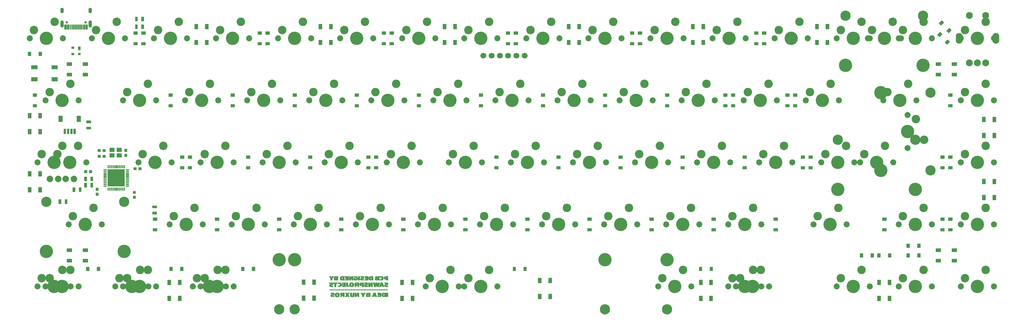
<source format=gbr>
G04 #@! TF.GenerationSoftware,KiCad,Pcbnew,(5.1.10)-1*
G04 #@! TF.CreationDate,2021-07-14T12:47:46+07:00*
G04 #@! TF.ProjectId,averange65,61766572-616e-4676-9536-352e6b696361,rev?*
G04 #@! TF.SameCoordinates,Original*
G04 #@! TF.FileFunction,Soldermask,Bot*
G04 #@! TF.FilePolarity,Negative*
%FSLAX46Y46*%
G04 Gerber Fmt 4.6, Leading zero omitted, Abs format (unit mm)*
G04 Created by KiCad (PCBNEW (5.1.10)-1) date 2021-07-14 12:47:46*
%MOMM*%
%LPD*%
G01*
G04 APERTURE LIST*
%ADD10C,0.010000*%
%ADD11C,4.087800*%
%ADD12C,3.148000*%
%ADD13C,1.850000*%
%ADD14C,2.600000*%
%ADD15C,2.005000*%
%ADD16C,1.800000*%
%ADD17C,2.100000*%
%ADD18O,2.100000X3.300000*%
%ADD19C,0.750000*%
%ADD20O,1.100000X2.200000*%
%ADD21O,1.100000X1.700000*%
G04 APERTURE END LIST*
D10*
G36*
X103354786Y-126500858D02*
G01*
X103350132Y-126672680D01*
X103342968Y-126800189D01*
X103331392Y-126889869D01*
X103313506Y-126948203D01*
X103287410Y-126981676D01*
X103251202Y-126996770D01*
X103208520Y-127000000D01*
X103163864Y-126997163D01*
X103130882Y-126984222D01*
X103107816Y-126954530D01*
X103092909Y-126901438D01*
X103084402Y-126818300D01*
X103080537Y-126698469D01*
X103079558Y-126535296D01*
X103079550Y-126512320D01*
X103079550Y-126085600D01*
X102542037Y-126085600D01*
X102550444Y-126536450D01*
X102555538Y-126730024D01*
X102564393Y-126880131D01*
X102579548Y-126994086D01*
X102603541Y-127079208D01*
X102638912Y-127142813D01*
X102688199Y-127192218D01*
X102753941Y-127234740D01*
X102801323Y-127259487D01*
X102940141Y-127309138D01*
X103107065Y-127338827D01*
X103282607Y-127346353D01*
X103437615Y-127331334D01*
X103594368Y-127285996D01*
X103714373Y-127214968D01*
X103748776Y-127182081D01*
X103789298Y-127128208D01*
X103819612Y-127063264D01*
X103841064Y-126979522D01*
X103855004Y-126869254D01*
X103862778Y-126724734D01*
X103865736Y-126538233D01*
X103865836Y-126511050D01*
X103866950Y-126085600D01*
X103363321Y-126085600D01*
X103354786Y-126500858D01*
G37*
X103354786Y-126500858D02*
X103350132Y-126672680D01*
X103342968Y-126800189D01*
X103331392Y-126889869D01*
X103313506Y-126948203D01*
X103287410Y-126981676D01*
X103251202Y-126996770D01*
X103208520Y-127000000D01*
X103163864Y-126997163D01*
X103130882Y-126984222D01*
X103107816Y-126954530D01*
X103092909Y-126901438D01*
X103084402Y-126818300D01*
X103080537Y-126698469D01*
X103079558Y-126535296D01*
X103079550Y-126512320D01*
X103079550Y-126085600D01*
X102542037Y-126085600D01*
X102550444Y-126536450D01*
X102555538Y-126730024D01*
X102564393Y-126880131D01*
X102579548Y-126994086D01*
X102603541Y-127079208D01*
X102638912Y-127142813D01*
X102688199Y-127192218D01*
X102753941Y-127234740D01*
X102801323Y-127259487D01*
X102940141Y-127309138D01*
X103107065Y-127338827D01*
X103282607Y-127346353D01*
X103437615Y-127331334D01*
X103594368Y-127285996D01*
X103714373Y-127214968D01*
X103748776Y-127182081D01*
X103789298Y-127128208D01*
X103819612Y-127063264D01*
X103841064Y-126979522D01*
X103855004Y-126869254D01*
X103862778Y-126724734D01*
X103865736Y-126538233D01*
X103865836Y-126511050D01*
X103866950Y-126085600D01*
X103363321Y-126085600D01*
X103354786Y-126500858D01*
G36*
X98374860Y-126091926D02*
G01*
X98208026Y-126130436D01*
X98076171Y-126197164D01*
X97974412Y-126294192D01*
X97932298Y-126356411D01*
X97882332Y-126479053D01*
X97853980Y-126628627D01*
X97849318Y-126785172D01*
X97870420Y-126928727D01*
X97872164Y-126935118D01*
X97930277Y-127064493D01*
X98022336Y-127180773D01*
X98134700Y-127268300D01*
X98183120Y-127292097D01*
X98288285Y-127321050D01*
X98424510Y-127339639D01*
X98572955Y-127347018D01*
X98714779Y-127342342D01*
X98831141Y-127324762D01*
X98842588Y-127321720D01*
X99005807Y-127254685D01*
X99129530Y-127156512D01*
X99214524Y-127026117D01*
X99261552Y-126862421D01*
X99272373Y-126713669D01*
X99270444Y-126692718D01*
X98755755Y-126692718D01*
X98748537Y-126805482D01*
X98720188Y-126904281D01*
X98675163Y-126982308D01*
X98617916Y-127032754D01*
X98552903Y-127048814D01*
X98484578Y-127023680D01*
X98457397Y-127000646D01*
X98413371Y-126941111D01*
X98388854Y-126863947D01*
X98381391Y-126757521D01*
X98385095Y-126657884D01*
X98404262Y-126528253D01*
X98443685Y-126442891D01*
X98505438Y-126398633D01*
X98560473Y-126390400D01*
X98637994Y-126408393D01*
X98694850Y-126465742D01*
X98735940Y-126567497D01*
X98737388Y-126572795D01*
X98755755Y-126692718D01*
X99270444Y-126692718D01*
X99254678Y-126521564D01*
X99201153Y-126364856D01*
X99111140Y-126242943D01*
X98983980Y-126155219D01*
X98819015Y-126101079D01*
X98615586Y-126079919D01*
X98581556Y-126079552D01*
X98374860Y-126091926D01*
G37*
X98374860Y-126091926D02*
X98208026Y-126130436D01*
X98076171Y-126197164D01*
X97974412Y-126294192D01*
X97932298Y-126356411D01*
X97882332Y-126479053D01*
X97853980Y-126628627D01*
X97849318Y-126785172D01*
X97870420Y-126928727D01*
X97872164Y-126935118D01*
X97930277Y-127064493D01*
X98022336Y-127180773D01*
X98134700Y-127268300D01*
X98183120Y-127292097D01*
X98288285Y-127321050D01*
X98424510Y-127339639D01*
X98572955Y-127347018D01*
X98714779Y-127342342D01*
X98831141Y-127324762D01*
X98842588Y-127321720D01*
X99005807Y-127254685D01*
X99129530Y-127156512D01*
X99214524Y-127026117D01*
X99261552Y-126862421D01*
X99272373Y-126713669D01*
X99270444Y-126692718D01*
X98755755Y-126692718D01*
X98748537Y-126805482D01*
X98720188Y-126904281D01*
X98675163Y-126982308D01*
X98617916Y-127032754D01*
X98552903Y-127048814D01*
X98484578Y-127023680D01*
X98457397Y-127000646D01*
X98413371Y-126941111D01*
X98388854Y-126863947D01*
X98381391Y-126757521D01*
X98385095Y-126657884D01*
X98404262Y-126528253D01*
X98443685Y-126442891D01*
X98505438Y-126398633D01*
X98560473Y-126390400D01*
X98637994Y-126408393D01*
X98694850Y-126465742D01*
X98735940Y-126567497D01*
X98737388Y-126572795D01*
X98755755Y-126692718D01*
X99270444Y-126692718D01*
X99254678Y-126521564D01*
X99201153Y-126364856D01*
X99111140Y-126242943D01*
X98983980Y-126155219D01*
X98819015Y-126101079D01*
X98615586Y-126079919D01*
X98581556Y-126079552D01*
X98374860Y-126091926D01*
G36*
X113671350Y-127304800D02*
G01*
X114179350Y-127304800D01*
X114179350Y-126085600D01*
X113671350Y-126085600D01*
X113671350Y-127304800D01*
G37*
X113671350Y-127304800D02*
X114179350Y-127304800D01*
X114179350Y-126085600D01*
X113671350Y-126085600D01*
X113671350Y-127304800D01*
G36*
X112905482Y-126091783D02*
G01*
X112700574Y-126112002D01*
X112537390Y-126148756D01*
X112412053Y-126204548D01*
X112320688Y-126281878D01*
X112259421Y-126383247D01*
X112224376Y-126511156D01*
X112211677Y-126668107D01*
X112211460Y-126695200D01*
X112224651Y-126875161D01*
X112266875Y-127017093D01*
X112342111Y-127127160D01*
X112454334Y-127211523D01*
X112580666Y-127267234D01*
X112643853Y-127283117D01*
X112733718Y-127294290D01*
X112857172Y-127301238D01*
X113021124Y-127304446D01*
X113115744Y-127304800D01*
X113544350Y-127304800D01*
X113544350Y-126974600D01*
X113010950Y-126974600D01*
X112915700Y-126974211D01*
X112843863Y-126968536D01*
X112791643Y-126955114D01*
X112786864Y-126952526D01*
X112751693Y-126904304D01*
X112729004Y-126822267D01*
X112719456Y-126722005D01*
X112723703Y-126619107D01*
X112742403Y-126529162D01*
X112766904Y-126478760D01*
X112809750Y-126449782D01*
X112880040Y-126427544D01*
X112903892Y-126423470D01*
X113010950Y-126409111D01*
X113010950Y-126974600D01*
X113544350Y-126974600D01*
X113544350Y-126085600D01*
X113155987Y-126085600D01*
X112905482Y-126091783D01*
G37*
X112905482Y-126091783D02*
X112700574Y-126112002D01*
X112537390Y-126148756D01*
X112412053Y-126204548D01*
X112320688Y-126281878D01*
X112259421Y-126383247D01*
X112224376Y-126511156D01*
X112211677Y-126668107D01*
X112211460Y-126695200D01*
X112224651Y-126875161D01*
X112266875Y-127017093D01*
X112342111Y-127127160D01*
X112454334Y-127211523D01*
X112580666Y-127267234D01*
X112643853Y-127283117D01*
X112733718Y-127294290D01*
X112857172Y-127301238D01*
X113021124Y-127304446D01*
X113115744Y-127304800D01*
X113544350Y-127304800D01*
X113544350Y-126974600D01*
X113010950Y-126974600D01*
X112915700Y-126974211D01*
X112843863Y-126968536D01*
X112791643Y-126955114D01*
X112786864Y-126952526D01*
X112751693Y-126904304D01*
X112729004Y-126822267D01*
X112719456Y-126722005D01*
X112723703Y-126619107D01*
X112742403Y-126529162D01*
X112766904Y-126478760D01*
X112809750Y-126449782D01*
X112880040Y-126427544D01*
X112903892Y-126423470D01*
X113010950Y-126409111D01*
X113010950Y-126974600D01*
X113544350Y-126974600D01*
X113544350Y-126085600D01*
X113155987Y-126085600D01*
X112905482Y-126091783D01*
G36*
X110955537Y-126217640D02*
G01*
X110986431Y-126294075D01*
X111010772Y-126350830D01*
X111020166Y-126370040D01*
X111049097Y-126378110D01*
X111118182Y-126384668D01*
X111216781Y-126388997D01*
X111323350Y-126390400D01*
X111613950Y-126390400D01*
X111613950Y-126542800D01*
X111055150Y-126542800D01*
X111055150Y-126822200D01*
X111613950Y-126822200D01*
X111613950Y-126998387D01*
X111319479Y-127005543D01*
X111025008Y-127012700D01*
X110965635Y-127158750D01*
X110906261Y-127304800D01*
X112045750Y-127304800D01*
X112045750Y-126085600D01*
X110903492Y-126085600D01*
X110955537Y-126217640D01*
G37*
X110955537Y-126217640D02*
X110986431Y-126294075D01*
X111010772Y-126350830D01*
X111020166Y-126370040D01*
X111049097Y-126378110D01*
X111118182Y-126384668D01*
X111216781Y-126388997D01*
X111323350Y-126390400D01*
X111613950Y-126390400D01*
X111613950Y-126542800D01*
X111055150Y-126542800D01*
X111055150Y-126822200D01*
X111613950Y-126822200D01*
X111613950Y-126998387D01*
X111319479Y-127005543D01*
X111025008Y-127012700D01*
X110965635Y-127158750D01*
X110906261Y-127304800D01*
X112045750Y-127304800D01*
X112045750Y-126085600D01*
X110903492Y-126085600D01*
X110955537Y-126217640D01*
G36*
X109529258Y-126701550D02*
G01*
X109310441Y-127304800D01*
X109774945Y-127304800D01*
X109839239Y-127127000D01*
X110238411Y-127127000D01*
X110267750Y-127215900D01*
X110297090Y-127304800D01*
X110523720Y-127304800D01*
X110623914Y-127302814D01*
X110701440Y-127297500D01*
X110744916Y-127289818D01*
X110750350Y-127285654D01*
X110742030Y-127257405D01*
X110718646Y-127188179D01*
X110682565Y-127084719D01*
X110636154Y-126953765D01*
X110592384Y-126831642D01*
X110134026Y-126831642D01*
X110105211Y-126844658D01*
X110042113Y-126847600D01*
X109972536Y-126841039D01*
X109938966Y-126823534D01*
X109937550Y-126818082D01*
X109944892Y-126774337D01*
X109963347Y-126707128D01*
X109987557Y-126632409D01*
X110012164Y-126566134D01*
X110031813Y-126524255D01*
X110038521Y-126517400D01*
X110053594Y-126539561D01*
X110074889Y-126596102D01*
X110087504Y-126638050D01*
X110109981Y-126718666D01*
X110128399Y-126784115D01*
X110133834Y-126803150D01*
X110134026Y-126831642D01*
X110592384Y-126831642D01*
X110581779Y-126802056D01*
X110538536Y-126682404D01*
X110326722Y-126098300D01*
X109748076Y-126098300D01*
X109529258Y-126701550D01*
G37*
X109529258Y-126701550D02*
X109310441Y-127304800D01*
X109774945Y-127304800D01*
X109839239Y-127127000D01*
X110238411Y-127127000D01*
X110267750Y-127215900D01*
X110297090Y-127304800D01*
X110523720Y-127304800D01*
X110623914Y-127302814D01*
X110701440Y-127297500D01*
X110744916Y-127289818D01*
X110750350Y-127285654D01*
X110742030Y-127257405D01*
X110718646Y-127188179D01*
X110682565Y-127084719D01*
X110636154Y-126953765D01*
X110592384Y-126831642D01*
X110134026Y-126831642D01*
X110105211Y-126844658D01*
X110042113Y-126847600D01*
X109972536Y-126841039D01*
X109938966Y-126823534D01*
X109937550Y-126818082D01*
X109944892Y-126774337D01*
X109963347Y-126707128D01*
X109987557Y-126632409D01*
X110012164Y-126566134D01*
X110031813Y-126524255D01*
X110038521Y-126517400D01*
X110053594Y-126539561D01*
X110074889Y-126596102D01*
X110087504Y-126638050D01*
X110109981Y-126718666D01*
X110128399Y-126784115D01*
X110133834Y-126803150D01*
X110134026Y-126831642D01*
X110592384Y-126831642D01*
X110581779Y-126802056D01*
X110538536Y-126682404D01*
X110326722Y-126098300D01*
X109748076Y-126098300D01*
X109529258Y-126701550D01*
G36*
X108204000Y-126089824D02*
G01*
X108018533Y-126093534D01*
X107876067Y-126098515D01*
X107768807Y-126106220D01*
X107688956Y-126118105D01*
X107628716Y-126135626D01*
X107580291Y-126160238D01*
X107535882Y-126193397D01*
X107505500Y-126220201D01*
X107462456Y-126285891D01*
X107444652Y-126371168D01*
X107449511Y-126462791D01*
X107474458Y-126547519D01*
X107516914Y-126612111D01*
X107574303Y-126643324D01*
X107588050Y-126644400D01*
X107623290Y-126653497D01*
X107616304Y-126675834D01*
X107571270Y-126703975D01*
X107549506Y-126712992D01*
X107481757Y-126762560D01*
X107428736Y-126845595D01*
X107400063Y-126945023D01*
X107397550Y-126982727D01*
X107420391Y-127071759D01*
X107481357Y-127158749D01*
X107569111Y-127230064D01*
X107626849Y-127258503D01*
X107677631Y-127274485D01*
X107739977Y-127286265D01*
X107822027Y-127294450D01*
X107931923Y-127299647D01*
X108077809Y-127302462D01*
X108229400Y-127303418D01*
X108718350Y-127304800D01*
X108718350Y-126796800D01*
X108210350Y-126796800D01*
X108210350Y-127025400D01*
X108088430Y-127025400D01*
X108009952Y-127019390D01*
X107951065Y-127004174D01*
X107936030Y-126994920D01*
X107908169Y-126937734D01*
X107913978Y-126873226D01*
X107950866Y-126825284D01*
X107954681Y-126823093D01*
X108011693Y-126805978D01*
X108090062Y-126797133D01*
X108107081Y-126796800D01*
X108210350Y-126796800D01*
X108718350Y-126796800D01*
X108718350Y-126570983D01*
X108210350Y-126570983D01*
X108092302Y-126563241D01*
X107995251Y-126545759D01*
X107946382Y-126511050D01*
X107930820Y-126452535D01*
X107961329Y-126406807D01*
X108033982Y-126377664D01*
X108092302Y-126369958D01*
X108210350Y-126362216D01*
X108210350Y-126570983D01*
X108718350Y-126570983D01*
X108718350Y-126081084D01*
X108204000Y-126089824D01*
G37*
X108204000Y-126089824D02*
X108018533Y-126093534D01*
X107876067Y-126098515D01*
X107768807Y-126106220D01*
X107688956Y-126118105D01*
X107628716Y-126135626D01*
X107580291Y-126160238D01*
X107535882Y-126193397D01*
X107505500Y-126220201D01*
X107462456Y-126285891D01*
X107444652Y-126371168D01*
X107449511Y-126462791D01*
X107474458Y-126547519D01*
X107516914Y-126612111D01*
X107574303Y-126643324D01*
X107588050Y-126644400D01*
X107623290Y-126653497D01*
X107616304Y-126675834D01*
X107571270Y-126703975D01*
X107549506Y-126712992D01*
X107481757Y-126762560D01*
X107428736Y-126845595D01*
X107400063Y-126945023D01*
X107397550Y-126982727D01*
X107420391Y-127071759D01*
X107481357Y-127158749D01*
X107569111Y-127230064D01*
X107626849Y-127258503D01*
X107677631Y-127274485D01*
X107739977Y-127286265D01*
X107822027Y-127294450D01*
X107931923Y-127299647D01*
X108077809Y-127302462D01*
X108229400Y-127303418D01*
X108718350Y-127304800D01*
X108718350Y-126796800D01*
X108210350Y-126796800D01*
X108210350Y-127025400D01*
X108088430Y-127025400D01*
X108009952Y-127019390D01*
X107951065Y-127004174D01*
X107936030Y-126994920D01*
X107908169Y-126937734D01*
X107913978Y-126873226D01*
X107950866Y-126825284D01*
X107954681Y-126823093D01*
X108011693Y-126805978D01*
X108090062Y-126797133D01*
X108107081Y-126796800D01*
X108210350Y-126796800D01*
X108718350Y-126796800D01*
X108718350Y-126570983D01*
X108210350Y-126570983D01*
X108092302Y-126563241D01*
X107995251Y-126545759D01*
X107946382Y-126511050D01*
X107930820Y-126452535D01*
X107961329Y-126406807D01*
X108033982Y-126377664D01*
X108092302Y-126369958D01*
X108210350Y-126362216D01*
X108210350Y-126570983D01*
X108718350Y-126570983D01*
X108718350Y-126081084D01*
X108204000Y-126089824D01*
G36*
X106637151Y-126244350D02*
G01*
X106597828Y-126332931D01*
X106565523Y-126408917D01*
X106548142Y-126453389D01*
X106535588Y-126467852D01*
X106516171Y-126448112D01*
X106486753Y-126389297D01*
X106449957Y-126300989D01*
X106368850Y-126098300D01*
X106121200Y-126091030D01*
X106016074Y-126089376D01*
X105933102Y-126090797D01*
X105883160Y-126094951D01*
X105873550Y-126098815D01*
X105885006Y-126124977D01*
X105916818Y-126188407D01*
X105965153Y-126281700D01*
X106026180Y-126397452D01*
X106089450Y-126515945D01*
X106305350Y-126918020D01*
X106305350Y-127304800D01*
X106813350Y-127304800D01*
X106813350Y-126897368D01*
X107264924Y-126085600D01*
X106709082Y-126085600D01*
X106637151Y-126244350D01*
G37*
X106637151Y-126244350D02*
X106597828Y-126332931D01*
X106565523Y-126408917D01*
X106548142Y-126453389D01*
X106535588Y-126467852D01*
X106516171Y-126448112D01*
X106486753Y-126389297D01*
X106449957Y-126300989D01*
X106368850Y-126098300D01*
X106121200Y-126091030D01*
X106016074Y-126089376D01*
X105933102Y-126090797D01*
X105883160Y-126094951D01*
X105873550Y-126098815D01*
X105885006Y-126124977D01*
X105916818Y-126188407D01*
X105965153Y-126281700D01*
X106026180Y-126397452D01*
X106089450Y-126515945D01*
X106305350Y-126918020D01*
X106305350Y-127304800D01*
X106813350Y-127304800D01*
X106813350Y-126897368D01*
X107264924Y-126085600D01*
X106709082Y-126085600D01*
X106637151Y-126244350D01*
G36*
X105019393Y-126091090D02*
G01*
X104749435Y-126098300D01*
X104606643Y-126381863D01*
X104551455Y-126489725D01*
X104504078Y-126579078D01*
X104469260Y-126641195D01*
X104451751Y-126667348D01*
X104451150Y-126667647D01*
X104446848Y-126644846D01*
X104444658Y-126581199D01*
X104444723Y-126486619D01*
X104446986Y-126377733D01*
X104455522Y-126085600D01*
X103993950Y-126085600D01*
X103993950Y-127304800D01*
X104540050Y-127303922D01*
X104855844Y-126707900D01*
X104857550Y-127304800D01*
X105289350Y-127304800D01*
X105289350Y-126083881D01*
X105019393Y-126091090D01*
G37*
X105019393Y-126091090D02*
X104749435Y-126098300D01*
X104606643Y-126381863D01*
X104551455Y-126489725D01*
X104504078Y-126579078D01*
X104469260Y-126641195D01*
X104451751Y-126667348D01*
X104451150Y-126667647D01*
X104446848Y-126644846D01*
X104444658Y-126581199D01*
X104444723Y-126486619D01*
X104446986Y-126377733D01*
X104455522Y-126085600D01*
X103993950Y-126085600D01*
X103993950Y-127304800D01*
X104540050Y-127303922D01*
X104855844Y-126707900D01*
X104857550Y-127304800D01*
X105289350Y-127304800D01*
X105289350Y-126083881D01*
X105019393Y-126091090D01*
G36*
X101175196Y-126364340D02*
G01*
X101249346Y-126467445D01*
X101311314Y-126555641D01*
X101355607Y-126620955D01*
X101376731Y-126655413D01*
X101377750Y-126658349D01*
X101363997Y-126683658D01*
X101326291Y-126742415D01*
X101269966Y-126826557D01*
X101200354Y-126928022D01*
X101179892Y-126957458D01*
X101105674Y-127064192D01*
X101041133Y-127157499D01*
X100992273Y-127228665D01*
X100965097Y-127268975D01*
X100962493Y-127273050D01*
X100964832Y-127287007D01*
X100996252Y-127296396D01*
X101062944Y-127301907D01*
X101171095Y-127304235D01*
X101242901Y-127304421D01*
X101542850Y-127304042D01*
X101631750Y-127152400D01*
X101677637Y-127077064D01*
X101713912Y-127022903D01*
X101733016Y-127001169D01*
X101733350Y-127001134D01*
X101751324Y-127021650D01*
X101786449Y-127075175D01*
X101831246Y-127150287D01*
X101832891Y-127153155D01*
X101919731Y-127304800D01*
X102158240Y-127304800D01*
X102272671Y-127303270D01*
X102342954Y-127298047D01*
X102375666Y-127288179D01*
X102377591Y-127273050D01*
X102355357Y-127240037D01*
X102310552Y-127176133D01*
X102250405Y-127091587D01*
X102202893Y-127025400D01*
X102132613Y-126927237D01*
X102069036Y-126837348D01*
X102020957Y-126768220D01*
X102002583Y-126740951D01*
X101957814Y-126672403D01*
X102141688Y-126410751D01*
X102213901Y-126308230D01*
X102276927Y-126219195D01*
X102324251Y-126152819D01*
X102349358Y-126118274D01*
X102350066Y-126117350D01*
X102350502Y-126103499D01*
X102322470Y-126094127D01*
X102259763Y-126088525D01*
X102156175Y-126085980D01*
X102073011Y-126085625D01*
X101771450Y-126085651D01*
X101700135Y-126212625D01*
X101659793Y-126281197D01*
X101629168Y-126327301D01*
X101617350Y-126339600D01*
X101599031Y-126319792D01*
X101563276Y-126268447D01*
X101527737Y-126212600D01*
X101449593Y-126085600D01*
X100972641Y-126085600D01*
X101175196Y-126364340D01*
G37*
X101175196Y-126364340D02*
X101249346Y-126467445D01*
X101311314Y-126555641D01*
X101355607Y-126620955D01*
X101376731Y-126655413D01*
X101377750Y-126658349D01*
X101363997Y-126683658D01*
X101326291Y-126742415D01*
X101269966Y-126826557D01*
X101200354Y-126928022D01*
X101179892Y-126957458D01*
X101105674Y-127064192D01*
X101041133Y-127157499D01*
X100992273Y-127228665D01*
X100965097Y-127268975D01*
X100962493Y-127273050D01*
X100964832Y-127287007D01*
X100996252Y-127296396D01*
X101062944Y-127301907D01*
X101171095Y-127304235D01*
X101242901Y-127304421D01*
X101542850Y-127304042D01*
X101631750Y-127152400D01*
X101677637Y-127077064D01*
X101713912Y-127022903D01*
X101733016Y-127001169D01*
X101733350Y-127001134D01*
X101751324Y-127021650D01*
X101786449Y-127075175D01*
X101831246Y-127150287D01*
X101832891Y-127153155D01*
X101919731Y-127304800D01*
X102158240Y-127304800D01*
X102272671Y-127303270D01*
X102342954Y-127298047D01*
X102375666Y-127288179D01*
X102377591Y-127273050D01*
X102355357Y-127240037D01*
X102310552Y-127176133D01*
X102250405Y-127091587D01*
X102202893Y-127025400D01*
X102132613Y-126927237D01*
X102069036Y-126837348D01*
X102020957Y-126768220D01*
X102002583Y-126740951D01*
X101957814Y-126672403D01*
X102141688Y-126410751D01*
X102213901Y-126308230D01*
X102276927Y-126219195D01*
X102324251Y-126152819D01*
X102349358Y-126118274D01*
X102350066Y-126117350D01*
X102350502Y-126103499D01*
X102322470Y-126094127D01*
X102259763Y-126088525D01*
X102156175Y-126085980D01*
X102073011Y-126085625D01*
X101771450Y-126085651D01*
X101700135Y-126212625D01*
X101659793Y-126281197D01*
X101629168Y-126327301D01*
X101617350Y-126339600D01*
X101599031Y-126319792D01*
X101563276Y-126268447D01*
X101527737Y-126212600D01*
X101449593Y-126085600D01*
X100972641Y-126085600D01*
X101175196Y-126364340D01*
G36*
X100266500Y-126089977D02*
G01*
X100080157Y-126093782D01*
X99937637Y-126098539D01*
X99831966Y-126104830D01*
X99756170Y-126113240D01*
X99703273Y-126124350D01*
X99666300Y-126138743D01*
X99663191Y-126140397D01*
X99571517Y-126201728D01*
X99515527Y-126272932D01*
X99486323Y-126368911D01*
X99477507Y-126451366D01*
X99482993Y-126601539D01*
X99520450Y-126714804D01*
X99589268Y-126789513D01*
X99606363Y-126799487D01*
X99652378Y-126824295D01*
X99671171Y-126835677D01*
X99663333Y-126859271D01*
X99635800Y-126917344D01*
X99593452Y-126999911D01*
X99563221Y-127056574D01*
X99513318Y-127150623D01*
X99474199Y-127227686D01*
X99451201Y-127277071D01*
X99447350Y-127288757D01*
X99470900Y-127295690D01*
X99534255Y-127299817D01*
X99626475Y-127300661D01*
X99691950Y-127299369D01*
X99936549Y-127292100D01*
X100090177Y-126898400D01*
X100361750Y-126898400D01*
X100361750Y-127304800D01*
X100793550Y-127304800D01*
X100793550Y-126390400D01*
X100361750Y-126390400D01*
X100361750Y-126619000D01*
X100163630Y-126619000D01*
X100052089Y-126614975D01*
X99972052Y-126603790D01*
X99935030Y-126588520D01*
X99907169Y-126531334D01*
X99912978Y-126466826D01*
X99949866Y-126418884D01*
X99953681Y-126416693D01*
X100003160Y-126403425D01*
X100085522Y-126393975D01*
X100182281Y-126390400D01*
X100361750Y-126390400D01*
X100793550Y-126390400D01*
X100793550Y-126081160D01*
X100266500Y-126089977D01*
G37*
X100266500Y-126089977D02*
X100080157Y-126093782D01*
X99937637Y-126098539D01*
X99831966Y-126104830D01*
X99756170Y-126113240D01*
X99703273Y-126124350D01*
X99666300Y-126138743D01*
X99663191Y-126140397D01*
X99571517Y-126201728D01*
X99515527Y-126272932D01*
X99486323Y-126368911D01*
X99477507Y-126451366D01*
X99482993Y-126601539D01*
X99520450Y-126714804D01*
X99589268Y-126789513D01*
X99606363Y-126799487D01*
X99652378Y-126824295D01*
X99671171Y-126835677D01*
X99663333Y-126859271D01*
X99635800Y-126917344D01*
X99593452Y-126999911D01*
X99563221Y-127056574D01*
X99513318Y-127150623D01*
X99474199Y-127227686D01*
X99451201Y-127277071D01*
X99447350Y-127288757D01*
X99470900Y-127295690D01*
X99534255Y-127299817D01*
X99626475Y-127300661D01*
X99691950Y-127299369D01*
X99936549Y-127292100D01*
X100090177Y-126898400D01*
X100361750Y-126898400D01*
X100361750Y-127304800D01*
X100793550Y-127304800D01*
X100793550Y-126390400D01*
X100361750Y-126390400D01*
X100361750Y-126619000D01*
X100163630Y-126619000D01*
X100052089Y-126614975D01*
X99972052Y-126603790D01*
X99935030Y-126588520D01*
X99907169Y-126531334D01*
X99912978Y-126466826D01*
X99949866Y-126418884D01*
X99953681Y-126416693D01*
X100003160Y-126403425D01*
X100085522Y-126393975D01*
X100182281Y-126390400D01*
X100361750Y-126390400D01*
X100793550Y-126390400D01*
X100793550Y-126081160D01*
X100266500Y-126089977D01*
G36*
X96848393Y-126086091D02*
G01*
X96730488Y-126087451D01*
X96640822Y-126089505D01*
X96587870Y-126092079D01*
X96577150Y-126093985D01*
X96585956Y-126119982D01*
X96608941Y-126179589D01*
X96638237Y-126252735D01*
X96699324Y-126403100D01*
X97224850Y-126428500D01*
X97224850Y-126580900D01*
X96996250Y-126595506D01*
X96857047Y-126607980D01*
X96757930Y-126627041D01*
X96688273Y-126656355D01*
X96637445Y-126699587D01*
X96616553Y-126726448D01*
X96589754Y-126796681D01*
X96578427Y-126895800D01*
X96582615Y-127004289D01*
X96602361Y-127102633D01*
X96615661Y-127136977D01*
X96646753Y-127193305D01*
X96684141Y-127235538D01*
X96735159Y-127265661D01*
X96807139Y-127285662D01*
X96907414Y-127297527D01*
X97043318Y-127303242D01*
X97222183Y-127304795D01*
X97235120Y-127304800D01*
X97669350Y-127304800D01*
X97669350Y-127000000D01*
X97354961Y-127000000D01*
X97217415Y-126998840D01*
X97122049Y-126994698D01*
X97060284Y-126986583D01*
X97023538Y-126973501D01*
X97007184Y-126959770D01*
X96987536Y-126910731D01*
X97000361Y-126877220D01*
X97024873Y-126855947D01*
X97073111Y-126840848D01*
X97154160Y-126830092D01*
X97274201Y-126822000D01*
X97388873Y-126815239D01*
X97465100Y-126806941D01*
X97515192Y-126793482D01*
X97551460Y-126771239D01*
X97586216Y-126736590D01*
X97594051Y-126727873D01*
X97661126Y-126618637D01*
X97690441Y-126492746D01*
X97681259Y-126365155D01*
X97632841Y-126250818D01*
X97618574Y-126231098D01*
X97572271Y-126180396D01*
X97519026Y-126142755D01*
X97450830Y-126116333D01*
X97359673Y-126099287D01*
X97237546Y-126089775D01*
X97076440Y-126085953D01*
X96986062Y-126085600D01*
X96848393Y-126086091D01*
G37*
X96848393Y-126086091D02*
X96730488Y-126087451D01*
X96640822Y-126089505D01*
X96587870Y-126092079D01*
X96577150Y-126093985D01*
X96585956Y-126119982D01*
X96608941Y-126179589D01*
X96638237Y-126252735D01*
X96699324Y-126403100D01*
X97224850Y-126428500D01*
X97224850Y-126580900D01*
X96996250Y-126595506D01*
X96857047Y-126607980D01*
X96757930Y-126627041D01*
X96688273Y-126656355D01*
X96637445Y-126699587D01*
X96616553Y-126726448D01*
X96589754Y-126796681D01*
X96578427Y-126895800D01*
X96582615Y-127004289D01*
X96602361Y-127102633D01*
X96615661Y-127136977D01*
X96646753Y-127193305D01*
X96684141Y-127235538D01*
X96735159Y-127265661D01*
X96807139Y-127285662D01*
X96907414Y-127297527D01*
X97043318Y-127303242D01*
X97222183Y-127304795D01*
X97235120Y-127304800D01*
X97669350Y-127304800D01*
X97669350Y-127000000D01*
X97354961Y-127000000D01*
X97217415Y-126998840D01*
X97122049Y-126994698D01*
X97060284Y-126986583D01*
X97023538Y-126973501D01*
X97007184Y-126959770D01*
X96987536Y-126910731D01*
X97000361Y-126877220D01*
X97024873Y-126855947D01*
X97073111Y-126840848D01*
X97154160Y-126830092D01*
X97274201Y-126822000D01*
X97388873Y-126815239D01*
X97465100Y-126806941D01*
X97515192Y-126793482D01*
X97551460Y-126771239D01*
X97586216Y-126736590D01*
X97594051Y-126727873D01*
X97661126Y-126618637D01*
X97690441Y-126492746D01*
X97681259Y-126365155D01*
X97632841Y-126250818D01*
X97618574Y-126231098D01*
X97572271Y-126180396D01*
X97519026Y-126142755D01*
X97450830Y-126116333D01*
X97359673Y-126099287D01*
X97237546Y-126089775D01*
X97076440Y-126085953D01*
X96986062Y-126085600D01*
X96848393Y-126086091D01*
G36*
X96297750Y-125272800D02*
G01*
X114026950Y-125272800D01*
X114026950Y-125069600D01*
X96297750Y-125069600D01*
X96297750Y-125272800D01*
G37*
X96297750Y-125272800D02*
X114026950Y-125272800D01*
X114026950Y-125069600D01*
X96297750Y-125069600D01*
X96297750Y-125272800D01*
G36*
X102798962Y-122945731D02*
G01*
X102645750Y-122976737D01*
X102522201Y-123031738D01*
X102421269Y-123111681D01*
X102345805Y-123207072D01*
X102297343Y-123320218D01*
X102272489Y-123461875D01*
X102267308Y-123599346D01*
X102285959Y-123786447D01*
X102341490Y-123939386D01*
X102435100Y-124060159D01*
X102567984Y-124150761D01*
X102609650Y-124169847D01*
X102707131Y-124197168D01*
X102836490Y-124215095D01*
X102979538Y-124222828D01*
X103118088Y-124219569D01*
X103233951Y-124204519D01*
X103258889Y-124198358D01*
X103428874Y-124131065D01*
X103557745Y-124036160D01*
X103646858Y-123911560D01*
X103697571Y-123755179D01*
X103711243Y-123564930D01*
X103709328Y-123520605D01*
X103174424Y-123520605D01*
X103173973Y-123662089D01*
X103147341Y-123780586D01*
X103097313Y-123866097D01*
X103071955Y-123888421D01*
X103011670Y-123920657D01*
X102959459Y-123917381D01*
X102897267Y-123876414D01*
X102884749Y-123865842D01*
X102847597Y-123828785D01*
X102825128Y-123787027D01*
X102812610Y-123725805D01*
X102805311Y-123630355D01*
X102804545Y-123615584D01*
X102808147Y-123457491D01*
X102837151Y-123343361D01*
X102891570Y-123273158D01*
X102938479Y-123251574D01*
X103029276Y-123246765D01*
X103097582Y-123284724D01*
X103144656Y-123366885D01*
X103171753Y-123494682D01*
X103174424Y-123520605D01*
X103709328Y-123520605D01*
X103708761Y-123507500D01*
X103689995Y-123360379D01*
X103650701Y-123245535D01*
X103583852Y-123146271D01*
X103534931Y-123094349D01*
X103436532Y-123020039D01*
X103314778Y-122970520D01*
X103161287Y-122943354D01*
X102990650Y-122936000D01*
X102798962Y-122945731D01*
G37*
X102798962Y-122945731D02*
X102645750Y-122976737D01*
X102522201Y-123031738D01*
X102421269Y-123111681D01*
X102345805Y-123207072D01*
X102297343Y-123320218D01*
X102272489Y-123461875D01*
X102267308Y-123599346D01*
X102285959Y-123786447D01*
X102341490Y-123939386D01*
X102435100Y-124060159D01*
X102567984Y-124150761D01*
X102609650Y-124169847D01*
X102707131Y-124197168D01*
X102836490Y-124215095D01*
X102979538Y-124222828D01*
X103118088Y-124219569D01*
X103233951Y-124204519D01*
X103258889Y-124198358D01*
X103428874Y-124131065D01*
X103557745Y-124036160D01*
X103646858Y-123911560D01*
X103697571Y-123755179D01*
X103711243Y-123564930D01*
X103709328Y-123520605D01*
X103174424Y-123520605D01*
X103173973Y-123662089D01*
X103147341Y-123780586D01*
X103097313Y-123866097D01*
X103071955Y-123888421D01*
X103011670Y-123920657D01*
X102959459Y-123917381D01*
X102897267Y-123876414D01*
X102884749Y-123865842D01*
X102847597Y-123828785D01*
X102825128Y-123787027D01*
X102812610Y-123725805D01*
X102805311Y-123630355D01*
X102804545Y-123615584D01*
X102808147Y-123457491D01*
X102837151Y-123343361D01*
X102891570Y-123273158D01*
X102938479Y-123251574D01*
X103029276Y-123246765D01*
X103097582Y-123284724D01*
X103144656Y-123366885D01*
X103171753Y-123494682D01*
X103174424Y-123520605D01*
X103709328Y-123520605D01*
X103708761Y-123507500D01*
X103689995Y-123360379D01*
X103650701Y-123245535D01*
X103583852Y-123146271D01*
X103534931Y-123094349D01*
X103436532Y-123020039D01*
X103314778Y-122970520D01*
X103161287Y-122943354D01*
X102990650Y-122936000D01*
X102798962Y-122945731D01*
G36*
X113109729Y-123107450D02*
G01*
X113179942Y-123278900D01*
X113722150Y-123293318D01*
X113722150Y-123368175D01*
X113718841Y-123407538D01*
X113703481Y-123434781D01*
X113667921Y-123452595D01*
X113604013Y-123463669D01*
X113503607Y-123470694D01*
X113398708Y-123474949D01*
X113291861Y-123480416D01*
X113221734Y-123490053D01*
X113174249Y-123507675D01*
X113135328Y-123537093D01*
X113122147Y-123549858D01*
X113064452Y-123640743D01*
X113039481Y-123754499D01*
X113045605Y-123876570D01*
X113081199Y-123992401D01*
X113144634Y-124087436D01*
X113186157Y-124122521D01*
X113219747Y-124143355D01*
X113254843Y-124158511D01*
X113299803Y-124168888D01*
X113362987Y-124175385D01*
X113452753Y-124178903D01*
X113577461Y-124180341D01*
X113725907Y-124180600D01*
X114179350Y-124180600D01*
X114179350Y-123875800D01*
X113866705Y-123875800D01*
X113708848Y-123873177D01*
X113595896Y-123864196D01*
X113522174Y-123847190D01*
X113482004Y-123820491D01*
X113469708Y-123782429D01*
X113472005Y-123759821D01*
X113482030Y-123736410D01*
X113507849Y-123720479D01*
X113559093Y-123709584D01*
X113645396Y-123701277D01*
X113722417Y-123696255D01*
X113834694Y-123686629D01*
X113933175Y-123672967D01*
X114002964Y-123657560D01*
X114021960Y-123650184D01*
X114099535Y-123581532D01*
X114152575Y-123481141D01*
X114178190Y-123363232D01*
X114173491Y-123242021D01*
X114135589Y-123131728D01*
X114129452Y-123121174D01*
X114084266Y-123058524D01*
X114030419Y-123011397D01*
X113960417Y-122977727D01*
X113866770Y-122955448D01*
X113741983Y-122942492D01*
X113578566Y-122936794D01*
X113458045Y-122936000D01*
X113039515Y-122936000D01*
X113109729Y-123107450D01*
G37*
X113109729Y-123107450D02*
X113179942Y-123278900D01*
X113722150Y-123293318D01*
X113722150Y-123368175D01*
X113718841Y-123407538D01*
X113703481Y-123434781D01*
X113667921Y-123452595D01*
X113604013Y-123463669D01*
X113503607Y-123470694D01*
X113398708Y-123474949D01*
X113291861Y-123480416D01*
X113221734Y-123490053D01*
X113174249Y-123507675D01*
X113135328Y-123537093D01*
X113122147Y-123549858D01*
X113064452Y-123640743D01*
X113039481Y-123754499D01*
X113045605Y-123876570D01*
X113081199Y-123992401D01*
X113144634Y-124087436D01*
X113186157Y-124122521D01*
X113219747Y-124143355D01*
X113254843Y-124158511D01*
X113299803Y-124168888D01*
X113362987Y-124175385D01*
X113452753Y-124178903D01*
X113577461Y-124180341D01*
X113725907Y-124180600D01*
X114179350Y-124180600D01*
X114179350Y-123875800D01*
X113866705Y-123875800D01*
X113708848Y-123873177D01*
X113595896Y-123864196D01*
X113522174Y-123847190D01*
X113482004Y-123820491D01*
X113469708Y-123782429D01*
X113472005Y-123759821D01*
X113482030Y-123736410D01*
X113507849Y-123720479D01*
X113559093Y-123709584D01*
X113645396Y-123701277D01*
X113722417Y-123696255D01*
X113834694Y-123686629D01*
X113933175Y-123672967D01*
X114002964Y-123657560D01*
X114021960Y-123650184D01*
X114099535Y-123581532D01*
X114152575Y-123481141D01*
X114178190Y-123363232D01*
X114173491Y-123242021D01*
X114135589Y-123131728D01*
X114129452Y-123121174D01*
X114084266Y-123058524D01*
X114030419Y-123011397D01*
X113960417Y-122977727D01*
X113866770Y-122955448D01*
X113741983Y-122942492D01*
X113578566Y-122936794D01*
X113458045Y-122936000D01*
X113039515Y-122936000D01*
X113109729Y-123107450D01*
G36*
X112224428Y-122941593D02*
G01*
X111932012Y-122948700D01*
X111813394Y-123278900D01*
X111757403Y-123434643D01*
X111695614Y-123606329D01*
X111635993Y-123771824D01*
X111591619Y-123894850D01*
X111488463Y-124180600D01*
X111965611Y-124180600D01*
X111994950Y-124091700D01*
X112024290Y-124002800D01*
X112429343Y-124002800D01*
X112466487Y-124091700D01*
X112503632Y-124180600D01*
X112734609Y-124180600D01*
X112849080Y-124178772D01*
X112919246Y-124172675D01*
X112951489Y-124161388D01*
X112954586Y-124148850D01*
X112943216Y-124116991D01*
X112917080Y-124044248D01*
X112878661Y-123937519D01*
X112830444Y-123803701D01*
X112792332Y-123698000D01*
X112345949Y-123698000D01*
X112233950Y-123698000D01*
X112166575Y-123693772D01*
X112126652Y-123683098D01*
X112121950Y-123677124D01*
X112130100Y-123637842D01*
X112150323Y-123570983D01*
X112176283Y-123494970D01*
X112201642Y-123428229D01*
X112220062Y-123389183D01*
X112221772Y-123386924D01*
X112237186Y-123399283D01*
X112261811Y-123449688D01*
X112290490Y-123527461D01*
X112292295Y-123532974D01*
X112345949Y-123698000D01*
X112792332Y-123698000D01*
X112774913Y-123649691D01*
X112730215Y-123525793D01*
X112516844Y-122934487D01*
X112224428Y-122941593D01*
G37*
X112224428Y-122941593D02*
X111932012Y-122948700D01*
X111813394Y-123278900D01*
X111757403Y-123434643D01*
X111695614Y-123606329D01*
X111635993Y-123771824D01*
X111591619Y-123894850D01*
X111488463Y-124180600D01*
X111965611Y-124180600D01*
X111994950Y-124091700D01*
X112024290Y-124002800D01*
X112429343Y-124002800D01*
X112466487Y-124091700D01*
X112503632Y-124180600D01*
X112734609Y-124180600D01*
X112849080Y-124178772D01*
X112919246Y-124172675D01*
X112951489Y-124161388D01*
X112954586Y-124148850D01*
X112943216Y-124116991D01*
X112917080Y-124044248D01*
X112878661Y-123937519D01*
X112830444Y-123803701D01*
X112792332Y-123698000D01*
X112345949Y-123698000D01*
X112233950Y-123698000D01*
X112166575Y-123693772D01*
X112126652Y-123683098D01*
X112121950Y-123677124D01*
X112130100Y-123637842D01*
X112150323Y-123570983D01*
X112176283Y-123494970D01*
X112201642Y-123428229D01*
X112220062Y-123389183D01*
X112221772Y-123386924D01*
X112237186Y-123399283D01*
X112261811Y-123449688D01*
X112290490Y-123527461D01*
X112292295Y-123532974D01*
X112345949Y-123698000D01*
X112792332Y-123698000D01*
X112774913Y-123649691D01*
X112730215Y-123525793D01*
X112516844Y-122934487D01*
X112224428Y-122941593D01*
G36*
X110348059Y-123055694D02*
G01*
X110331353Y-123141117D01*
X110311216Y-123254149D01*
X110291661Y-123372145D01*
X110289342Y-123386850D01*
X110272872Y-123482405D01*
X110257465Y-123555121D01*
X110245703Y-123593334D01*
X110242900Y-123596400D01*
X110233514Y-123572921D01*
X110217406Y-123508629D01*
X110196666Y-123412744D01*
X110173382Y-123294482D01*
X110168093Y-123266200D01*
X110106921Y-122936000D01*
X109841718Y-122936000D01*
X109717740Y-122937512D01*
X109638231Y-122942572D01*
X109596935Y-122951962D01*
X109587596Y-122966464D01*
X109587998Y-122967750D01*
X109597679Y-123000303D01*
X109618710Y-123074701D01*
X109649099Y-123183772D01*
X109686854Y-123320344D01*
X109729983Y-123477245D01*
X109760860Y-123590050D01*
X109922239Y-124180600D01*
X110466694Y-124180600D01*
X110532322Y-123900723D01*
X110558818Y-123783421D01*
X110580190Y-123680602D01*
X110593994Y-123604567D01*
X110597950Y-123570523D01*
X110608677Y-123529508D01*
X110623350Y-123520200D01*
X110643395Y-123541659D01*
X110648750Y-123575565D01*
X110654497Y-123622173D01*
X110670048Y-123705350D01*
X110692876Y-123812385D01*
X110714466Y-123905765D01*
X110780182Y-124180600D01*
X111321850Y-124180564D01*
X111472136Y-123602732D01*
X111515277Y-123436837D01*
X111554582Y-123285651D01*
X111588099Y-123156691D01*
X111613874Y-123057473D01*
X111629954Y-122995514D01*
X111634081Y-122979558D01*
X111635395Y-122959708D01*
X111621486Y-122947091D01*
X111583993Y-122940500D01*
X111514557Y-122938730D01*
X111404817Y-122940573D01*
X111370069Y-122941458D01*
X111094396Y-122948700D01*
X111049295Y-123202700D01*
X111028220Y-123321355D01*
X111008750Y-123430926D01*
X110993731Y-123515396D01*
X110988354Y-123545600D01*
X110980764Y-123575030D01*
X110971331Y-123577984D01*
X110958159Y-123549413D01*
X110939349Y-123484270D01*
X110913003Y-123377507D01*
X110892841Y-123291600D01*
X110813167Y-122948700D01*
X110593568Y-122941394D01*
X110373970Y-122934089D01*
X110348059Y-123055694D01*
G37*
X110348059Y-123055694D02*
X110331353Y-123141117D01*
X110311216Y-123254149D01*
X110291661Y-123372145D01*
X110289342Y-123386850D01*
X110272872Y-123482405D01*
X110257465Y-123555121D01*
X110245703Y-123593334D01*
X110242900Y-123596400D01*
X110233514Y-123572921D01*
X110217406Y-123508629D01*
X110196666Y-123412744D01*
X110173382Y-123294482D01*
X110168093Y-123266200D01*
X110106921Y-122936000D01*
X109841718Y-122936000D01*
X109717740Y-122937512D01*
X109638231Y-122942572D01*
X109596935Y-122951962D01*
X109587596Y-122966464D01*
X109587998Y-122967750D01*
X109597679Y-123000303D01*
X109618710Y-123074701D01*
X109649099Y-123183772D01*
X109686854Y-123320344D01*
X109729983Y-123477245D01*
X109760860Y-123590050D01*
X109922239Y-124180600D01*
X110466694Y-124180600D01*
X110532322Y-123900723D01*
X110558818Y-123783421D01*
X110580190Y-123680602D01*
X110593994Y-123604567D01*
X110597950Y-123570523D01*
X110608677Y-123529508D01*
X110623350Y-123520200D01*
X110643395Y-123541659D01*
X110648750Y-123575565D01*
X110654497Y-123622173D01*
X110670048Y-123705350D01*
X110692876Y-123812385D01*
X110714466Y-123905765D01*
X110780182Y-124180600D01*
X111321850Y-124180564D01*
X111472136Y-123602732D01*
X111515277Y-123436837D01*
X111554582Y-123285651D01*
X111588099Y-123156691D01*
X111613874Y-123057473D01*
X111629954Y-122995514D01*
X111634081Y-122979558D01*
X111635395Y-122959708D01*
X111621486Y-122947091D01*
X111583993Y-122940500D01*
X111514557Y-122938730D01*
X111404817Y-122940573D01*
X111370069Y-122941458D01*
X111094396Y-122948700D01*
X111049295Y-123202700D01*
X111028220Y-123321355D01*
X111008750Y-123430926D01*
X110993731Y-123515396D01*
X110988354Y-123545600D01*
X110980764Y-123575030D01*
X110971331Y-123577984D01*
X110958159Y-123549413D01*
X110939349Y-123484270D01*
X110913003Y-123377507D01*
X110892841Y-123291600D01*
X110813167Y-122948700D01*
X110593568Y-122941394D01*
X110373970Y-122934089D01*
X110348059Y-123055694D01*
G36*
X109160860Y-122941490D02*
G01*
X108892169Y-122948700D01*
X108748110Y-123232995D01*
X108692025Y-123340959D01*
X108642986Y-123430320D01*
X108605954Y-123492384D01*
X108585895Y-123518452D01*
X108585000Y-123518745D01*
X108577504Y-123495617D01*
X108571396Y-123431653D01*
X108567329Y-123336814D01*
X108565950Y-123228100D01*
X108565950Y-122936000D01*
X108134150Y-122936000D01*
X108134150Y-124180600D01*
X108397740Y-124180600D01*
X108539049Y-124177723D01*
X108632577Y-124168897D01*
X108681030Y-124153822D01*
X108686573Y-124148850D01*
X108707803Y-124114565D01*
X108746444Y-124045371D01*
X108796832Y-123951615D01*
X108848433Y-123853073D01*
X108985050Y-123589047D01*
X108992207Y-123884823D01*
X108999363Y-124180600D01*
X109429550Y-124180600D01*
X109429550Y-122934281D01*
X109160860Y-122941490D01*
G37*
X109160860Y-122941490D02*
X108892169Y-122948700D01*
X108748110Y-123232995D01*
X108692025Y-123340959D01*
X108642986Y-123430320D01*
X108605954Y-123492384D01*
X108585895Y-123518452D01*
X108585000Y-123518745D01*
X108577504Y-123495617D01*
X108571396Y-123431653D01*
X108567329Y-123336814D01*
X108565950Y-123228100D01*
X108565950Y-122936000D01*
X108134150Y-122936000D01*
X108134150Y-124180600D01*
X108397740Y-124180600D01*
X108539049Y-124177723D01*
X108632577Y-124168897D01*
X108681030Y-124153822D01*
X108686573Y-124148850D01*
X108707803Y-124114565D01*
X108746444Y-124045371D01*
X108796832Y-123951615D01*
X108848433Y-123853073D01*
X108985050Y-123589047D01*
X108992207Y-123884823D01*
X108999363Y-124180600D01*
X109429550Y-124180600D01*
X109429550Y-122934281D01*
X109160860Y-122941490D01*
G36*
X107138877Y-122937224D02*
G01*
X107020175Y-122940611D01*
X106929624Y-122945729D01*
X106875654Y-122952149D01*
X106864150Y-122957085D01*
X106873098Y-122990047D01*
X106896425Y-123055055D01*
X106925273Y-123128535D01*
X106986395Y-123278900D01*
X107255473Y-123286109D01*
X107524550Y-123293318D01*
X107524550Y-123365941D01*
X107519319Y-123411802D01*
X107497878Y-123441844D01*
X107451610Y-123459311D01*
X107371899Y-123467446D01*
X107250125Y-123469494D01*
X107249423Y-123469494D01*
X107099828Y-123478972D01*
X106991043Y-123509491D01*
X106916247Y-123564431D01*
X106868620Y-123647174D01*
X106863939Y-123660539D01*
X106845949Y-123783194D01*
X106862219Y-123918326D01*
X106903407Y-124030436D01*
X106934087Y-124080377D01*
X106972284Y-124117992D01*
X107025151Y-124144979D01*
X107099837Y-124163036D01*
X107203496Y-124173859D01*
X107343278Y-124179147D01*
X107526335Y-124180597D01*
X107535989Y-124180600D01*
X107981750Y-124180600D01*
X107981750Y-123875800D01*
X107666065Y-123875800D01*
X107526587Y-123874539D01*
X107429240Y-123870113D01*
X107365402Y-123861553D01*
X107326453Y-123847892D01*
X107310465Y-123835885D01*
X107274229Y-123781373D01*
X107286202Y-123739814D01*
X107345264Y-123712036D01*
X107450292Y-123698865D01*
X107497880Y-123697858D01*
X107668392Y-123688561D01*
X107796054Y-123658655D01*
X107885857Y-123604625D01*
X107942791Y-123522955D01*
X107971843Y-123410130D01*
X107976474Y-123360629D01*
X107978931Y-123264100D01*
X107968999Y-123197455D01*
X107942563Y-123140459D01*
X107926826Y-123116380D01*
X107879257Y-123054542D01*
X107828100Y-123008495D01*
X107765215Y-122975981D01*
X107682465Y-122954740D01*
X107571714Y-122942512D01*
X107424824Y-122937036D01*
X107277297Y-122936000D01*
X107138877Y-122937224D01*
G37*
X107138877Y-122937224D02*
X107020175Y-122940611D01*
X106929624Y-122945729D01*
X106875654Y-122952149D01*
X106864150Y-122957085D01*
X106873098Y-122990047D01*
X106896425Y-123055055D01*
X106925273Y-123128535D01*
X106986395Y-123278900D01*
X107255473Y-123286109D01*
X107524550Y-123293318D01*
X107524550Y-123365941D01*
X107519319Y-123411802D01*
X107497878Y-123441844D01*
X107451610Y-123459311D01*
X107371899Y-123467446D01*
X107250125Y-123469494D01*
X107249423Y-123469494D01*
X107099828Y-123478972D01*
X106991043Y-123509491D01*
X106916247Y-123564431D01*
X106868620Y-123647174D01*
X106863939Y-123660539D01*
X106845949Y-123783194D01*
X106862219Y-123918326D01*
X106903407Y-124030436D01*
X106934087Y-124080377D01*
X106972284Y-124117992D01*
X107025151Y-124144979D01*
X107099837Y-124163036D01*
X107203496Y-124173859D01*
X107343278Y-124179147D01*
X107526335Y-124180597D01*
X107535989Y-124180600D01*
X107981750Y-124180600D01*
X107981750Y-123875800D01*
X107666065Y-123875800D01*
X107526587Y-123874539D01*
X107429240Y-123870113D01*
X107365402Y-123861553D01*
X107326453Y-123847892D01*
X107310465Y-123835885D01*
X107274229Y-123781373D01*
X107286202Y-123739814D01*
X107345264Y-123712036D01*
X107450292Y-123698865D01*
X107497880Y-123697858D01*
X107668392Y-123688561D01*
X107796054Y-123658655D01*
X107885857Y-123604625D01*
X107942791Y-123522955D01*
X107971843Y-123410130D01*
X107976474Y-123360629D01*
X107978931Y-123264100D01*
X107968999Y-123197455D01*
X107942563Y-123140459D01*
X107926826Y-123116380D01*
X107879257Y-123054542D01*
X107828100Y-123008495D01*
X107765215Y-122975981D01*
X107682465Y-122954740D01*
X107571714Y-122942512D01*
X107424824Y-122937036D01*
X107277297Y-122936000D01*
X107138877Y-122937224D01*
G36*
X106235500Y-122939970D02*
G01*
X106065300Y-122943563D01*
X105937274Y-122947864D01*
X105842796Y-122953833D01*
X105773241Y-122962428D01*
X105719984Y-122974610D01*
X105674400Y-122991338D01*
X105643276Y-123005852D01*
X105533297Y-123079021D01*
X105461726Y-123174538D01*
X105425251Y-123299033D01*
X105420198Y-123452341D01*
X105430368Y-123565898D01*
X105450220Y-123646486D01*
X105484359Y-123711677D01*
X105490389Y-123720363D01*
X105586468Y-123811977D01*
X105724358Y-123876938D01*
X105902147Y-123914464D01*
X105981500Y-123921471D01*
X106178350Y-123933127D01*
X106178350Y-124180600D01*
X106711750Y-124180600D01*
X106711750Y-123596400D01*
X106180775Y-123596400D01*
X106092477Y-123596400D01*
X106020464Y-123585310D01*
X105966307Y-123558424D01*
X105964265Y-123556485D01*
X105935230Y-123500938D01*
X105925436Y-123426717D01*
X105935519Y-123357120D01*
X105957832Y-123320833D01*
X106005226Y-123299673D01*
X106074374Y-123286333D01*
X106078482Y-123285973D01*
X106165650Y-123278900D01*
X106173213Y-123437650D01*
X106180775Y-123596400D01*
X106711750Y-123596400D01*
X106711750Y-122931241D01*
X106235500Y-122939970D01*
G37*
X106235500Y-122939970D02*
X106065300Y-122943563D01*
X105937274Y-122947864D01*
X105842796Y-122953833D01*
X105773241Y-122962428D01*
X105719984Y-122974610D01*
X105674400Y-122991338D01*
X105643276Y-123005852D01*
X105533297Y-123079021D01*
X105461726Y-123174538D01*
X105425251Y-123299033D01*
X105420198Y-123452341D01*
X105430368Y-123565898D01*
X105450220Y-123646486D01*
X105484359Y-123711677D01*
X105490389Y-123720363D01*
X105586468Y-123811977D01*
X105724358Y-123876938D01*
X105902147Y-123914464D01*
X105981500Y-123921471D01*
X106178350Y-123933127D01*
X106178350Y-124180600D01*
X106711750Y-124180600D01*
X106711750Y-123596400D01*
X106180775Y-123596400D01*
X106092477Y-123596400D01*
X106020464Y-123585310D01*
X105966307Y-123558424D01*
X105964265Y-123556485D01*
X105935230Y-123500938D01*
X105925436Y-123426717D01*
X105935519Y-123357120D01*
X105957832Y-123320833D01*
X106005226Y-123299673D01*
X106074374Y-123286333D01*
X106078482Y-123285973D01*
X106165650Y-123278900D01*
X106173213Y-123437650D01*
X106180775Y-123596400D01*
X106711750Y-123596400D01*
X106711750Y-122931241D01*
X106235500Y-122939970D01*
G36*
X104568682Y-122938213D02*
G01*
X104395810Y-122945556D01*
X104261114Y-122959086D01*
X104158363Y-122979857D01*
X104081327Y-123008925D01*
X104023776Y-123047347D01*
X104001728Y-123068891D01*
X103950319Y-123141922D01*
X103922570Y-123230034D01*
X103913838Y-123349064D01*
X103913863Y-123368459D01*
X103931986Y-123504819D01*
X103982329Y-123608824D01*
X104054549Y-123671047D01*
X104119482Y-123705798D01*
X103996634Y-123944049D01*
X103873787Y-124182301D01*
X104126991Y-124175100D01*
X104380195Y-124167900D01*
X104542729Y-123761500D01*
X104674740Y-123753822D01*
X104806750Y-123746145D01*
X104806750Y-124180600D01*
X105263950Y-124180600D01*
X105263950Y-123240800D01*
X104806750Y-123240800D01*
X104806750Y-123494800D01*
X104634602Y-123494800D01*
X104501857Y-123486599D01*
X104417028Y-123462016D01*
X104406002Y-123455259D01*
X104363484Y-123408996D01*
X104349550Y-123367800D01*
X104372889Y-123306649D01*
X104442109Y-123265128D01*
X104556022Y-123243766D01*
X104634602Y-123240800D01*
X104806750Y-123240800D01*
X105263950Y-123240800D01*
X105263950Y-122936000D01*
X104785961Y-122936000D01*
X104568682Y-122938213D01*
G37*
X104568682Y-122938213D02*
X104395810Y-122945556D01*
X104261114Y-122959086D01*
X104158363Y-122979857D01*
X104081327Y-123008925D01*
X104023776Y-123047347D01*
X104001728Y-123068891D01*
X103950319Y-123141922D01*
X103922570Y-123230034D01*
X103913838Y-123349064D01*
X103913863Y-123368459D01*
X103931986Y-123504819D01*
X103982329Y-123608824D01*
X104054549Y-123671047D01*
X104119482Y-123705798D01*
X103996634Y-123944049D01*
X103873787Y-124182301D01*
X104126991Y-124175100D01*
X104380195Y-124167900D01*
X104542729Y-123761500D01*
X104674740Y-123753822D01*
X104806750Y-123746145D01*
X104806750Y-124180600D01*
X105263950Y-124180600D01*
X105263950Y-123240800D01*
X104806750Y-123240800D01*
X104806750Y-123494800D01*
X104634602Y-123494800D01*
X104501857Y-123486599D01*
X104417028Y-123462016D01*
X104406002Y-123455259D01*
X104363484Y-123408996D01*
X104349550Y-123367800D01*
X104372889Y-123306649D01*
X104442109Y-123265128D01*
X104556022Y-123243766D01*
X104634602Y-123240800D01*
X104806750Y-123240800D01*
X105263950Y-123240800D01*
X105263950Y-122936000D01*
X104785961Y-122936000D01*
X104568682Y-122938213D01*
G36*
X101326950Y-123384292D02*
G01*
X101327530Y-123550481D01*
X101329803Y-123674660D01*
X101334575Y-123765611D01*
X101342649Y-123832115D01*
X101354829Y-123882954D01*
X101371919Y-123926911D01*
X101377753Y-123939304D01*
X101433043Y-124027067D01*
X101506614Y-124091139D01*
X101606347Y-124134979D01*
X101740125Y-124162048D01*
X101915829Y-124175806D01*
X101916576Y-124175837D01*
X102190550Y-124187125D01*
X102190550Y-123856863D01*
X102061654Y-123844477D01*
X101987255Y-123835381D01*
X101932431Y-123819757D01*
X101894048Y-123790537D01*
X101868970Y-123740653D01*
X101854063Y-123663035D01*
X101846192Y-123550615D01*
X101842222Y-123396325D01*
X101841433Y-123347874D01*
X101835216Y-122948700D01*
X101326950Y-122934222D01*
X101326950Y-123384292D01*
G37*
X101326950Y-123384292D02*
X101327530Y-123550481D01*
X101329803Y-123674660D01*
X101334575Y-123765611D01*
X101342649Y-123832115D01*
X101354829Y-123882954D01*
X101371919Y-123926911D01*
X101377753Y-123939304D01*
X101433043Y-124027067D01*
X101506614Y-124091139D01*
X101606347Y-124134979D01*
X101740125Y-124162048D01*
X101915829Y-124175806D01*
X101916576Y-124175837D01*
X102190550Y-124187125D01*
X102190550Y-123856863D01*
X102061654Y-123844477D01*
X101987255Y-123835381D01*
X101932431Y-123819757D01*
X101894048Y-123790537D01*
X101868970Y-123740653D01*
X101854063Y-123663035D01*
X101846192Y-123550615D01*
X101842222Y-123396325D01*
X101841433Y-123347874D01*
X101835216Y-122948700D01*
X101326950Y-122934222D01*
X101326950Y-123384292D01*
G36*
X100438062Y-122936808D02*
G01*
X100292403Y-122939072D01*
X100172382Y-122942553D01*
X100085172Y-122947012D01*
X100037948Y-122952208D01*
X100031571Y-122955050D01*
X100039955Y-122987811D01*
X100061443Y-123051335D01*
X100079781Y-123101100D01*
X100127970Y-123228100D01*
X100436910Y-123235244D01*
X100745851Y-123242388D01*
X100737951Y-123321219D01*
X100730050Y-123400050D01*
X100183950Y-123390374D01*
X100183950Y-123698000D01*
X100742750Y-123698000D01*
X100742750Y-123875800D01*
X100139923Y-123875800D01*
X100085737Y-124006187D01*
X100055773Y-124081986D01*
X100036094Y-124138855D01*
X100031550Y-124158587D01*
X100055761Y-124164881D01*
X100123641Y-124170475D01*
X100228061Y-124175098D01*
X100361892Y-124178476D01*
X100518004Y-124180339D01*
X100609400Y-124180619D01*
X101187250Y-124180639D01*
X101180036Y-123558319D01*
X101172821Y-122936000D01*
X100602186Y-122936000D01*
X100438062Y-122936808D01*
G37*
X100438062Y-122936808D02*
X100292403Y-122939072D01*
X100172382Y-122942553D01*
X100085172Y-122947012D01*
X100037948Y-122952208D01*
X100031571Y-122955050D01*
X100039955Y-122987811D01*
X100061443Y-123051335D01*
X100079781Y-123101100D01*
X100127970Y-123228100D01*
X100436910Y-123235244D01*
X100745851Y-123242388D01*
X100737951Y-123321219D01*
X100730050Y-123400050D01*
X100183950Y-123390374D01*
X100183950Y-123698000D01*
X100742750Y-123698000D01*
X100742750Y-123875800D01*
X100139923Y-123875800D01*
X100085737Y-124006187D01*
X100055773Y-124081986D01*
X100036094Y-124138855D01*
X100031550Y-124158587D01*
X100055761Y-124164881D01*
X100123641Y-124170475D01*
X100228061Y-124175098D01*
X100361892Y-124178476D01*
X100518004Y-124180339D01*
X100609400Y-124180619D01*
X101187250Y-124180639D01*
X101180036Y-123558319D01*
X101172821Y-122936000D01*
X100602186Y-122936000D01*
X100438062Y-122936808D01*
G36*
X98981199Y-123278900D02*
G01*
X99175361Y-123291600D01*
X99298108Y-123304509D01*
X99379539Y-123328890D01*
X99428962Y-123371974D01*
X99455681Y-123440990D01*
X99466800Y-123518009D01*
X99468694Y-123641849D01*
X99443879Y-123732665D01*
X99387463Y-123794609D01*
X99294557Y-123831833D01*
X99160269Y-123848488D01*
X99075260Y-123850400D01*
X98888550Y-123850400D01*
X98888550Y-124180600D01*
X99212400Y-124179485D01*
X99394300Y-124175154D01*
X99533908Y-124163771D01*
X99627429Y-124145665D01*
X99636382Y-124142700D01*
X99767326Y-124080659D01*
X99864837Y-123994599D01*
X99929950Y-123898949D01*
X99962723Y-123833129D01*
X99982028Y-123767601D01*
X99991169Y-123685302D01*
X99993450Y-123571000D01*
X99990409Y-123449232D01*
X99979114Y-123359720D01*
X99956305Y-123284164D01*
X99933223Y-123232774D01*
X99872793Y-123134398D01*
X99796142Y-123058901D01*
X99696824Y-123003845D01*
X99568394Y-122966792D01*
X99404406Y-122945301D01*
X99198415Y-122936936D01*
X99150483Y-122936620D01*
X98840915Y-122936000D01*
X98981199Y-123278900D01*
G37*
X98981199Y-123278900D02*
X99175361Y-123291600D01*
X99298108Y-123304509D01*
X99379539Y-123328890D01*
X99428962Y-123371974D01*
X99455681Y-123440990D01*
X99466800Y-123518009D01*
X99468694Y-123641849D01*
X99443879Y-123732665D01*
X99387463Y-123794609D01*
X99294557Y-123831833D01*
X99160269Y-123848488D01*
X99075260Y-123850400D01*
X98888550Y-123850400D01*
X98888550Y-124180600D01*
X99212400Y-124179485D01*
X99394300Y-124175154D01*
X99533908Y-124163771D01*
X99627429Y-124145665D01*
X99636382Y-124142700D01*
X99767326Y-124080659D01*
X99864837Y-123994599D01*
X99929950Y-123898949D01*
X99962723Y-123833129D01*
X99982028Y-123767601D01*
X99991169Y-123685302D01*
X99993450Y-123571000D01*
X99990409Y-123449232D01*
X99979114Y-123359720D01*
X99956305Y-123284164D01*
X99933223Y-123232774D01*
X99872793Y-123134398D01*
X99796142Y-123058901D01*
X99696824Y-123003845D01*
X99568394Y-122966792D01*
X99404406Y-122945301D01*
X99198415Y-122936936D01*
X99150483Y-122936620D01*
X98840915Y-122936000D01*
X98981199Y-123278900D01*
G36*
X97817496Y-122936749D02*
G01*
X97654864Y-122938861D01*
X97516624Y-122942135D01*
X97409328Y-122946369D01*
X97339527Y-122951361D01*
X97313774Y-122956909D01*
X97313750Y-122957085D01*
X97322690Y-122990051D01*
X97345995Y-123055067D01*
X97374808Y-123128535D01*
X97435866Y-123278900D01*
X97578008Y-123286517D01*
X97720150Y-123294135D01*
X97720150Y-124180600D01*
X98253550Y-124180600D01*
X98253550Y-123294135D01*
X98397717Y-123286517D01*
X98541884Y-123278900D01*
X98682186Y-122936000D01*
X97997968Y-122936000D01*
X97817496Y-122936749D01*
G37*
X97817496Y-122936749D02*
X97654864Y-122938861D01*
X97516624Y-122942135D01*
X97409328Y-122946369D01*
X97339527Y-122951361D01*
X97313774Y-122956909D01*
X97313750Y-122957085D01*
X97322690Y-122990051D01*
X97345995Y-123055067D01*
X97374808Y-123128535D01*
X97435866Y-123278900D01*
X97578008Y-123286517D01*
X97720150Y-123294135D01*
X97720150Y-124180600D01*
X98253550Y-124180600D01*
X98253550Y-123294135D01*
X98397717Y-123286517D01*
X98541884Y-123278900D01*
X98682186Y-122936000D01*
X97997968Y-122936000D01*
X97817496Y-122936749D01*
G36*
X96606771Y-122941079D02*
G01*
X96565994Y-122941736D01*
X96148818Y-122948700D01*
X96286544Y-123278900D01*
X96831150Y-123293318D01*
X96831150Y-123368175D01*
X96827841Y-123407538D01*
X96812481Y-123434781D01*
X96776921Y-123452595D01*
X96713013Y-123463669D01*
X96612607Y-123470694D01*
X96507708Y-123474949D01*
X96400861Y-123480416D01*
X96330734Y-123490053D01*
X96283249Y-123507675D01*
X96244328Y-123537093D01*
X96231147Y-123549858D01*
X96173452Y-123640743D01*
X96148481Y-123754499D01*
X96154605Y-123876570D01*
X96190199Y-123992401D01*
X96253634Y-124087436D01*
X96295157Y-124122521D01*
X96328995Y-124143487D01*
X96364363Y-124158698D01*
X96409702Y-124169073D01*
X96473452Y-124175531D01*
X96564055Y-124178991D01*
X96689952Y-124180373D01*
X96828557Y-124180600D01*
X97275650Y-124180600D01*
X97275650Y-123875800D01*
X96969355Y-123875800D01*
X96812706Y-123873066D01*
X96700971Y-123863741D01*
X96628501Y-123846136D01*
X96589646Y-123818566D01*
X96578758Y-123779343D01*
X96581005Y-123759821D01*
X96590912Y-123736573D01*
X96616417Y-123720718D01*
X96667081Y-123709866D01*
X96752468Y-123701626D01*
X96835123Y-123696303D01*
X96983631Y-123682884D01*
X97090926Y-123659980D01*
X97166336Y-123623228D01*
X97219188Y-123568266D01*
X97255063Y-123499899D01*
X97280337Y-123392738D01*
X97279928Y-123271415D01*
X97255377Y-123158815D01*
X97228346Y-123102870D01*
X97178557Y-123050262D01*
X97106596Y-122998681D01*
X97084589Y-122986513D01*
X97042152Y-122967121D01*
X96997113Y-122953516D01*
X96940262Y-122944905D01*
X96862394Y-122940492D01*
X96754299Y-122939481D01*
X96606771Y-122941079D01*
G37*
X96606771Y-122941079D02*
X96565994Y-122941736D01*
X96148818Y-122948700D01*
X96286544Y-123278900D01*
X96831150Y-123293318D01*
X96831150Y-123368175D01*
X96827841Y-123407538D01*
X96812481Y-123434781D01*
X96776921Y-123452595D01*
X96713013Y-123463669D01*
X96612607Y-123470694D01*
X96507708Y-123474949D01*
X96400861Y-123480416D01*
X96330734Y-123490053D01*
X96283249Y-123507675D01*
X96244328Y-123537093D01*
X96231147Y-123549858D01*
X96173452Y-123640743D01*
X96148481Y-123754499D01*
X96154605Y-123876570D01*
X96190199Y-123992401D01*
X96253634Y-124087436D01*
X96295157Y-124122521D01*
X96328995Y-124143487D01*
X96364363Y-124158698D01*
X96409702Y-124169073D01*
X96473452Y-124175531D01*
X96564055Y-124178991D01*
X96689952Y-124180373D01*
X96828557Y-124180600D01*
X97275650Y-124180600D01*
X97275650Y-123875800D01*
X96969355Y-123875800D01*
X96812706Y-123873066D01*
X96700971Y-123863741D01*
X96628501Y-123846136D01*
X96589646Y-123818566D01*
X96578758Y-123779343D01*
X96581005Y-123759821D01*
X96590912Y-123736573D01*
X96616417Y-123720718D01*
X96667081Y-123709866D01*
X96752468Y-123701626D01*
X96835123Y-123696303D01*
X96983631Y-123682884D01*
X97090926Y-123659980D01*
X97166336Y-123623228D01*
X97219188Y-123568266D01*
X97255063Y-123499899D01*
X97280337Y-123392738D01*
X97279928Y-123271415D01*
X97255377Y-123158815D01*
X97228346Y-123102870D01*
X97178557Y-123050262D01*
X97106596Y-122998681D01*
X97084589Y-122986513D01*
X97042152Y-122967121D01*
X96997113Y-122953516D01*
X96940262Y-122944905D01*
X96862394Y-122940492D01*
X96754299Y-122939481D01*
X96606771Y-122941079D01*
G36*
X113638256Y-121007500D02*
G01*
X113496055Y-121012724D01*
X113373380Y-121020556D01*
X113283312Y-121030280D01*
X113259851Y-121034430D01*
X113118408Y-121087221D01*
X113011772Y-121175192D01*
X112942514Y-121294263D01*
X112913205Y-121440352D01*
X112920201Y-121573619D01*
X112959792Y-121712348D01*
X113033803Y-121819415D01*
X113144924Y-121896803D01*
X113295845Y-121946496D01*
X113455450Y-121968293D01*
X113658650Y-121983500D01*
X113674134Y-122224800D01*
X114179350Y-122224800D01*
X114179350Y-121335800D01*
X113671350Y-121335800D01*
X113671350Y-121640600D01*
X113574830Y-121640600D01*
X113503715Y-121633017D01*
X113452993Y-121614349D01*
X113447830Y-121610120D01*
X113422964Y-121555531D01*
X113419495Y-121479986D01*
X113436431Y-121408130D01*
X113457265Y-121375714D01*
X113509507Y-121348010D01*
X113581060Y-121335826D01*
X113584265Y-121335800D01*
X113671350Y-121335800D01*
X114179350Y-121335800D01*
X114179350Y-121005600D01*
X113786901Y-121005600D01*
X113638256Y-121007500D01*
G37*
X113638256Y-121007500D02*
X113496055Y-121012724D01*
X113373380Y-121020556D01*
X113283312Y-121030280D01*
X113259851Y-121034430D01*
X113118408Y-121087221D01*
X113011772Y-121175192D01*
X112942514Y-121294263D01*
X112913205Y-121440352D01*
X112920201Y-121573619D01*
X112959792Y-121712348D01*
X113033803Y-121819415D01*
X113144924Y-121896803D01*
X113295845Y-121946496D01*
X113455450Y-121968293D01*
X113658650Y-121983500D01*
X113674134Y-122224800D01*
X114179350Y-122224800D01*
X114179350Y-121335800D01*
X113671350Y-121335800D01*
X113671350Y-121640600D01*
X113574830Y-121640600D01*
X113503715Y-121633017D01*
X113452993Y-121614349D01*
X113447830Y-121610120D01*
X113422964Y-121555531D01*
X113419495Y-121479986D01*
X113436431Y-121408130D01*
X113457265Y-121375714D01*
X113509507Y-121348010D01*
X113581060Y-121335826D01*
X113584265Y-121335800D01*
X113671350Y-121335800D01*
X114179350Y-121335800D01*
X114179350Y-121005600D01*
X113786901Y-121005600D01*
X113638256Y-121007500D01*
G36*
X111681651Y-121164813D02*
G01*
X111746994Y-121329507D01*
X111939005Y-121341829D01*
X112063778Y-121355581D01*
X112146342Y-121383325D01*
X112194974Y-121433410D01*
X112217949Y-121514184D01*
X112223550Y-121628870D01*
X112221175Y-121720109D01*
X112210672Y-121776774D01*
X112186974Y-121815000D01*
X112156625Y-121841956D01*
X112113305Y-121869105D01*
X112059443Y-121885194D01*
X111981250Y-121892822D01*
X111877225Y-121894600D01*
X111664750Y-121894600D01*
X111664750Y-122224800D01*
X111988600Y-122223685D01*
X112172662Y-122219259D01*
X112313271Y-122207583D01*
X112407142Y-122188943D01*
X112414050Y-122186630D01*
X112518669Y-122128937D01*
X112617338Y-122039274D01*
X112694499Y-121934088D01*
X112729327Y-121853365D01*
X112749691Y-121737518D01*
X112755701Y-121603859D01*
X112747421Y-121475420D01*
X112728043Y-121384040D01*
X112655802Y-121241991D01*
X112547447Y-121127030D01*
X112469729Y-121076374D01*
X112420677Y-121053808D01*
X112366809Y-121037578D01*
X112297954Y-121026284D01*
X112203942Y-121018529D01*
X112074603Y-121012914D01*
X111989779Y-121010369D01*
X111616307Y-121000120D01*
X111681651Y-121164813D01*
G37*
X111681651Y-121164813D02*
X111746994Y-121329507D01*
X111939005Y-121341829D01*
X112063778Y-121355581D01*
X112146342Y-121383325D01*
X112194974Y-121433410D01*
X112217949Y-121514184D01*
X112223550Y-121628870D01*
X112221175Y-121720109D01*
X112210672Y-121776774D01*
X112186974Y-121815000D01*
X112156625Y-121841956D01*
X112113305Y-121869105D01*
X112059443Y-121885194D01*
X111981250Y-121892822D01*
X111877225Y-121894600D01*
X111664750Y-121894600D01*
X111664750Y-122224800D01*
X111988600Y-122223685D01*
X112172662Y-122219259D01*
X112313271Y-122207583D01*
X112407142Y-122188943D01*
X112414050Y-122186630D01*
X112518669Y-122128937D01*
X112617338Y-122039274D01*
X112694499Y-121934088D01*
X112729327Y-121853365D01*
X112749691Y-121737518D01*
X112755701Y-121603859D01*
X112747421Y-121475420D01*
X112728043Y-121384040D01*
X112655802Y-121241991D01*
X112547447Y-121127030D01*
X112469729Y-121076374D01*
X112420677Y-121053808D01*
X112366809Y-121037578D01*
X112297954Y-121026284D01*
X112203942Y-121018529D01*
X112074603Y-121012914D01*
X111989779Y-121010369D01*
X111616307Y-121000120D01*
X111681651Y-121164813D01*
G36*
X110972600Y-121009692D02*
G01*
X110794854Y-121013109D01*
X110659981Y-121017132D01*
X110560055Y-121022553D01*
X110487150Y-121030166D01*
X110433339Y-121040761D01*
X110390697Y-121055132D01*
X110356650Y-121071251D01*
X110268704Y-121140798D01*
X110215610Y-121231886D01*
X110197589Y-121332825D01*
X110214863Y-121431925D01*
X110267654Y-121517496D01*
X110347125Y-121573925D01*
X110368669Y-121590808D01*
X110348595Y-121605185D01*
X110250277Y-121673230D01*
X110191798Y-121770702D01*
X110172418Y-121863713D01*
X110167672Y-121944469D01*
X110178175Y-121997516D01*
X110211598Y-122045377D01*
X110246721Y-122081850D01*
X110322732Y-122142012D01*
X110408049Y-122187666D01*
X110434042Y-122196640D01*
X110492888Y-122205866D01*
X110592754Y-122213752D01*
X110723868Y-122219822D01*
X110876458Y-122223601D01*
X111010700Y-122224658D01*
X111486950Y-122224800D01*
X111486950Y-121948026D01*
X110982000Y-121948026D01*
X110834425Y-121940363D01*
X110751620Y-121934750D01*
X110706760Y-121924063D01*
X110687039Y-121901006D01*
X110679650Y-121858284D01*
X110679017Y-121851837D01*
X110690385Y-121777629D01*
X110742075Y-121733724D01*
X110834470Y-121719864D01*
X110872076Y-121721680D01*
X110931146Y-121729720D01*
X110959705Y-121750870D01*
X110970966Y-121800289D01*
X110974125Y-121838763D01*
X110982000Y-121948026D01*
X111486950Y-121948026D01*
X111486950Y-121490983D01*
X110978950Y-121490983D01*
X110860902Y-121483241D01*
X110763851Y-121465759D01*
X110714982Y-121431050D01*
X110699420Y-121372535D01*
X110729929Y-121326807D01*
X110802582Y-121297664D01*
X110860902Y-121289958D01*
X110978950Y-121282216D01*
X110978950Y-121490983D01*
X111486950Y-121490983D01*
X111486950Y-121001084D01*
X110972600Y-121009692D01*
G37*
X110972600Y-121009692D02*
X110794854Y-121013109D01*
X110659981Y-121017132D01*
X110560055Y-121022553D01*
X110487150Y-121030166D01*
X110433339Y-121040761D01*
X110390697Y-121055132D01*
X110356650Y-121071251D01*
X110268704Y-121140798D01*
X110215610Y-121231886D01*
X110197589Y-121332825D01*
X110214863Y-121431925D01*
X110267654Y-121517496D01*
X110347125Y-121573925D01*
X110368669Y-121590808D01*
X110348595Y-121605185D01*
X110250277Y-121673230D01*
X110191798Y-121770702D01*
X110172418Y-121863713D01*
X110167672Y-121944469D01*
X110178175Y-121997516D01*
X110211598Y-122045377D01*
X110246721Y-122081850D01*
X110322732Y-122142012D01*
X110408049Y-122187666D01*
X110434042Y-122196640D01*
X110492888Y-122205866D01*
X110592754Y-122213752D01*
X110723868Y-122219822D01*
X110876458Y-122223601D01*
X111010700Y-122224658D01*
X111486950Y-122224800D01*
X111486950Y-121948026D01*
X110982000Y-121948026D01*
X110834425Y-121940363D01*
X110751620Y-121934750D01*
X110706760Y-121924063D01*
X110687039Y-121901006D01*
X110679650Y-121858284D01*
X110679017Y-121851837D01*
X110690385Y-121777629D01*
X110742075Y-121733724D01*
X110834470Y-121719864D01*
X110872076Y-121721680D01*
X110931146Y-121729720D01*
X110959705Y-121750870D01*
X110970966Y-121800289D01*
X110974125Y-121838763D01*
X110982000Y-121948026D01*
X111486950Y-121948026D01*
X111486950Y-121490983D01*
X110978950Y-121490983D01*
X110860902Y-121483241D01*
X110763851Y-121465759D01*
X110714982Y-121431050D01*
X110699420Y-121372535D01*
X110729929Y-121326807D01*
X110802582Y-121297664D01*
X110860902Y-121289958D01*
X110978950Y-121282216D01*
X110978950Y-121490983D01*
X111486950Y-121490983D01*
X111486950Y-121001084D01*
X110972600Y-121009692D01*
G36*
X109071710Y-121007427D02*
G01*
X108932750Y-121012431D01*
X108813443Y-121019890D01*
X108727874Y-121029087D01*
X108715467Y-121031179D01*
X108552201Y-121083473D01*
X108424304Y-121171982D01*
X108332860Y-121295440D01*
X108278948Y-121452580D01*
X108265310Y-121558529D01*
X108270819Y-121746123D01*
X108314017Y-121901686D01*
X108395825Y-122028239D01*
X108414513Y-122047962D01*
X108481834Y-122107624D01*
X108554003Y-122152609D01*
X108639251Y-122184833D01*
X108745805Y-122206215D01*
X108881896Y-122218670D01*
X109055752Y-122224117D01*
X109173725Y-122224820D01*
X109594650Y-122224840D01*
X109587421Y-121615200D01*
X109073950Y-121615200D01*
X109073950Y-121894600D01*
X108974165Y-121894600D01*
X108899050Y-121885137D01*
X108842509Y-121861712D01*
X108835976Y-121856196D01*
X108801311Y-121793243D01*
X108781420Y-121699086D01*
X108778393Y-121591710D01*
X108793627Y-121491628D01*
X108834515Y-121402611D01*
X108902715Y-121352417D01*
X109005526Y-121335839D01*
X109012104Y-121335800D01*
X109039106Y-121337301D01*
X109056821Y-121347699D01*
X109067206Y-121375838D01*
X109072218Y-121430562D01*
X109073816Y-121520712D01*
X109073950Y-121615200D01*
X109587421Y-121615200D01*
X109580192Y-121005600D01*
X109216238Y-121005600D01*
X109071710Y-121007427D01*
G37*
X109071710Y-121007427D02*
X108932750Y-121012431D01*
X108813443Y-121019890D01*
X108727874Y-121029087D01*
X108715467Y-121031179D01*
X108552201Y-121083473D01*
X108424304Y-121171982D01*
X108332860Y-121295440D01*
X108278948Y-121452580D01*
X108265310Y-121558529D01*
X108270819Y-121746123D01*
X108314017Y-121901686D01*
X108395825Y-122028239D01*
X108414513Y-122047962D01*
X108481834Y-122107624D01*
X108554003Y-122152609D01*
X108639251Y-122184833D01*
X108745805Y-122206215D01*
X108881896Y-122218670D01*
X109055752Y-122224117D01*
X109173725Y-122224820D01*
X109594650Y-122224840D01*
X109587421Y-121615200D01*
X109073950Y-121615200D01*
X109073950Y-121894600D01*
X108974165Y-121894600D01*
X108899050Y-121885137D01*
X108842509Y-121861712D01*
X108835976Y-121856196D01*
X108801311Y-121793243D01*
X108781420Y-121699086D01*
X108778393Y-121591710D01*
X108793627Y-121491628D01*
X108834515Y-121402611D01*
X108902715Y-121352417D01*
X109005526Y-121335839D01*
X109012104Y-121335800D01*
X109039106Y-121337301D01*
X109056821Y-121347699D01*
X109067206Y-121375838D01*
X109072218Y-121430562D01*
X109073816Y-121520712D01*
X109073950Y-121615200D01*
X109587421Y-121615200D01*
X109580192Y-121005600D01*
X109216238Y-121005600D01*
X109071710Y-121007427D01*
G36*
X107018537Y-121137640D02*
G01*
X107049431Y-121214075D01*
X107073772Y-121270830D01*
X107083166Y-121290040D01*
X107112097Y-121298110D01*
X107181182Y-121304668D01*
X107279781Y-121308997D01*
X107386350Y-121310400D01*
X107676950Y-121310400D01*
X107676950Y-121462800D01*
X107118150Y-121462800D01*
X107118150Y-121740481D01*
X107391200Y-121747690D01*
X107664250Y-121754900D01*
X107672210Y-121837450D01*
X107680169Y-121920000D01*
X107387959Y-121920000D01*
X107271395Y-121921668D01*
X107174627Y-121926201D01*
X107108262Y-121932890D01*
X107083166Y-121940359D01*
X107067467Y-121973793D01*
X107040396Y-122038272D01*
X107018537Y-122092759D01*
X106966492Y-122224800D01*
X108108750Y-122224800D01*
X108108750Y-121005600D01*
X106966492Y-121005600D01*
X107018537Y-121137640D01*
G37*
X107018537Y-121137640D02*
X107049431Y-121214075D01*
X107073772Y-121270830D01*
X107083166Y-121290040D01*
X107112097Y-121298110D01*
X107181182Y-121304668D01*
X107279781Y-121308997D01*
X107386350Y-121310400D01*
X107676950Y-121310400D01*
X107676950Y-121462800D01*
X107118150Y-121462800D01*
X107118150Y-121740481D01*
X107391200Y-121747690D01*
X107664250Y-121754900D01*
X107672210Y-121837450D01*
X107680169Y-121920000D01*
X107387959Y-121920000D01*
X107271395Y-121921668D01*
X107174627Y-121926201D01*
X107108262Y-121932890D01*
X107083166Y-121940359D01*
X107067467Y-121973793D01*
X107040396Y-122038272D01*
X107018537Y-122092759D01*
X106966492Y-122224800D01*
X108108750Y-122224800D01*
X108108750Y-121005600D01*
X106966492Y-121005600D01*
X107018537Y-121137640D01*
G36*
X105765786Y-121170700D02*
G01*
X105831290Y-121335800D01*
X106077910Y-121335800D01*
X106212791Y-121339123D01*
X106303609Y-121350798D01*
X106356772Y-121373384D01*
X106378687Y-121409437D01*
X106377043Y-121455229D01*
X106365597Y-121477793D01*
X106335119Y-121493210D01*
X106275993Y-121503892D01*
X106178607Y-121512250D01*
X106139996Y-121514695D01*
X105979203Y-121531394D01*
X105861702Y-121560887D01*
X105781027Y-121605724D01*
X105730712Y-121668456D01*
X105726096Y-121677990D01*
X105697531Y-121793156D01*
X105703543Y-121920315D01*
X105740500Y-122041850D01*
X105804767Y-122140141D01*
X105825442Y-122159667D01*
X105854371Y-122182860D01*
X105883188Y-122199768D01*
X105920015Y-122211384D01*
X105972974Y-122218702D01*
X106050188Y-122222714D01*
X106159777Y-122224414D01*
X106309864Y-122224794D01*
X106358099Y-122224800D01*
X106813350Y-122224800D01*
X106813350Y-121920000D01*
X106510628Y-121920000D01*
X106388516Y-121918754D01*
X106282758Y-121915368D01*
X106205022Y-121910365D01*
X106167728Y-121904582D01*
X106135964Y-121869780D01*
X106127550Y-121831100D01*
X106134937Y-121790128D01*
X106162768Y-121763734D01*
X106219551Y-121748973D01*
X106313792Y-121742902D01*
X106384444Y-121742200D01*
X106548300Y-121730373D01*
X106669767Y-121693054D01*
X106751882Y-121627482D01*
X106797684Y-121530900D01*
X106810214Y-121400546D01*
X106808163Y-121357475D01*
X106794178Y-121254344D01*
X106766219Y-121183197D01*
X106735555Y-121143234D01*
X106686787Y-121094979D01*
X106637987Y-121059474D01*
X106580497Y-121034789D01*
X106505655Y-121018991D01*
X106404802Y-121010150D01*
X106269278Y-121006334D01*
X106118377Y-121005600D01*
X105700281Y-121005600D01*
X105765786Y-121170700D01*
G37*
X105765786Y-121170700D02*
X105831290Y-121335800D01*
X106077910Y-121335800D01*
X106212791Y-121339123D01*
X106303609Y-121350798D01*
X106356772Y-121373384D01*
X106378687Y-121409437D01*
X106377043Y-121455229D01*
X106365597Y-121477793D01*
X106335119Y-121493210D01*
X106275993Y-121503892D01*
X106178607Y-121512250D01*
X106139996Y-121514695D01*
X105979203Y-121531394D01*
X105861702Y-121560887D01*
X105781027Y-121605724D01*
X105730712Y-121668456D01*
X105726096Y-121677990D01*
X105697531Y-121793156D01*
X105703543Y-121920315D01*
X105740500Y-122041850D01*
X105804767Y-122140141D01*
X105825442Y-122159667D01*
X105854371Y-122182860D01*
X105883188Y-122199768D01*
X105920015Y-122211384D01*
X105972974Y-122218702D01*
X106050188Y-122222714D01*
X106159777Y-122224414D01*
X106309864Y-122224794D01*
X106358099Y-122224800D01*
X106813350Y-122224800D01*
X106813350Y-121920000D01*
X106510628Y-121920000D01*
X106388516Y-121918754D01*
X106282758Y-121915368D01*
X106205022Y-121910365D01*
X106167728Y-121904582D01*
X106135964Y-121869780D01*
X106127550Y-121831100D01*
X106134937Y-121790128D01*
X106162768Y-121763734D01*
X106219551Y-121748973D01*
X106313792Y-121742902D01*
X106384444Y-121742200D01*
X106548300Y-121730373D01*
X106669767Y-121693054D01*
X106751882Y-121627482D01*
X106797684Y-121530900D01*
X106810214Y-121400546D01*
X106808163Y-121357475D01*
X106794178Y-121254344D01*
X106766219Y-121183197D01*
X106735555Y-121143234D01*
X106686787Y-121094979D01*
X106637987Y-121059474D01*
X106580497Y-121034789D01*
X106505655Y-121018991D01*
X106404802Y-121010150D01*
X106269278Y-121006334D01*
X106118377Y-121005600D01*
X105700281Y-121005600D01*
X105765786Y-121170700D01*
G36*
X105035350Y-122224800D02*
G01*
X105543350Y-122224800D01*
X105543350Y-121005600D01*
X105035350Y-121005600D01*
X105035350Y-122224800D01*
G37*
X105035350Y-122224800D02*
X105543350Y-122224800D01*
X105543350Y-121005600D01*
X105035350Y-121005600D01*
X105035350Y-122224800D01*
G36*
X103824982Y-120985380D02*
G01*
X103617913Y-120992900D01*
X103730213Y-121272300D01*
X104003799Y-121287896D01*
X104156464Y-121300480D01*
X104267156Y-121320973D01*
X104344574Y-121353682D01*
X104397419Y-121402915D01*
X104434390Y-121472979D01*
X104446441Y-121507054D01*
X104466154Y-121633533D01*
X104444065Y-121745348D01*
X104385664Y-121834723D01*
X104296441Y-121893880D01*
X104181886Y-121915041D01*
X104159050Y-121914219D01*
X104093228Y-121905996D01*
X104062427Y-121884962D01*
X104050868Y-121838463D01*
X104049619Y-121826469D01*
X104049102Y-121770806D01*
X104071976Y-121746518D01*
X104125819Y-121737569D01*
X104178990Y-121728463D01*
X104204787Y-121704560D01*
X104215324Y-121650555D01*
X104217661Y-121621550D01*
X104225471Y-121513600D01*
X103612950Y-121513600D01*
X103612950Y-122224800D01*
X104013000Y-122223970D01*
X104180699Y-122222372D01*
X104307770Y-122217775D01*
X104404341Y-122209285D01*
X104480542Y-122196006D01*
X104546501Y-122177044D01*
X104547273Y-122176778D01*
X104635721Y-122139497D01*
X104713176Y-122095563D01*
X104743484Y-122072180D01*
X104817031Y-121971986D01*
X104867479Y-121839425D01*
X104893314Y-121688114D01*
X104893025Y-121531672D01*
X104865099Y-121383715D01*
X104829757Y-121295300D01*
X104760690Y-121189248D01*
X104672825Y-121110860D01*
X104557770Y-121055649D01*
X104407135Y-121019125D01*
X104283285Y-121002990D01*
X104144132Y-120992265D01*
X103994238Y-120985770D01*
X103859983Y-120984520D01*
X103824982Y-120985380D01*
G37*
X103824982Y-120985380D02*
X103617913Y-120992900D01*
X103730213Y-121272300D01*
X104003799Y-121287896D01*
X104156464Y-121300480D01*
X104267156Y-121320973D01*
X104344574Y-121353682D01*
X104397419Y-121402915D01*
X104434390Y-121472979D01*
X104446441Y-121507054D01*
X104466154Y-121633533D01*
X104444065Y-121745348D01*
X104385664Y-121834723D01*
X104296441Y-121893880D01*
X104181886Y-121915041D01*
X104159050Y-121914219D01*
X104093228Y-121905996D01*
X104062427Y-121884962D01*
X104050868Y-121838463D01*
X104049619Y-121826469D01*
X104049102Y-121770806D01*
X104071976Y-121746518D01*
X104125819Y-121737569D01*
X104178990Y-121728463D01*
X104204787Y-121704560D01*
X104215324Y-121650555D01*
X104217661Y-121621550D01*
X104225471Y-121513600D01*
X103612950Y-121513600D01*
X103612950Y-122224800D01*
X104013000Y-122223970D01*
X104180699Y-122222372D01*
X104307770Y-122217775D01*
X104404341Y-122209285D01*
X104480542Y-122196006D01*
X104546501Y-122177044D01*
X104547273Y-122176778D01*
X104635721Y-122139497D01*
X104713176Y-122095563D01*
X104743484Y-122072180D01*
X104817031Y-121971986D01*
X104867479Y-121839425D01*
X104893314Y-121688114D01*
X104893025Y-121531672D01*
X104865099Y-121383715D01*
X104829757Y-121295300D01*
X104760690Y-121189248D01*
X104672825Y-121110860D01*
X104557770Y-121055649D01*
X104407135Y-121019125D01*
X104283285Y-121002990D01*
X104144132Y-120992265D01*
X103994238Y-120985770D01*
X103859983Y-120984520D01*
X103824982Y-120985380D01*
G36*
X103212900Y-121011090D02*
G01*
X102939850Y-121018300D01*
X102635050Y-121602500D01*
X102620738Y-121005600D01*
X102190550Y-121005600D01*
X102190550Y-122226518D01*
X102733198Y-122212100D01*
X103041450Y-121627900D01*
X103048607Y-121926350D01*
X103055763Y-122224800D01*
X103485950Y-122224800D01*
X103485950Y-121003881D01*
X103212900Y-121011090D01*
G37*
X103212900Y-121011090D02*
X102939850Y-121018300D01*
X102635050Y-121602500D01*
X102620738Y-121005600D01*
X102190550Y-121005600D01*
X102190550Y-122226518D01*
X102733198Y-122212100D01*
X103041450Y-121627900D01*
X103048607Y-121926350D01*
X103055763Y-122224800D01*
X103485950Y-122224800D01*
X103485950Y-121003881D01*
X103212900Y-121011090D01*
G36*
X101327794Y-121006042D02*
G01*
X101181994Y-121007281D01*
X101061822Y-121009186D01*
X100974445Y-121011626D01*
X100927033Y-121014471D01*
X100920550Y-121016039D01*
X100928912Y-121043451D01*
X100950602Y-121103918D01*
X100974578Y-121167661D01*
X101028605Y-121308843D01*
X101323828Y-121315971D01*
X101619050Y-121323100D01*
X101619050Y-121386600D01*
X101617499Y-121414622D01*
X101606886Y-121433152D01*
X101578268Y-121444507D01*
X101522706Y-121451001D01*
X101431259Y-121454949D01*
X101346000Y-121457309D01*
X101072950Y-121464518D01*
X101072950Y-121740481D01*
X101346000Y-121747690D01*
X101619050Y-121754900D01*
X101619050Y-121907300D01*
X101323828Y-121914428D01*
X101028605Y-121921556D01*
X100974578Y-122062738D01*
X100945795Y-122139567D01*
X100926197Y-122194971D01*
X100920550Y-122214360D01*
X100944755Y-122217360D01*
X101012591Y-122220024D01*
X101116888Y-122222219D01*
X101250478Y-122223815D01*
X101406192Y-122224681D01*
X101492050Y-122224800D01*
X102063550Y-122224800D01*
X102063550Y-121005600D01*
X101492050Y-121005600D01*
X101327794Y-121006042D01*
G37*
X101327794Y-121006042D02*
X101181994Y-121007281D01*
X101061822Y-121009186D01*
X100974445Y-121011626D01*
X100927033Y-121014471D01*
X100920550Y-121016039D01*
X100928912Y-121043451D01*
X100950602Y-121103918D01*
X100974578Y-121167661D01*
X101028605Y-121308843D01*
X101323828Y-121315971D01*
X101619050Y-121323100D01*
X101619050Y-121386600D01*
X101617499Y-121414622D01*
X101606886Y-121433152D01*
X101578268Y-121444507D01*
X101522706Y-121451001D01*
X101431259Y-121454949D01*
X101346000Y-121457309D01*
X101072950Y-121464518D01*
X101072950Y-121740481D01*
X101346000Y-121747690D01*
X101619050Y-121754900D01*
X101619050Y-121907300D01*
X101323828Y-121914428D01*
X101028605Y-121921556D01*
X100974578Y-122062738D01*
X100945795Y-122139567D01*
X100926197Y-122194971D01*
X100920550Y-122214360D01*
X100944755Y-122217360D01*
X101012591Y-122220024D01*
X101116888Y-122222219D01*
X101250478Y-122223815D01*
X101406192Y-122224681D01*
X101492050Y-122224800D01*
X102063550Y-122224800D01*
X102063550Y-121005600D01*
X101492050Y-121005600D01*
X101327794Y-121006042D01*
G36*
X100317300Y-121010108D02*
G01*
X100149278Y-121014296D01*
X100023104Y-121019482D01*
X99929828Y-121026654D01*
X99860498Y-121036805D01*
X99806163Y-121050923D01*
X99757872Y-121069998D01*
X99752150Y-121072625D01*
X99615888Y-121158738D01*
X99519567Y-121273275D01*
X99461673Y-121418874D01*
X99440691Y-121598171D01*
X99440562Y-121615200D01*
X99458402Y-121796694D01*
X99513372Y-121945273D01*
X99607650Y-122064885D01*
X99739450Y-122157363D01*
X99780523Y-122177110D01*
X99825334Y-122191771D01*
X99882419Y-122202301D01*
X99960316Y-122209651D01*
X100067561Y-122214773D01*
X100212691Y-122218621D01*
X100304600Y-122220409D01*
X100768150Y-122228834D01*
X100768150Y-121335800D01*
X100260150Y-121335800D01*
X100260150Y-121894600D01*
X100163405Y-121894600D01*
X100086174Y-121885466D01*
X100024143Y-121863095D01*
X100018342Y-121859269D01*
X99990309Y-121826471D01*
X99972633Y-121770257D01*
X99962052Y-121678657D01*
X99959913Y-121644989D01*
X99956135Y-121548726D01*
X99960585Y-121487473D01*
X99976772Y-121445658D01*
X100008206Y-121407710D01*
X100014921Y-121400920D01*
X100097290Y-121347018D01*
X100170096Y-121335800D01*
X100260150Y-121335800D01*
X100768150Y-121335800D01*
X100768150Y-121000665D01*
X100317300Y-121010108D01*
G37*
X100317300Y-121010108D02*
X100149278Y-121014296D01*
X100023104Y-121019482D01*
X99929828Y-121026654D01*
X99860498Y-121036805D01*
X99806163Y-121050923D01*
X99757872Y-121069998D01*
X99752150Y-121072625D01*
X99615888Y-121158738D01*
X99519567Y-121273275D01*
X99461673Y-121418874D01*
X99440691Y-121598171D01*
X99440562Y-121615200D01*
X99458402Y-121796694D01*
X99513372Y-121945273D01*
X99607650Y-122064885D01*
X99739450Y-122157363D01*
X99780523Y-122177110D01*
X99825334Y-122191771D01*
X99882419Y-122202301D01*
X99960316Y-122209651D01*
X100067561Y-122214773D01*
X100212691Y-122218621D01*
X100304600Y-122220409D01*
X100768150Y-122228834D01*
X100768150Y-121335800D01*
X100260150Y-121335800D01*
X100260150Y-121894600D01*
X100163405Y-121894600D01*
X100086174Y-121885466D01*
X100024143Y-121863095D01*
X100018342Y-121859269D01*
X99990309Y-121826471D01*
X99972633Y-121770257D01*
X99962052Y-121678657D01*
X99959913Y-121644989D01*
X99956135Y-121548726D01*
X99960585Y-121487473D01*
X99976772Y-121445658D01*
X100008206Y-121407710D01*
X100014921Y-121400920D01*
X100097290Y-121347018D01*
X100170096Y-121335800D01*
X100260150Y-121335800D01*
X100768150Y-121335800D01*
X100768150Y-121000665D01*
X100317300Y-121010108D01*
G36*
X98348800Y-121009904D02*
G01*
X98168678Y-121013545D01*
X98031544Y-121017953D01*
X97929585Y-121023860D01*
X97854988Y-121031999D01*
X97799941Y-121043101D01*
X97756633Y-121057899D01*
X97736076Y-121067339D01*
X97645476Y-121135844D01*
X97590729Y-121226454D01*
X97572046Y-121327598D01*
X97589636Y-121427707D01*
X97643711Y-121515211D01*
X97726840Y-121575096D01*
X97742171Y-121592163D01*
X97720395Y-121606651D01*
X97678211Y-121635046D01*
X97622895Y-121683365D01*
X97612445Y-121693598D01*
X97565585Y-121752637D01*
X97545453Y-121819668D01*
X97542350Y-121882486D01*
X97548870Y-121966530D01*
X97575929Y-122027839D01*
X97626092Y-122085021D01*
X97676906Y-122129824D01*
X97733209Y-122164088D01*
X97802369Y-122189163D01*
X97891752Y-122206402D01*
X98008722Y-122217158D01*
X98160647Y-122222781D01*
X98354893Y-122224624D01*
X98386900Y-122224658D01*
X98863150Y-122224800D01*
X98863150Y-121948026D01*
X98358200Y-121948026D01*
X98210625Y-121940363D01*
X98127820Y-121934750D01*
X98082960Y-121924063D01*
X98063239Y-121901006D01*
X98055850Y-121858284D01*
X98055217Y-121851837D01*
X98066585Y-121777629D01*
X98118275Y-121733724D01*
X98210670Y-121719864D01*
X98248276Y-121721680D01*
X98307346Y-121729720D01*
X98335905Y-121750870D01*
X98347166Y-121800289D01*
X98350325Y-121838763D01*
X98358200Y-121948026D01*
X98863150Y-121948026D01*
X98863150Y-121490966D01*
X98358382Y-121490966D01*
X98223416Y-121483233D01*
X98144485Y-121476478D01*
X98102981Y-121463326D01*
X98085533Y-121436894D01*
X98080816Y-121409825D01*
X98091660Y-121339411D01*
X98142981Y-121298749D01*
X98233345Y-121288885D01*
X98245428Y-121289711D01*
X98309011Y-121298759D01*
X98338084Y-121322506D01*
X98348916Y-121377162D01*
X98350416Y-121394333D01*
X98358382Y-121490966D01*
X98863150Y-121490966D01*
X98863150Y-121001084D01*
X98348800Y-121009904D01*
G37*
X98348800Y-121009904D02*
X98168678Y-121013545D01*
X98031544Y-121017953D01*
X97929585Y-121023860D01*
X97854988Y-121031999D01*
X97799941Y-121043101D01*
X97756633Y-121057899D01*
X97736076Y-121067339D01*
X97645476Y-121135844D01*
X97590729Y-121226454D01*
X97572046Y-121327598D01*
X97589636Y-121427707D01*
X97643711Y-121515211D01*
X97726840Y-121575096D01*
X97742171Y-121592163D01*
X97720395Y-121606651D01*
X97678211Y-121635046D01*
X97622895Y-121683365D01*
X97612445Y-121693598D01*
X97565585Y-121752637D01*
X97545453Y-121819668D01*
X97542350Y-121882486D01*
X97548870Y-121966530D01*
X97575929Y-122027839D01*
X97626092Y-122085021D01*
X97676906Y-122129824D01*
X97733209Y-122164088D01*
X97802369Y-122189163D01*
X97891752Y-122206402D01*
X98008722Y-122217158D01*
X98160647Y-122222781D01*
X98354893Y-122224624D01*
X98386900Y-122224658D01*
X98863150Y-122224800D01*
X98863150Y-121948026D01*
X98358200Y-121948026D01*
X98210625Y-121940363D01*
X98127820Y-121934750D01*
X98082960Y-121924063D01*
X98063239Y-121901006D01*
X98055850Y-121858284D01*
X98055217Y-121851837D01*
X98066585Y-121777629D01*
X98118275Y-121733724D01*
X98210670Y-121719864D01*
X98248276Y-121721680D01*
X98307346Y-121729720D01*
X98335905Y-121750870D01*
X98347166Y-121800289D01*
X98350325Y-121838763D01*
X98358200Y-121948026D01*
X98863150Y-121948026D01*
X98863150Y-121490966D01*
X98358382Y-121490966D01*
X98223416Y-121483233D01*
X98144485Y-121476478D01*
X98102981Y-121463326D01*
X98085533Y-121436894D01*
X98080816Y-121409825D01*
X98091660Y-121339411D01*
X98142981Y-121298749D01*
X98233345Y-121288885D01*
X98245428Y-121289711D01*
X98309011Y-121298759D01*
X98338084Y-121322506D01*
X98348916Y-121377162D01*
X98350416Y-121394333D01*
X98358382Y-121490966D01*
X98863150Y-121490966D01*
X98863150Y-121001084D01*
X98348800Y-121009904D01*
G36*
X96241908Y-121189750D02*
G01*
X96340210Y-121370378D01*
X96417220Y-121512557D01*
X96475525Y-121622677D01*
X96517711Y-121707127D01*
X96546365Y-121772295D01*
X96564073Y-121824573D01*
X96573423Y-121870348D01*
X96577000Y-121916010D01*
X96577392Y-121967948D01*
X96577150Y-122017826D01*
X96577150Y-122224800D01*
X97085150Y-122224800D01*
X97085150Y-121845241D01*
X97313050Y-121431770D01*
X97540949Y-121018300D01*
X97271610Y-121011056D01*
X97160162Y-121009040D01*
X97069043Y-121009242D01*
X97009249Y-121011524D01*
X96991483Y-121014600D01*
X96977025Y-121041380D01*
X96948060Y-121103113D01*
X96910055Y-121188045D01*
X96897465Y-121216847D01*
X96814234Y-121408308D01*
X96731908Y-121206954D01*
X96649581Y-121005600D01*
X96141792Y-121005600D01*
X96241908Y-121189750D01*
G37*
X96241908Y-121189750D02*
X96340210Y-121370378D01*
X96417220Y-121512557D01*
X96475525Y-121622677D01*
X96517711Y-121707127D01*
X96546365Y-121772295D01*
X96564073Y-121824573D01*
X96573423Y-121870348D01*
X96577000Y-121916010D01*
X96577392Y-121967948D01*
X96577150Y-122017826D01*
X96577150Y-122224800D01*
X97085150Y-122224800D01*
X97085150Y-121845241D01*
X97313050Y-121431770D01*
X97540949Y-121018300D01*
X97271610Y-121011056D01*
X97160162Y-121009040D01*
X97069043Y-121009242D01*
X97009249Y-121011524D01*
X96991483Y-121014600D01*
X96977025Y-121041380D01*
X96948060Y-121103113D01*
X96910055Y-121188045D01*
X96897465Y-121216847D01*
X96814234Y-121408308D01*
X96731908Y-121206954D01*
X96649581Y-121005600D01*
X96141792Y-121005600D01*
X96241908Y-121189750D01*
D11*
X265430254Y-64579500D03*
X265430254Y-88455500D03*
D12*
X280670254Y-64579500D03*
X280670254Y-88455500D03*
D13*
X273685254Y-81597500D03*
X273685254Y-71437500D03*
D14*
X276225254Y-72707500D03*
D11*
X273685254Y-76517500D03*
D14*
X278765254Y-79057500D03*
X133350670Y-119063060D03*
D11*
X130810670Y-124143060D03*
D14*
X127000670Y-121603060D03*
D13*
X125730670Y-124143060D03*
X135890670Y-124143060D03*
D12*
X80810770Y-131128060D03*
X180810570Y-131128060D03*
D11*
X80810770Y-115888060D03*
X180810570Y-115888060D03*
D15*
X15240038Y-91122500D03*
X17780038Y-91122500D03*
X13017534Y-91122500D03*
X10477534Y-91122500D03*
D13*
X300197610Y-124143060D03*
D14*
X291307610Y-121603060D03*
D13*
X290037610Y-124143060D03*
D11*
X295117610Y-124143060D03*
D14*
X297657610Y-119063060D03*
D13*
X281147530Y-124143060D03*
D14*
X272257530Y-121603060D03*
D13*
X270987530Y-124143060D03*
D11*
X276067530Y-124143060D03*
D14*
X278607530Y-119063060D03*
D13*
X262097450Y-124143060D03*
D14*
X253207450Y-121603060D03*
D13*
X251937450Y-124143060D03*
D11*
X257017450Y-124143060D03*
D14*
X259557450Y-119063060D03*
D13*
X231141070Y-124143060D03*
D14*
X222251070Y-121603060D03*
D13*
X220981070Y-124143060D03*
D11*
X226061070Y-124143060D03*
D14*
X228601070Y-119063060D03*
D13*
X207328470Y-124143060D03*
D14*
X198438470Y-121603060D03*
D13*
X197168470Y-124143060D03*
D11*
X202248470Y-124143060D03*
D14*
X204788470Y-119063060D03*
D13*
X228759810Y-124143060D03*
D14*
X219869810Y-121603060D03*
D13*
X218599810Y-124143060D03*
D11*
X223679810Y-124143060D03*
D14*
X226219810Y-119063060D03*
D11*
X142716970Y-124143060D03*
D14*
X145256970Y-119063060D03*
D13*
X137636970Y-124143060D03*
X147796970Y-124143060D03*
D14*
X138906970Y-121603060D03*
D12*
X85566970Y-131128060D03*
X199866970Y-131128060D03*
D11*
X85566970Y-115888060D03*
X199866970Y-115888060D03*
D13*
X66834130Y-124143060D03*
D14*
X57944130Y-121603060D03*
D13*
X56674130Y-124143060D03*
D11*
X61754130Y-124143060D03*
D14*
X64294130Y-119063060D03*
D13*
X43021530Y-124143060D03*
D14*
X34131530Y-121603060D03*
D13*
X32861530Y-124143060D03*
D11*
X37941530Y-124143060D03*
D14*
X40481530Y-119063060D03*
D13*
X64452870Y-124143060D03*
D14*
X55562870Y-121603060D03*
D13*
X54292870Y-124143060D03*
D11*
X59372870Y-124143060D03*
D14*
X61912870Y-119063060D03*
D13*
X40640270Y-124143060D03*
D14*
X31750270Y-121603060D03*
D13*
X30480270Y-124143060D03*
D11*
X35560270Y-124143060D03*
D14*
X38100270Y-119063060D03*
D13*
X16827670Y-124143060D03*
D14*
X7937670Y-121603060D03*
D13*
X6667670Y-124143060D03*
D11*
X11747670Y-124143060D03*
D14*
X14287670Y-119063060D03*
D13*
X257333986Y-86042500D03*
D14*
X248443986Y-83502500D03*
D13*
X247173986Y-86042500D03*
D11*
X252253986Y-86042500D03*
D14*
X254793986Y-80962500D03*
D13*
X300196522Y-105092500D03*
D14*
X291306522Y-102552500D03*
D13*
X290036522Y-105092500D03*
D11*
X295116522Y-105092500D03*
D14*
X297656522Y-100012500D03*
D13*
X281146506Y-105092500D03*
D14*
X272256506Y-102552500D03*
D13*
X270986506Y-105092500D03*
D11*
X276066506Y-105092500D03*
D14*
X278606506Y-100012500D03*
D13*
X254952734Y-105092500D03*
D14*
X246062734Y-102552500D03*
D13*
X244792734Y-105092500D03*
D11*
X249872734Y-105092500D03*
D14*
X252412734Y-100012500D03*
D13*
X228758962Y-105092500D03*
D14*
X219868962Y-102552500D03*
D13*
X218598962Y-105092500D03*
D11*
X223678962Y-105092500D03*
D14*
X226218962Y-100012500D03*
D13*
X209708946Y-105092500D03*
D14*
X200818946Y-102552500D03*
D13*
X199548946Y-105092500D03*
D11*
X204628946Y-105092500D03*
D14*
X207168946Y-100012500D03*
D13*
X190658930Y-105092500D03*
D14*
X181768930Y-102552500D03*
D13*
X180498930Y-105092500D03*
D11*
X185578930Y-105092500D03*
D14*
X188118930Y-100012500D03*
D13*
X171608914Y-105092500D03*
D14*
X162718914Y-102552500D03*
D13*
X161448914Y-105092500D03*
D11*
X166528914Y-105092500D03*
D14*
X169068914Y-100012500D03*
D13*
X152558898Y-105092500D03*
D14*
X143668898Y-102552500D03*
D13*
X142398898Y-105092500D03*
D11*
X147478898Y-105092500D03*
D14*
X150018898Y-100012500D03*
D13*
X133508882Y-105092500D03*
D14*
X124618882Y-102552500D03*
D13*
X123348882Y-105092500D03*
D11*
X128428882Y-105092500D03*
D14*
X130968882Y-100012500D03*
D13*
X114458866Y-105092500D03*
D14*
X105568866Y-102552500D03*
D13*
X104298866Y-105092500D03*
D11*
X109378866Y-105092500D03*
D14*
X111918866Y-100012500D03*
D13*
X95408850Y-105092500D03*
D14*
X86518850Y-102552500D03*
D13*
X85248850Y-105092500D03*
D11*
X90328850Y-105092500D03*
D14*
X92868850Y-100012500D03*
D13*
X76358834Y-105092500D03*
D14*
X67468834Y-102552500D03*
D13*
X66198834Y-105092500D03*
D11*
X71278834Y-105092500D03*
D14*
X73818834Y-100012500D03*
D13*
X300196522Y-86042500D03*
D14*
X291306522Y-83502500D03*
D13*
X290036522Y-86042500D03*
D11*
X295116522Y-86042500D03*
D14*
X297656522Y-80962500D03*
D13*
X57308818Y-105092500D03*
D14*
X48418818Y-102552500D03*
D13*
X47148818Y-105092500D03*
D11*
X52228818Y-105092500D03*
D14*
X54768818Y-100012500D03*
D11*
X264160246Y-86042500D03*
D14*
X266700246Y-80962500D03*
D13*
X259080246Y-86042500D03*
X269240246Y-86042500D03*
D14*
X260350246Y-83502500D03*
D12*
X252253996Y-79057500D03*
X276066496Y-79057500D03*
D11*
X252253996Y-94297500D03*
X276066496Y-94297500D03*
X21272542Y-105092500D03*
D14*
X23812542Y-100012500D03*
D13*
X16192542Y-105092500D03*
X26352542Y-105092500D03*
D14*
X17462542Y-102552500D03*
D12*
X9366292Y-98107500D03*
X33178792Y-98107500D03*
D11*
X9366292Y-113347500D03*
X33178792Y-113347500D03*
D13*
X19208930Y-124143060D03*
D14*
X10318930Y-121603060D03*
D13*
X9048930Y-124143060D03*
D11*
X14128930Y-124143060D03*
D14*
X16668930Y-119063060D03*
D13*
X238283970Y-86042500D03*
D14*
X229393970Y-83502500D03*
D13*
X228123970Y-86042500D03*
D11*
X233203970Y-86042500D03*
D14*
X235743970Y-80962500D03*
D13*
X219233954Y-86042500D03*
D14*
X210343954Y-83502500D03*
D13*
X209073954Y-86042500D03*
D11*
X214153954Y-86042500D03*
D14*
X216693954Y-80962500D03*
D13*
X200183938Y-86042500D03*
D14*
X191293938Y-83502500D03*
D13*
X190023938Y-86042500D03*
D11*
X195103938Y-86042500D03*
D14*
X197643938Y-80962500D03*
D13*
X181133922Y-86042500D03*
D14*
X172243922Y-83502500D03*
D13*
X170973922Y-86042500D03*
D11*
X176053922Y-86042500D03*
D14*
X178593922Y-80962500D03*
D13*
X162083906Y-86042500D03*
D14*
X153193906Y-83502500D03*
D13*
X151923906Y-86042500D03*
D11*
X157003906Y-86042500D03*
D14*
X159543906Y-80962500D03*
D13*
X143033890Y-86042500D03*
D14*
X134143890Y-83502500D03*
D13*
X132873890Y-86042500D03*
D11*
X137953890Y-86042500D03*
D14*
X140493890Y-80962500D03*
D13*
X123983874Y-86042500D03*
D14*
X115093874Y-83502500D03*
D13*
X113823874Y-86042500D03*
D11*
X118903874Y-86042500D03*
D14*
X121443874Y-80962500D03*
D13*
X104933858Y-86042500D03*
D14*
X96043858Y-83502500D03*
D13*
X94773858Y-86042500D03*
D11*
X99853858Y-86042500D03*
D14*
X102393858Y-80962500D03*
D13*
X85883842Y-86042500D03*
D14*
X76993842Y-83502500D03*
D13*
X75723842Y-86042500D03*
D11*
X80803842Y-86042500D03*
D14*
X83343842Y-80962500D03*
D13*
X66833826Y-86042500D03*
D14*
X57943826Y-83502500D03*
D13*
X56673826Y-86042500D03*
D11*
X61753826Y-86042500D03*
D14*
X64293826Y-80962500D03*
D13*
X47783810Y-86042500D03*
D14*
X38893810Y-83502500D03*
D13*
X37623810Y-86042500D03*
D11*
X42703810Y-86042500D03*
D14*
X45243810Y-80962500D03*
D13*
X300196522Y-66992500D03*
D14*
X291306522Y-64452500D03*
D13*
X290036522Y-66992500D03*
D11*
X295116522Y-66992500D03*
D14*
X297656522Y-61912500D03*
D13*
X276384002Y-66992500D03*
D14*
X267494002Y-64452500D03*
D13*
X266224002Y-66992500D03*
D11*
X271304002Y-66992500D03*
D14*
X273844002Y-61912500D03*
D13*
X21590038Y-86042500D03*
D14*
X12700038Y-83502500D03*
D13*
X11430038Y-86042500D03*
D11*
X16510038Y-86042500D03*
D14*
X19050038Y-80962500D03*
D13*
X16827534Y-86042500D03*
D14*
X7937534Y-83502500D03*
D13*
X6667534Y-86042500D03*
D11*
X11747534Y-86042500D03*
D14*
X14287534Y-80962500D03*
D13*
X252571482Y-66992500D03*
D14*
X243681482Y-64452500D03*
D13*
X242411482Y-66992500D03*
D11*
X247491482Y-66992500D03*
D14*
X250031482Y-61912500D03*
D13*
X233521466Y-66992500D03*
D14*
X224631466Y-64452500D03*
D13*
X223361466Y-66992500D03*
D11*
X228441466Y-66992500D03*
D14*
X230981466Y-61912500D03*
D13*
X214471450Y-66992500D03*
D14*
X205581450Y-64452500D03*
D13*
X204311450Y-66992500D03*
D11*
X209391450Y-66992500D03*
D14*
X211931450Y-61912500D03*
D13*
X195421434Y-66992500D03*
D14*
X186531434Y-64452500D03*
D13*
X185261434Y-66992500D03*
D11*
X190341434Y-66992500D03*
D14*
X192881434Y-61912500D03*
D13*
X176371418Y-66992500D03*
D14*
X167481418Y-64452500D03*
D13*
X166211418Y-66992500D03*
D11*
X171291418Y-66992500D03*
D14*
X173831418Y-61912500D03*
D13*
X157321402Y-66992500D03*
D14*
X148431402Y-64452500D03*
D13*
X147161402Y-66992500D03*
D11*
X152241402Y-66992500D03*
D14*
X154781402Y-61912500D03*
D13*
X138271386Y-66992500D03*
D14*
X129381386Y-64452500D03*
D13*
X128111386Y-66992500D03*
D11*
X133191386Y-66992500D03*
D14*
X135731386Y-61912500D03*
D13*
X119221370Y-66992500D03*
D14*
X110331370Y-64452500D03*
D13*
X109061370Y-66992500D03*
D11*
X114141370Y-66992500D03*
D14*
X116681370Y-61912500D03*
D13*
X100171354Y-66992500D03*
D14*
X91281354Y-64452500D03*
D13*
X90011354Y-66992500D03*
D11*
X95091354Y-66992500D03*
D14*
X97631354Y-61912500D03*
D13*
X81121338Y-66992500D03*
D14*
X72231338Y-64452500D03*
D13*
X70961338Y-66992500D03*
D11*
X76041338Y-66992500D03*
D14*
X78581338Y-61912500D03*
D13*
X62071322Y-66992500D03*
D14*
X53181322Y-64452500D03*
D13*
X51911322Y-66992500D03*
D11*
X56991322Y-66992500D03*
D14*
X59531322Y-61912500D03*
D13*
X43021306Y-66992500D03*
D14*
X34131306Y-64452500D03*
D13*
X32861306Y-66992500D03*
D11*
X37941306Y-66992500D03*
D14*
X40481306Y-61912500D03*
D13*
X19208786Y-66992500D03*
D14*
X10318786Y-64452500D03*
D13*
X9048786Y-66992500D03*
D11*
X14128786Y-66992500D03*
D14*
X16668786Y-61912500D03*
D11*
X266541250Y-47942500D03*
D14*
X269081250Y-42862500D03*
D13*
X261461250Y-47942500D03*
X271621250Y-47942500D03*
D14*
X262731250Y-45402500D03*
D12*
X254635000Y-40957500D03*
X278447500Y-40957500D03*
D11*
X254635000Y-56197500D03*
X278447500Y-56197500D03*
D13*
X300196250Y-47942500D03*
D14*
X291306250Y-45402500D03*
D13*
X290036250Y-47942500D03*
D11*
X295116250Y-47942500D03*
D14*
X297656250Y-42862500D03*
D13*
X281146250Y-47942500D03*
D14*
X272256250Y-45402500D03*
D13*
X270986250Y-47942500D03*
D11*
X276066250Y-47942500D03*
D14*
X278606250Y-42862500D03*
D13*
X262096250Y-47942500D03*
D14*
X253206250Y-45402500D03*
D13*
X251936250Y-47942500D03*
D11*
X257016250Y-47942500D03*
D14*
X259556250Y-42862500D03*
D13*
X243046250Y-47942500D03*
D14*
X234156250Y-45402500D03*
D13*
X232886250Y-47942500D03*
D11*
X237966250Y-47942500D03*
D14*
X240506250Y-42862500D03*
D13*
X223996250Y-47942500D03*
D14*
X215106250Y-45402500D03*
D13*
X213836250Y-47942500D03*
D11*
X218916250Y-47942500D03*
D14*
X221456250Y-42862500D03*
D13*
X204946250Y-47942500D03*
D14*
X196056250Y-45402500D03*
D13*
X194786250Y-47942500D03*
D11*
X199866250Y-47942500D03*
D14*
X202406250Y-42862500D03*
D13*
X185896250Y-47942500D03*
D14*
X177006250Y-45402500D03*
D13*
X175736250Y-47942500D03*
D11*
X180816250Y-47942500D03*
D14*
X183356250Y-42862500D03*
D13*
X166846250Y-47942500D03*
D14*
X157956250Y-45402500D03*
D13*
X156686250Y-47942500D03*
D11*
X161766250Y-47942500D03*
D14*
X164306250Y-42862500D03*
D13*
X147796250Y-47942500D03*
D14*
X138906250Y-45402500D03*
D13*
X137636250Y-47942500D03*
D11*
X142716250Y-47942500D03*
D14*
X145256250Y-42862500D03*
D13*
X128746250Y-47942500D03*
D14*
X119856250Y-45402500D03*
D13*
X118586250Y-47942500D03*
D11*
X123666250Y-47942500D03*
D14*
X126206250Y-42862500D03*
D13*
X109696250Y-47942500D03*
D14*
X100806250Y-45402500D03*
D13*
X99536250Y-47942500D03*
D11*
X104616250Y-47942500D03*
D14*
X107156250Y-42862500D03*
D13*
X90646250Y-47942500D03*
D14*
X81756250Y-45402500D03*
D13*
X80486250Y-47942500D03*
D11*
X85566250Y-47942500D03*
D14*
X88106250Y-42862500D03*
D13*
X71596250Y-47942500D03*
D14*
X62706250Y-45402500D03*
D13*
X61436250Y-47942500D03*
D11*
X66516250Y-47942500D03*
D14*
X69056250Y-42862500D03*
D13*
X52546250Y-47942500D03*
D14*
X43656250Y-45402500D03*
D13*
X42386250Y-47942500D03*
D11*
X47466250Y-47942500D03*
D14*
X50006250Y-42862500D03*
D13*
X33496250Y-47942500D03*
D14*
X24606250Y-45402500D03*
D13*
X23336250Y-47942500D03*
D11*
X28416250Y-47942500D03*
D14*
X30956250Y-42862500D03*
D13*
X14446250Y-47942500D03*
D14*
X5556250Y-45402500D03*
D13*
X4286250Y-47942500D03*
D11*
X9366250Y-47942500D03*
D14*
X11906250Y-42862500D03*
G36*
G01*
X12821095Y-59958410D02*
X12821095Y-61058410D01*
G75*
G02*
X12771095Y-61108410I-50000J0D01*
G01*
X10971095Y-61108410D01*
G75*
G02*
X10921095Y-61058410I0J50000D01*
G01*
X10921095Y-59958410D01*
G75*
G02*
X10971095Y-59908410I50000J0D01*
G01*
X12771095Y-59908410D01*
G75*
G02*
X12821095Y-59958410I0J-50000D01*
G01*
G37*
G36*
G01*
X6621095Y-56258410D02*
X6621095Y-57358410D01*
G75*
G02*
X6571095Y-57408410I-50000J0D01*
G01*
X4771095Y-57408410D01*
G75*
G02*
X4721095Y-57358410I0J50000D01*
G01*
X4721095Y-56258410D01*
G75*
G02*
X4771095Y-56208410I50000J0D01*
G01*
X6571095Y-56208410D01*
G75*
G02*
X6621095Y-56258410I0J-50000D01*
G01*
G37*
G36*
G01*
X12821095Y-56258410D02*
X12821095Y-57358410D01*
G75*
G02*
X12771095Y-57408410I-50000J0D01*
G01*
X10971095Y-57408410D01*
G75*
G02*
X10921095Y-57358410I0J50000D01*
G01*
X10921095Y-56258410D01*
G75*
G02*
X10971095Y-56208410I50000J0D01*
G01*
X12771095Y-56208410D01*
G75*
G02*
X12821095Y-56258410I0J-50000D01*
G01*
G37*
G36*
G01*
X6621095Y-59958410D02*
X6621095Y-61058410D01*
G75*
G02*
X6571095Y-61108410I-50000J0D01*
G01*
X4771095Y-61108410D01*
G75*
G02*
X4721095Y-61058410I0J50000D01*
G01*
X4721095Y-59958410D01*
G75*
G02*
X4771095Y-59908410I50000J0D01*
G01*
X6571095Y-59908410D01*
G75*
G02*
X6621095Y-59958410I0J-50000D01*
G01*
G37*
G36*
G01*
X156773270Y-118185225D02*
X156773270Y-119385225D01*
G75*
G02*
X156723270Y-119435225I-50000J0D01*
G01*
X155823270Y-119435225D01*
G75*
G02*
X155773270Y-119385225I0J50000D01*
G01*
X155773270Y-118185225D01*
G75*
G02*
X155823270Y-118135225I50000J0D01*
G01*
X156723270Y-118135225D01*
G75*
G02*
X156773270Y-118185225I0J-50000D01*
G01*
G37*
G36*
G01*
X153473270Y-118185225D02*
X153473270Y-119385225D01*
G75*
G02*
X153423270Y-119435225I-50000J0D01*
G01*
X152523270Y-119435225D01*
G75*
G02*
X152473270Y-119385225I0J50000D01*
G01*
X152473270Y-118185225D01*
G75*
G02*
X152523270Y-118135225I50000J0D01*
G01*
X153423270Y-118135225D01*
G75*
G02*
X153473270Y-118185225I0J-50000D01*
G01*
G37*
G36*
G01*
X23664597Y-92388023D02*
X23664597Y-93688023D01*
G75*
G02*
X23614597Y-93738023I-50000J0D01*
G01*
X22914597Y-93738023D01*
G75*
G02*
X22864597Y-93688023I0J50000D01*
G01*
X22864597Y-92388023D01*
G75*
G02*
X22914597Y-92338023I50000J0D01*
G01*
X23614597Y-92338023D01*
G75*
G02*
X23664597Y-92388023I0J-50000D01*
G01*
G37*
G36*
G01*
X21764597Y-92388023D02*
X21764597Y-93688023D01*
G75*
G02*
X21714597Y-93738023I-50000J0D01*
G01*
X21014597Y-93738023D01*
G75*
G02*
X20964597Y-93688023I0J50000D01*
G01*
X20964597Y-92388023D01*
G75*
G02*
X21014597Y-92338023I50000J0D01*
G01*
X21714597Y-92338023D01*
G75*
G02*
X21764597Y-92388023I0J-50000D01*
G01*
G37*
G36*
G01*
X23664597Y-90453246D02*
X23664597Y-91753246D01*
G75*
G02*
X23614597Y-91803246I-50000J0D01*
G01*
X22914597Y-91803246D01*
G75*
G02*
X22864597Y-91753246I0J50000D01*
G01*
X22864597Y-90453246D01*
G75*
G02*
X22914597Y-90403246I50000J0D01*
G01*
X23614597Y-90403246D01*
G75*
G02*
X23664597Y-90453246I0J-50000D01*
G01*
G37*
G36*
G01*
X21764597Y-90453246D02*
X21764597Y-91753246D01*
G75*
G02*
X21714597Y-91803246I-50000J0D01*
G01*
X21014597Y-91803246D01*
G75*
G02*
X20964597Y-91753246I0J50000D01*
G01*
X20964597Y-90453246D01*
G75*
G02*
X21014597Y-90403246I50000J0D01*
G01*
X21714597Y-90403246D01*
G75*
G02*
X21764597Y-90453246I0J-50000D01*
G01*
G37*
G36*
G01*
X21865768Y-88495811D02*
X21865768Y-89245811D01*
G75*
G02*
X21815768Y-89295811I-50000J0D01*
G01*
X21015768Y-89295811D01*
G75*
G02*
X20965768Y-89245811I0J50000D01*
G01*
X20965768Y-88495811D01*
G75*
G02*
X21015768Y-88445811I50000J0D01*
G01*
X21815768Y-88445811D01*
G75*
G02*
X21865768Y-88495811I0J-50000D01*
G01*
G37*
G36*
G01*
X23365768Y-88495811D02*
X23365768Y-89245811D01*
G75*
G02*
X23315768Y-89295811I-50000J0D01*
G01*
X22515768Y-89295811D01*
G75*
G02*
X22465768Y-89245811I0J50000D01*
G01*
X22465768Y-88495811D01*
G75*
G02*
X22515768Y-88445811I50000J0D01*
G01*
X23315768Y-88445811D01*
G75*
G02*
X23365768Y-88495811I0J-50000D01*
G01*
G37*
G36*
G01*
X263334515Y-114017800D02*
X263334515Y-115217800D01*
G75*
G02*
X263284515Y-115267800I-50000J0D01*
G01*
X262384515Y-115267800D01*
G75*
G02*
X262334515Y-115217800I0J50000D01*
G01*
X262334515Y-114017800D01*
G75*
G02*
X262384515Y-113967800I50000J0D01*
G01*
X263284515Y-113967800D01*
G75*
G02*
X263334515Y-114017800I0J-50000D01*
G01*
G37*
G36*
G01*
X260034515Y-114017800D02*
X260034515Y-115217800D01*
G75*
G02*
X259984515Y-115267800I-50000J0D01*
G01*
X259084515Y-115267800D01*
G75*
G02*
X259034515Y-115217800I0J50000D01*
G01*
X259034515Y-114017800D01*
G75*
G02*
X259084515Y-113967800I50000J0D01*
G01*
X259984515Y-113967800D01*
G75*
G02*
X260034515Y-114017800I0J-50000D01*
G01*
G37*
G36*
G01*
X273322075Y-112241225D02*
X273322075Y-111041225D01*
G75*
G02*
X273372075Y-110991225I50000J0D01*
G01*
X274272075Y-110991225D01*
G75*
G02*
X274322075Y-111041225I0J-50000D01*
G01*
X274322075Y-112241225D01*
G75*
G02*
X274272075Y-112291225I-50000J0D01*
G01*
X273372075Y-112291225D01*
G75*
G02*
X273322075Y-112241225I0J50000D01*
G01*
G37*
G36*
G01*
X276622075Y-112241225D02*
X276622075Y-111041225D01*
G75*
G02*
X276672075Y-110991225I50000J0D01*
G01*
X277572075Y-110991225D01*
G75*
G02*
X277622075Y-111041225I0J-50000D01*
G01*
X277622075Y-112241225D01*
G75*
G02*
X277572075Y-112291225I-50000J0D01*
G01*
X276672075Y-112291225D01*
G75*
G02*
X276622075Y-112241225I0J50000D01*
G01*
G37*
G36*
G01*
X51402515Y-118185225D02*
X51402515Y-119385225D01*
G75*
G02*
X51352515Y-119435225I-50000J0D01*
G01*
X50452515Y-119435225D01*
G75*
G02*
X50402515Y-119385225I0J50000D01*
G01*
X50402515Y-118185225D01*
G75*
G02*
X50452515Y-118135225I50000J0D01*
G01*
X51352515Y-118135225D01*
G75*
G02*
X51402515Y-118185225I0J-50000D01*
G01*
G37*
G36*
G01*
X48102515Y-118185225D02*
X48102515Y-119385225D01*
G75*
G02*
X48052515Y-119435225I-50000J0D01*
G01*
X47152515Y-119435225D01*
G75*
G02*
X47102515Y-119385225I0J50000D01*
G01*
X47102515Y-118185225D01*
G75*
G02*
X47152515Y-118135225I50000J0D01*
G01*
X48052515Y-118135225D01*
G75*
G02*
X48102515Y-118185225I0J-50000D01*
G01*
G37*
G36*
G01*
X25803970Y-118185225D02*
X25803970Y-119385225D01*
G75*
G02*
X25753970Y-119435225I-50000J0D01*
G01*
X24853970Y-119435225D01*
G75*
G02*
X24803970Y-119385225I0J50000D01*
G01*
X24803970Y-118185225D01*
G75*
G02*
X24853970Y-118135225I50000J0D01*
G01*
X25753970Y-118135225D01*
G75*
G02*
X25803970Y-118185225I0J-50000D01*
G01*
G37*
G36*
G01*
X22503970Y-118185225D02*
X22503970Y-119385225D01*
G75*
G02*
X22453970Y-119435225I-50000J0D01*
G01*
X21553970Y-119435225D01*
G75*
G02*
X21503970Y-119385225I0J50000D01*
G01*
X21503970Y-118185225D01*
G75*
G02*
X21553970Y-118135225I50000J0D01*
G01*
X22453970Y-118135225D01*
G75*
G02*
X22503970Y-118185225I0J-50000D01*
G01*
G37*
G36*
G01*
X273322215Y-115218020D02*
X273322215Y-114018020D01*
G75*
G02*
X273372215Y-113968020I50000J0D01*
G01*
X274272215Y-113968020D01*
G75*
G02*
X274322215Y-114018020I0J-50000D01*
G01*
X274322215Y-115218020D01*
G75*
G02*
X274272215Y-115268020I-50000J0D01*
G01*
X273372215Y-115268020D01*
G75*
G02*
X273322215Y-115218020I0J50000D01*
G01*
G37*
G36*
G01*
X276622215Y-115218020D02*
X276622215Y-114018020D01*
G75*
G02*
X276672215Y-113968020I50000J0D01*
G01*
X277572215Y-113968020D01*
G75*
G02*
X277622215Y-114018020I0J-50000D01*
G01*
X277622215Y-115218020D01*
G75*
G02*
X277572215Y-115268020I-50000J0D01*
G01*
X276672215Y-115268020D01*
G75*
G02*
X276622215Y-115218020I0J50000D01*
G01*
G37*
G36*
G01*
X213923510Y-118185225D02*
X213923510Y-119385225D01*
G75*
G02*
X213873510Y-119435225I-50000J0D01*
G01*
X212973510Y-119435225D01*
G75*
G02*
X212923510Y-119385225I0J50000D01*
G01*
X212923510Y-118185225D01*
G75*
G02*
X212973510Y-118135225I50000J0D01*
G01*
X213873510Y-118135225D01*
G75*
G02*
X213923510Y-118185225I0J-50000D01*
G01*
G37*
G36*
G01*
X210623510Y-118185225D02*
X210623510Y-119385225D01*
G75*
G02*
X210573510Y-119435225I-50000J0D01*
G01*
X209673510Y-119435225D01*
G75*
G02*
X209623510Y-119385225I0J50000D01*
G01*
X209623510Y-118185225D01*
G75*
G02*
X209673510Y-118135225I50000J0D01*
G01*
X210573510Y-118135225D01*
G75*
G02*
X210623510Y-118185225I0J-50000D01*
G01*
G37*
G36*
G01*
X264392490Y-115218020D02*
X264392490Y-114018020D01*
G75*
G02*
X264442490Y-113968020I50000J0D01*
G01*
X265342490Y-113968020D01*
G75*
G02*
X265392490Y-114018020I0J-50000D01*
G01*
X265392490Y-115218020D01*
G75*
G02*
X265342490Y-115268020I-50000J0D01*
G01*
X264442490Y-115268020D01*
G75*
G02*
X264392490Y-115218020I0J50000D01*
G01*
G37*
G36*
G01*
X267692490Y-115218020D02*
X267692490Y-114018020D01*
G75*
G02*
X267742490Y-113968020I50000J0D01*
G01*
X268642490Y-113968020D01*
G75*
G02*
X268692490Y-114018020I0J-50000D01*
G01*
X268692490Y-115218020D01*
G75*
G02*
X268642490Y-115268020I-50000J0D01*
G01*
X267742490Y-115268020D01*
G75*
G02*
X267692490Y-115218020I0J50000D01*
G01*
G37*
G36*
G01*
X73429170Y-118185225D02*
X73429170Y-119385225D01*
G75*
G02*
X73379170Y-119435225I-50000J0D01*
G01*
X72479170Y-119435225D01*
G75*
G02*
X72429170Y-119385225I0J50000D01*
G01*
X72429170Y-118185225D01*
G75*
G02*
X72479170Y-118135225I50000J0D01*
G01*
X73379170Y-118135225D01*
G75*
G02*
X73429170Y-118185225I0J-50000D01*
G01*
G37*
G36*
G01*
X70129170Y-118185225D02*
X70129170Y-119385225D01*
G75*
G02*
X70079170Y-119435225I-50000J0D01*
G01*
X69179170Y-119435225D01*
G75*
G02*
X69129170Y-119385225I0J50000D01*
G01*
X69129170Y-118185225D01*
G75*
G02*
X69179170Y-118135225I50000J0D01*
G01*
X70079170Y-118135225D01*
G75*
G02*
X70129170Y-118185225I0J-50000D01*
G01*
G37*
G36*
G01*
X13096250Y-98757500D02*
X13096250Y-97457500D01*
G75*
G02*
X13146250Y-97407500I50000J0D01*
G01*
X13846250Y-97407500D01*
G75*
G02*
X13896250Y-97457500I0J-50000D01*
G01*
X13896250Y-98757500D01*
G75*
G02*
X13846250Y-98807500I-50000J0D01*
G01*
X13146250Y-98807500D01*
G75*
G02*
X13096250Y-98757500I0J50000D01*
G01*
G37*
G36*
G01*
X14996250Y-98757500D02*
X14996250Y-97457500D01*
G75*
G02*
X15046250Y-97407500I50000J0D01*
G01*
X15746250Y-97407500D01*
G75*
G02*
X15796250Y-97457500I0J-50000D01*
G01*
X15796250Y-98757500D01*
G75*
G02*
X15746250Y-98807500I-50000J0D01*
G01*
X15046250Y-98807500D01*
G75*
G02*
X14996250Y-98757500I0J50000D01*
G01*
G37*
G36*
G01*
X19103850Y-50492500D02*
X19803850Y-50492500D01*
G75*
G02*
X19853850Y-50542500I0J-50000D01*
G01*
X19853850Y-51542500D01*
G75*
G02*
X19803850Y-51592500I-50000J0D01*
G01*
X19103850Y-51592500D01*
G75*
G02*
X19053850Y-51542500I0J50000D01*
G01*
X19053850Y-50542500D01*
G75*
G02*
X19103850Y-50492500I50000J0D01*
G01*
G37*
G36*
G01*
X17103850Y-50492500D02*
X17803850Y-50492500D01*
G75*
G02*
X17853850Y-50542500I0J-50000D01*
G01*
X17853850Y-51142500D01*
G75*
G02*
X17803850Y-51192500I-50000J0D01*
G01*
X17103850Y-51192500D01*
G75*
G02*
X17053850Y-51142500I0J50000D01*
G01*
X17053850Y-50542500D01*
G75*
G02*
X17103850Y-50492500I50000J0D01*
G01*
G37*
G36*
G01*
X19103850Y-52392500D02*
X19803850Y-52392500D01*
G75*
G02*
X19853850Y-52442500I0J-50000D01*
G01*
X19853850Y-53042500D01*
G75*
G02*
X19803850Y-53092500I-50000J0D01*
G01*
X19103850Y-53092500D01*
G75*
G02*
X19053850Y-53042500I0J50000D01*
G01*
X19053850Y-52442500D01*
G75*
G02*
X19103850Y-52392500I50000J0D01*
G01*
G37*
G36*
G01*
X17103850Y-52392500D02*
X17803850Y-52392500D01*
G75*
G02*
X17853850Y-52442500I0J-50000D01*
G01*
X17853850Y-53042500D01*
G75*
G02*
X17803850Y-53092500I-50000J0D01*
G01*
X17103850Y-53092500D01*
G75*
G02*
X17053850Y-53042500I0J50000D01*
G01*
X17053850Y-52442500D01*
G75*
G02*
X17103850Y-52392500I50000J0D01*
G01*
G37*
G36*
G01*
X37606250Y-88386000D02*
X37606250Y-87636000D01*
G75*
G02*
X37656250Y-87586000I50000J0D01*
G01*
X38456250Y-87586000D01*
G75*
G02*
X38506250Y-87636000I0J-50000D01*
G01*
X38506250Y-88386000D01*
G75*
G02*
X38456250Y-88436000I-50000J0D01*
G01*
X37656250Y-88436000D01*
G75*
G02*
X37606250Y-88386000I0J50000D01*
G01*
G37*
G36*
G01*
X36106250Y-88386000D02*
X36106250Y-87636000D01*
G75*
G02*
X36156250Y-87586000I50000J0D01*
G01*
X36956250Y-87586000D01*
G75*
G02*
X37006250Y-87636000I0J-50000D01*
G01*
X37006250Y-88386000D01*
G75*
G02*
X36956250Y-88436000I-50000J0D01*
G01*
X36156250Y-88436000D01*
G75*
G02*
X36106250Y-88386000I0J50000D01*
G01*
G37*
G36*
G01*
X36728750Y-95712000D02*
X35978750Y-95712000D01*
G75*
G02*
X35928750Y-95662000I0J50000D01*
G01*
X35928750Y-94862000D01*
G75*
G02*
X35978750Y-94812000I50000J0D01*
G01*
X36728750Y-94812000D01*
G75*
G02*
X36778750Y-94862000I0J-50000D01*
G01*
X36778750Y-95662000D01*
G75*
G02*
X36728750Y-95712000I-50000J0D01*
G01*
G37*
G36*
G01*
X36728750Y-97212000D02*
X35978750Y-97212000D01*
G75*
G02*
X35928750Y-97162000I0J50000D01*
G01*
X35928750Y-96362000D01*
G75*
G02*
X35978750Y-96312000I50000J0D01*
G01*
X36728750Y-96312000D01*
G75*
G02*
X36778750Y-96362000I0J-50000D01*
G01*
X36778750Y-97162000D01*
G75*
G02*
X36728750Y-97212000I-50000J0D01*
G01*
G37*
G36*
G01*
X25298750Y-94747500D02*
X24548750Y-94747500D01*
G75*
G02*
X24498750Y-94697500I0J50000D01*
G01*
X24498750Y-93897500D01*
G75*
G02*
X24548750Y-93847500I50000J0D01*
G01*
X25298750Y-93847500D01*
G75*
G02*
X25348750Y-93897500I0J-50000D01*
G01*
X25348750Y-94697500D01*
G75*
G02*
X25298750Y-94747500I-50000J0D01*
G01*
G37*
G36*
G01*
X25298750Y-96247500D02*
X24548750Y-96247500D01*
G75*
G02*
X24498750Y-96197500I0J50000D01*
G01*
X24498750Y-95397500D01*
G75*
G02*
X24548750Y-95347500I50000J0D01*
G01*
X25298750Y-95347500D01*
G75*
G02*
X25348750Y-95397500I0J-50000D01*
G01*
X25348750Y-96197500D01*
G75*
G02*
X25298750Y-96247500I-50000J0D01*
G01*
G37*
G36*
G01*
X43226750Y-101997500D02*
X41926750Y-101997500D01*
G75*
G02*
X41876750Y-101947500I0J50000D01*
G01*
X41876750Y-101247500D01*
G75*
G02*
X41926750Y-101197500I50000J0D01*
G01*
X43226750Y-101197500D01*
G75*
G02*
X43276750Y-101247500I0J-50000D01*
G01*
X43276750Y-101947500D01*
G75*
G02*
X43226750Y-101997500I-50000J0D01*
G01*
G37*
G36*
G01*
X43226750Y-100097500D02*
X41926750Y-100097500D01*
G75*
G02*
X41876750Y-100047500I0J50000D01*
G01*
X41876750Y-99347500D01*
G75*
G02*
X41926750Y-99297500I50000J0D01*
G01*
X43226750Y-99297500D01*
G75*
G02*
X43276750Y-99347500I0J-50000D01*
G01*
X43276750Y-100047500D01*
G75*
G02*
X43226750Y-100097500I-50000J0D01*
G01*
G37*
G36*
G01*
X16660190Y-77305340D02*
X16660190Y-75755340D01*
G75*
G02*
X16710190Y-75705340I50000J0D01*
G01*
X17310190Y-75705340D01*
G75*
G02*
X17360190Y-75755340I0J-50000D01*
G01*
X17360190Y-77305340D01*
G75*
G02*
X17310190Y-77355340I-50000J0D01*
G01*
X16710190Y-77355340D01*
G75*
G02*
X16660190Y-77305340I0J50000D01*
G01*
G37*
G36*
G01*
X17660190Y-77305340D02*
X17660190Y-75755340D01*
G75*
G02*
X17710190Y-75705340I50000J0D01*
G01*
X18310190Y-75705340D01*
G75*
G02*
X18360190Y-75755340I0J-50000D01*
G01*
X18360190Y-77305340D01*
G75*
G02*
X18310190Y-77355340I-50000J0D01*
G01*
X17710190Y-77355340D01*
G75*
G02*
X17660190Y-77305340I0J50000D01*
G01*
G37*
G36*
G01*
X15660190Y-77305340D02*
X15660190Y-75755340D01*
G75*
G02*
X15710190Y-75705340I50000J0D01*
G01*
X16310190Y-75705340D01*
G75*
G02*
X16360190Y-75755340I0J-50000D01*
G01*
X16360190Y-77305340D01*
G75*
G02*
X16310190Y-77355340I-50000J0D01*
G01*
X15710190Y-77355340D01*
G75*
G02*
X15660190Y-77305340I0J50000D01*
G01*
G37*
G36*
G01*
X14660190Y-77305340D02*
X14660190Y-75755340D01*
G75*
G02*
X14710190Y-75705340I50000J0D01*
G01*
X15310190Y-75705340D01*
G75*
G02*
X15360190Y-75755340I0J-50000D01*
G01*
X15360190Y-77305340D01*
G75*
G02*
X15310190Y-77355340I-50000J0D01*
G01*
X14710190Y-77355340D01*
G75*
G02*
X14660190Y-77305340I0J50000D01*
G01*
G37*
G36*
G01*
X13060190Y-73555340D02*
X13060190Y-71755340D01*
G75*
G02*
X13110190Y-71705340I50000J0D01*
G01*
X14310190Y-71705340D01*
G75*
G02*
X14360190Y-71755340I0J-50000D01*
G01*
X14360190Y-73555340D01*
G75*
G02*
X14310190Y-73605340I-50000J0D01*
G01*
X13110190Y-73605340D01*
G75*
G02*
X13060190Y-73555340I0J50000D01*
G01*
G37*
G36*
G01*
X18660190Y-73555340D02*
X18660190Y-71755340D01*
G75*
G02*
X18710190Y-71705340I50000J0D01*
G01*
X19910190Y-71705340D01*
G75*
G02*
X19960190Y-71755340I0J-50000D01*
G01*
X19960190Y-73555340D01*
G75*
G02*
X19910190Y-73605340I-50000J0D01*
G01*
X18710190Y-73605340D01*
G75*
G02*
X18660190Y-73555340I0J50000D01*
G01*
G37*
D16*
X146018250Y-53276500D03*
X143478250Y-53276500D03*
X153638250Y-53276500D03*
X151098250Y-53276500D03*
X148558250Y-53276500D03*
X156178250Y-53276500D03*
G36*
G01*
X287383200Y-107242980D02*
X286183200Y-107242980D01*
G75*
G02*
X286133200Y-107192980I0J50000D01*
G01*
X286133200Y-106292980D01*
G75*
G02*
X286183200Y-106242980I50000J0D01*
G01*
X287383200Y-106242980D01*
G75*
G02*
X287433200Y-106292980I0J-50000D01*
G01*
X287433200Y-107192980D01*
G75*
G02*
X287383200Y-107242980I-50000J0D01*
G01*
G37*
G36*
G01*
X287383200Y-103942980D02*
X286183200Y-103942980D01*
G75*
G02*
X286133200Y-103892980I0J50000D01*
G01*
X286133200Y-102992980D01*
G75*
G02*
X286183200Y-102942980I50000J0D01*
G01*
X287383200Y-102942980D01*
G75*
G02*
X287433200Y-102992980I0J-50000D01*
G01*
X287433200Y-103892980D01*
G75*
G02*
X287383200Y-103942980I-50000J0D01*
G01*
G37*
G36*
G01*
X214754770Y-107242980D02*
X213554770Y-107242980D01*
G75*
G02*
X213504770Y-107192980I0J50000D01*
G01*
X213504770Y-106292980D01*
G75*
G02*
X213554770Y-106242980I50000J0D01*
G01*
X214754770Y-106242980D01*
G75*
G02*
X214804770Y-106292980I0J-50000D01*
G01*
X214804770Y-107192980D01*
G75*
G02*
X214754770Y-107242980I-50000J0D01*
G01*
G37*
G36*
G01*
X214754770Y-103942980D02*
X213554770Y-103942980D01*
G75*
G02*
X213504770Y-103892980I0J50000D01*
G01*
X213504770Y-102992980D01*
G75*
G02*
X213554770Y-102942980I50000J0D01*
G01*
X214754770Y-102942980D01*
G75*
G02*
X214804770Y-102992980I0J-50000D01*
G01*
X214804770Y-103892980D01*
G75*
G02*
X214754770Y-103942980I-50000J0D01*
G01*
G37*
G36*
G01*
X233804850Y-107242980D02*
X232604850Y-107242980D01*
G75*
G02*
X232554850Y-107192980I0J50000D01*
G01*
X232554850Y-106292980D01*
G75*
G02*
X232604850Y-106242980I50000J0D01*
G01*
X233804850Y-106242980D01*
G75*
G02*
X233854850Y-106292980I0J-50000D01*
G01*
X233854850Y-107192980D01*
G75*
G02*
X233804850Y-107242980I-50000J0D01*
G01*
G37*
G36*
G01*
X233804850Y-103942980D02*
X232604850Y-103942980D01*
G75*
G02*
X232554850Y-103892980I0J50000D01*
G01*
X232554850Y-102992980D01*
G75*
G02*
X232604850Y-102942980I50000J0D01*
G01*
X233804850Y-102942980D01*
G75*
G02*
X233854850Y-102992980I0J-50000D01*
G01*
X233854850Y-103892980D01*
G75*
G02*
X233804850Y-103942980I-50000J0D01*
G01*
G37*
G36*
G01*
X176654610Y-107242980D02*
X175454610Y-107242980D01*
G75*
G02*
X175404610Y-107192980I0J50000D01*
G01*
X175404610Y-106292980D01*
G75*
G02*
X175454610Y-106242980I50000J0D01*
G01*
X176654610Y-106242980D01*
G75*
G02*
X176704610Y-106292980I0J-50000D01*
G01*
X176704610Y-107192980D01*
G75*
G02*
X176654610Y-107242980I-50000J0D01*
G01*
G37*
G36*
G01*
X176654610Y-103942980D02*
X175454610Y-103942980D01*
G75*
G02*
X175404610Y-103892980I0J50000D01*
G01*
X175404610Y-102992980D01*
G75*
G02*
X175454610Y-102942980I50000J0D01*
G01*
X176654610Y-102942980D01*
G75*
G02*
X176704610Y-102992980I0J-50000D01*
G01*
X176704610Y-103892980D01*
G75*
G02*
X176654610Y-103942980I-50000J0D01*
G01*
G37*
G36*
G01*
X119504370Y-107242980D02*
X118304370Y-107242980D01*
G75*
G02*
X118254370Y-107192980I0J50000D01*
G01*
X118254370Y-106292980D01*
G75*
G02*
X118304370Y-106242980I50000J0D01*
G01*
X119504370Y-106242980D01*
G75*
G02*
X119554370Y-106292980I0J-50000D01*
G01*
X119554370Y-107192980D01*
G75*
G02*
X119504370Y-107242980I-50000J0D01*
G01*
G37*
G36*
G01*
X119504370Y-103942980D02*
X118304370Y-103942980D01*
G75*
G02*
X118254370Y-103892980I0J50000D01*
G01*
X118254370Y-102992980D01*
G75*
G02*
X118304370Y-102942980I50000J0D01*
G01*
X119504370Y-102942980D01*
G75*
G02*
X119554370Y-102992980I0J-50000D01*
G01*
X119554370Y-103892980D01*
G75*
G02*
X119504370Y-103942980I-50000J0D01*
G01*
G37*
G36*
G01*
X100454290Y-107242980D02*
X99254290Y-107242980D01*
G75*
G02*
X99204290Y-107192980I0J50000D01*
G01*
X99204290Y-106292980D01*
G75*
G02*
X99254290Y-106242980I50000J0D01*
G01*
X100454290Y-106242980D01*
G75*
G02*
X100504290Y-106292980I0J-50000D01*
G01*
X100504290Y-107192980D01*
G75*
G02*
X100454290Y-107242980I-50000J0D01*
G01*
G37*
G36*
G01*
X100454290Y-103942980D02*
X99254290Y-103942980D01*
G75*
G02*
X99204290Y-103892980I0J50000D01*
G01*
X99204290Y-102992980D01*
G75*
G02*
X99254290Y-102942980I50000J0D01*
G01*
X100454290Y-102942980D01*
G75*
G02*
X100504290Y-102992980I0J-50000D01*
G01*
X100504290Y-103892980D01*
G75*
G02*
X100454290Y-103942980I-50000J0D01*
G01*
G37*
G36*
G01*
X138554450Y-107242980D02*
X137354450Y-107242980D01*
G75*
G02*
X137304450Y-107192980I0J50000D01*
G01*
X137304450Y-106292980D01*
G75*
G02*
X137354450Y-106242980I50000J0D01*
G01*
X138554450Y-106242980D01*
G75*
G02*
X138604450Y-106292980I0J-50000D01*
G01*
X138604450Y-107192980D01*
G75*
G02*
X138554450Y-107242980I-50000J0D01*
G01*
G37*
G36*
G01*
X138554450Y-103942980D02*
X137354450Y-103942980D01*
G75*
G02*
X137304450Y-103892980I0J50000D01*
G01*
X137304450Y-102992980D01*
G75*
G02*
X137354450Y-102942980I50000J0D01*
G01*
X138554450Y-102942980D01*
G75*
G02*
X138604450Y-102992980I0J-50000D01*
G01*
X138604450Y-103892980D01*
G75*
G02*
X138554450Y-103942980I-50000J0D01*
G01*
G37*
G36*
G01*
X285001940Y-107242980D02*
X283801940Y-107242980D01*
G75*
G02*
X283751940Y-107192980I0J50000D01*
G01*
X283751940Y-106292980D01*
G75*
G02*
X283801940Y-106242980I50000J0D01*
G01*
X285001940Y-106242980D01*
G75*
G02*
X285051940Y-106292980I0J-50000D01*
G01*
X285051940Y-107192980D01*
G75*
G02*
X285001940Y-107242980I-50000J0D01*
G01*
G37*
G36*
G01*
X285001940Y-103942980D02*
X283801940Y-103942980D01*
G75*
G02*
X283751940Y-103892980I0J50000D01*
G01*
X283751940Y-102992980D01*
G75*
G02*
X283801940Y-102942980I50000J0D01*
G01*
X285001940Y-102942980D01*
G75*
G02*
X285051940Y-102992980I0J-50000D01*
G01*
X285051940Y-103892980D01*
G75*
G02*
X285001940Y-103942980I-50000J0D01*
G01*
G37*
G36*
G01*
X157604530Y-107242980D02*
X156404530Y-107242980D01*
G75*
G02*
X156354530Y-107192980I0J50000D01*
G01*
X156354530Y-106292980D01*
G75*
G02*
X156404530Y-106242980I50000J0D01*
G01*
X157604530Y-106242980D01*
G75*
G02*
X157654530Y-106292980I0J-50000D01*
G01*
X157654530Y-107192980D01*
G75*
G02*
X157604530Y-107242980I-50000J0D01*
G01*
G37*
G36*
G01*
X157604530Y-103942980D02*
X156404530Y-103942980D01*
G75*
G02*
X156354530Y-103892980I0J50000D01*
G01*
X156354530Y-102992980D01*
G75*
G02*
X156404530Y-102942980I50000J0D01*
G01*
X157604530Y-102942980D01*
G75*
G02*
X157654530Y-102992980I0J-50000D01*
G01*
X157654530Y-103892980D01*
G75*
G02*
X157604530Y-103942980I-50000J0D01*
G01*
G37*
G36*
G01*
X81404210Y-107242980D02*
X80204210Y-107242980D01*
G75*
G02*
X80154210Y-107192980I0J50000D01*
G01*
X80154210Y-106292980D01*
G75*
G02*
X80204210Y-106242980I50000J0D01*
G01*
X81404210Y-106242980D01*
G75*
G02*
X81454210Y-106292980I0J-50000D01*
G01*
X81454210Y-107192980D01*
G75*
G02*
X81404210Y-107242980I-50000J0D01*
G01*
G37*
G36*
G01*
X81404210Y-103942980D02*
X80204210Y-103942980D01*
G75*
G02*
X80154210Y-103892980I0J50000D01*
G01*
X80154210Y-102992980D01*
G75*
G02*
X80204210Y-102942980I50000J0D01*
G01*
X81404210Y-102942980D01*
G75*
G02*
X81454210Y-102992980I0J-50000D01*
G01*
X81454210Y-103892980D01*
G75*
G02*
X81404210Y-103942980I-50000J0D01*
G01*
G37*
G36*
G01*
X62354130Y-107242980D02*
X61154130Y-107242980D01*
G75*
G02*
X61104130Y-107192980I0J50000D01*
G01*
X61104130Y-106292980D01*
G75*
G02*
X61154130Y-106242980I50000J0D01*
G01*
X62354130Y-106242980D01*
G75*
G02*
X62404130Y-106292980I0J-50000D01*
G01*
X62404130Y-107192980D01*
G75*
G02*
X62354130Y-107242980I-50000J0D01*
G01*
G37*
G36*
G01*
X62354130Y-103942980D02*
X61154130Y-103942980D01*
G75*
G02*
X61104130Y-103892980I0J50000D01*
G01*
X61104130Y-102992980D01*
G75*
G02*
X61154130Y-102942980I50000J0D01*
G01*
X62354130Y-102942980D01*
G75*
G02*
X62404130Y-102992980I0J-50000D01*
G01*
X62404130Y-103892980D01*
G75*
G02*
X62354130Y-103942980I-50000J0D01*
G01*
G37*
G36*
G01*
X43304050Y-107242980D02*
X42104050Y-107242980D01*
G75*
G02*
X42054050Y-107192980I0J50000D01*
G01*
X42054050Y-106292980D01*
G75*
G02*
X42104050Y-106242980I50000J0D01*
G01*
X43304050Y-106242980D01*
G75*
G02*
X43354050Y-106292980I0J-50000D01*
G01*
X43354050Y-107192980D01*
G75*
G02*
X43304050Y-107242980I-50000J0D01*
G01*
G37*
G36*
G01*
X43304050Y-103942980D02*
X42104050Y-103942980D01*
G75*
G02*
X42054050Y-103892980I0J50000D01*
G01*
X42054050Y-102992980D01*
G75*
G02*
X42104050Y-102942980I50000J0D01*
G01*
X43304050Y-102942980D01*
G75*
G02*
X43354050Y-102992980I0J-50000D01*
G01*
X43354050Y-103892980D01*
G75*
G02*
X43304050Y-103942980I-50000J0D01*
G01*
G37*
G36*
G01*
X267142490Y-107242980D02*
X265942490Y-107242980D01*
G75*
G02*
X265892490Y-107192980I0J50000D01*
G01*
X265892490Y-106292980D01*
G75*
G02*
X265942490Y-106242980I50000J0D01*
G01*
X267142490Y-106242980D01*
G75*
G02*
X267192490Y-106292980I0J-50000D01*
G01*
X267192490Y-107192980D01*
G75*
G02*
X267142490Y-107242980I-50000J0D01*
G01*
G37*
G36*
G01*
X267142490Y-103942980D02*
X265942490Y-103942980D01*
G75*
G02*
X265892490Y-103892980I0J50000D01*
G01*
X265892490Y-102992980D01*
G75*
G02*
X265942490Y-102942980I50000J0D01*
G01*
X267142490Y-102942980D01*
G75*
G02*
X267192490Y-102992980I0J-50000D01*
G01*
X267192490Y-103892980D01*
G75*
G02*
X267142490Y-103942980I-50000J0D01*
G01*
G37*
D17*
X292616250Y-55442500D03*
X295116250Y-55442500D03*
X297616250Y-55442500D03*
D18*
X289516250Y-47942500D03*
X300716250Y-47942500D03*
D17*
X292616250Y-40942500D03*
X297616250Y-40942500D03*
G36*
G01*
X28172750Y-93380420D02*
X28172750Y-88230420D01*
G75*
G02*
X28222750Y-88180420I50000J0D01*
G01*
X33372750Y-88180420D01*
G75*
G02*
X33422750Y-88230420I0J-50000D01*
G01*
X33422750Y-93380420D01*
G75*
G02*
X33372750Y-93430420I-50000J0D01*
G01*
X28222750Y-93430420D01*
G75*
G02*
X28172750Y-93380420I0J50000D01*
G01*
G37*
G36*
G01*
X28122750Y-94642920D02*
X28122750Y-93842920D01*
G75*
G02*
X28210250Y-93755420I87500J0D01*
G01*
X28385250Y-93755420D01*
G75*
G02*
X28472750Y-93842920I0J-87500D01*
G01*
X28472750Y-94642920D01*
G75*
G02*
X28385250Y-94730420I-87500J0D01*
G01*
X28210250Y-94730420D01*
G75*
G02*
X28122750Y-94642920I0J87500D01*
G01*
G37*
G36*
G01*
X28622750Y-94642920D02*
X28622750Y-93842920D01*
G75*
G02*
X28710250Y-93755420I87500J0D01*
G01*
X28885250Y-93755420D01*
G75*
G02*
X28972750Y-93842920I0J-87500D01*
G01*
X28972750Y-94642920D01*
G75*
G02*
X28885250Y-94730420I-87500J0D01*
G01*
X28710250Y-94730420D01*
G75*
G02*
X28622750Y-94642920I0J87500D01*
G01*
G37*
G36*
G01*
X29122750Y-94642920D02*
X29122750Y-93842920D01*
G75*
G02*
X29210250Y-93755420I87500J0D01*
G01*
X29385250Y-93755420D01*
G75*
G02*
X29472750Y-93842920I0J-87500D01*
G01*
X29472750Y-94642920D01*
G75*
G02*
X29385250Y-94730420I-87500J0D01*
G01*
X29210250Y-94730420D01*
G75*
G02*
X29122750Y-94642920I0J87500D01*
G01*
G37*
G36*
G01*
X29622750Y-94642920D02*
X29622750Y-93842920D01*
G75*
G02*
X29710250Y-93755420I87500J0D01*
G01*
X29885250Y-93755420D01*
G75*
G02*
X29972750Y-93842920I0J-87500D01*
G01*
X29972750Y-94642920D01*
G75*
G02*
X29885250Y-94730420I-87500J0D01*
G01*
X29710250Y-94730420D01*
G75*
G02*
X29622750Y-94642920I0J87500D01*
G01*
G37*
G36*
G01*
X30122750Y-94642920D02*
X30122750Y-93842920D01*
G75*
G02*
X30210250Y-93755420I87500J0D01*
G01*
X30385250Y-93755420D01*
G75*
G02*
X30472750Y-93842920I0J-87500D01*
G01*
X30472750Y-94642920D01*
G75*
G02*
X30385250Y-94730420I-87500J0D01*
G01*
X30210250Y-94730420D01*
G75*
G02*
X30122750Y-94642920I0J87500D01*
G01*
G37*
G36*
G01*
X30622750Y-94642920D02*
X30622750Y-93842920D01*
G75*
G02*
X30710250Y-93755420I87500J0D01*
G01*
X30885250Y-93755420D01*
G75*
G02*
X30972750Y-93842920I0J-87500D01*
G01*
X30972750Y-94642920D01*
G75*
G02*
X30885250Y-94730420I-87500J0D01*
G01*
X30710250Y-94730420D01*
G75*
G02*
X30622750Y-94642920I0J87500D01*
G01*
G37*
G36*
G01*
X31122750Y-94642920D02*
X31122750Y-93842920D01*
G75*
G02*
X31210250Y-93755420I87500J0D01*
G01*
X31385250Y-93755420D01*
G75*
G02*
X31472750Y-93842920I0J-87500D01*
G01*
X31472750Y-94642920D01*
G75*
G02*
X31385250Y-94730420I-87500J0D01*
G01*
X31210250Y-94730420D01*
G75*
G02*
X31122750Y-94642920I0J87500D01*
G01*
G37*
G36*
G01*
X31622750Y-94642920D02*
X31622750Y-93842920D01*
G75*
G02*
X31710250Y-93755420I87500J0D01*
G01*
X31885250Y-93755420D01*
G75*
G02*
X31972750Y-93842920I0J-87500D01*
G01*
X31972750Y-94642920D01*
G75*
G02*
X31885250Y-94730420I-87500J0D01*
G01*
X31710250Y-94730420D01*
G75*
G02*
X31622750Y-94642920I0J87500D01*
G01*
G37*
G36*
G01*
X32122750Y-94642920D02*
X32122750Y-93842920D01*
G75*
G02*
X32210250Y-93755420I87500J0D01*
G01*
X32385250Y-93755420D01*
G75*
G02*
X32472750Y-93842920I0J-87500D01*
G01*
X32472750Y-94642920D01*
G75*
G02*
X32385250Y-94730420I-87500J0D01*
G01*
X32210250Y-94730420D01*
G75*
G02*
X32122750Y-94642920I0J87500D01*
G01*
G37*
G36*
G01*
X32622750Y-94642920D02*
X32622750Y-93842920D01*
G75*
G02*
X32710250Y-93755420I87500J0D01*
G01*
X32885250Y-93755420D01*
G75*
G02*
X32972750Y-93842920I0J-87500D01*
G01*
X32972750Y-94642920D01*
G75*
G02*
X32885250Y-94730420I-87500J0D01*
G01*
X32710250Y-94730420D01*
G75*
G02*
X32622750Y-94642920I0J87500D01*
G01*
G37*
G36*
G01*
X33122750Y-94642920D02*
X33122750Y-93842920D01*
G75*
G02*
X33210250Y-93755420I87500J0D01*
G01*
X33385250Y-93755420D01*
G75*
G02*
X33472750Y-93842920I0J-87500D01*
G01*
X33472750Y-94642920D01*
G75*
G02*
X33385250Y-94730420I-87500J0D01*
G01*
X33210250Y-94730420D01*
G75*
G02*
X33122750Y-94642920I0J87500D01*
G01*
G37*
G36*
G01*
X33747750Y-93392920D02*
X33747750Y-93217920D01*
G75*
G02*
X33835250Y-93130420I87500J0D01*
G01*
X34635250Y-93130420D01*
G75*
G02*
X34722750Y-93217920I0J-87500D01*
G01*
X34722750Y-93392920D01*
G75*
G02*
X34635250Y-93480420I-87500J0D01*
G01*
X33835250Y-93480420D01*
G75*
G02*
X33747750Y-93392920I0J87500D01*
G01*
G37*
G36*
G01*
X33747750Y-92892920D02*
X33747750Y-92717920D01*
G75*
G02*
X33835250Y-92630420I87500J0D01*
G01*
X34635250Y-92630420D01*
G75*
G02*
X34722750Y-92717920I0J-87500D01*
G01*
X34722750Y-92892920D01*
G75*
G02*
X34635250Y-92980420I-87500J0D01*
G01*
X33835250Y-92980420D01*
G75*
G02*
X33747750Y-92892920I0J87500D01*
G01*
G37*
G36*
G01*
X33747750Y-92392920D02*
X33747750Y-92217920D01*
G75*
G02*
X33835250Y-92130420I87500J0D01*
G01*
X34635250Y-92130420D01*
G75*
G02*
X34722750Y-92217920I0J-87500D01*
G01*
X34722750Y-92392920D01*
G75*
G02*
X34635250Y-92480420I-87500J0D01*
G01*
X33835250Y-92480420D01*
G75*
G02*
X33747750Y-92392920I0J87500D01*
G01*
G37*
G36*
G01*
X33747750Y-91892920D02*
X33747750Y-91717920D01*
G75*
G02*
X33835250Y-91630420I87500J0D01*
G01*
X34635250Y-91630420D01*
G75*
G02*
X34722750Y-91717920I0J-87500D01*
G01*
X34722750Y-91892920D01*
G75*
G02*
X34635250Y-91980420I-87500J0D01*
G01*
X33835250Y-91980420D01*
G75*
G02*
X33747750Y-91892920I0J87500D01*
G01*
G37*
G36*
G01*
X33747750Y-91392920D02*
X33747750Y-91217920D01*
G75*
G02*
X33835250Y-91130420I87500J0D01*
G01*
X34635250Y-91130420D01*
G75*
G02*
X34722750Y-91217920I0J-87500D01*
G01*
X34722750Y-91392920D01*
G75*
G02*
X34635250Y-91480420I-87500J0D01*
G01*
X33835250Y-91480420D01*
G75*
G02*
X33747750Y-91392920I0J87500D01*
G01*
G37*
G36*
G01*
X33747750Y-90892920D02*
X33747750Y-90717920D01*
G75*
G02*
X33835250Y-90630420I87500J0D01*
G01*
X34635250Y-90630420D01*
G75*
G02*
X34722750Y-90717920I0J-87500D01*
G01*
X34722750Y-90892920D01*
G75*
G02*
X34635250Y-90980420I-87500J0D01*
G01*
X33835250Y-90980420D01*
G75*
G02*
X33747750Y-90892920I0J87500D01*
G01*
G37*
G36*
G01*
X33747750Y-90392920D02*
X33747750Y-90217920D01*
G75*
G02*
X33835250Y-90130420I87500J0D01*
G01*
X34635250Y-90130420D01*
G75*
G02*
X34722750Y-90217920I0J-87500D01*
G01*
X34722750Y-90392920D01*
G75*
G02*
X34635250Y-90480420I-87500J0D01*
G01*
X33835250Y-90480420D01*
G75*
G02*
X33747750Y-90392920I0J87500D01*
G01*
G37*
G36*
G01*
X33747750Y-89892920D02*
X33747750Y-89717920D01*
G75*
G02*
X33835250Y-89630420I87500J0D01*
G01*
X34635250Y-89630420D01*
G75*
G02*
X34722750Y-89717920I0J-87500D01*
G01*
X34722750Y-89892920D01*
G75*
G02*
X34635250Y-89980420I-87500J0D01*
G01*
X33835250Y-89980420D01*
G75*
G02*
X33747750Y-89892920I0J87500D01*
G01*
G37*
G36*
G01*
X33747750Y-89392920D02*
X33747750Y-89217920D01*
G75*
G02*
X33835250Y-89130420I87500J0D01*
G01*
X34635250Y-89130420D01*
G75*
G02*
X34722750Y-89217920I0J-87500D01*
G01*
X34722750Y-89392920D01*
G75*
G02*
X34635250Y-89480420I-87500J0D01*
G01*
X33835250Y-89480420D01*
G75*
G02*
X33747750Y-89392920I0J87500D01*
G01*
G37*
G36*
G01*
X33747750Y-88892920D02*
X33747750Y-88717920D01*
G75*
G02*
X33835250Y-88630420I87500J0D01*
G01*
X34635250Y-88630420D01*
G75*
G02*
X34722750Y-88717920I0J-87500D01*
G01*
X34722750Y-88892920D01*
G75*
G02*
X34635250Y-88980420I-87500J0D01*
G01*
X33835250Y-88980420D01*
G75*
G02*
X33747750Y-88892920I0J87500D01*
G01*
G37*
G36*
G01*
X33747750Y-88392920D02*
X33747750Y-88217920D01*
G75*
G02*
X33835250Y-88130420I87500J0D01*
G01*
X34635250Y-88130420D01*
G75*
G02*
X34722750Y-88217920I0J-87500D01*
G01*
X34722750Y-88392920D01*
G75*
G02*
X34635250Y-88480420I-87500J0D01*
G01*
X33835250Y-88480420D01*
G75*
G02*
X33747750Y-88392920I0J87500D01*
G01*
G37*
G36*
G01*
X33122750Y-87767920D02*
X33122750Y-86967920D01*
G75*
G02*
X33210250Y-86880420I87500J0D01*
G01*
X33385250Y-86880420D01*
G75*
G02*
X33472750Y-86967920I0J-87500D01*
G01*
X33472750Y-87767920D01*
G75*
G02*
X33385250Y-87855420I-87500J0D01*
G01*
X33210250Y-87855420D01*
G75*
G02*
X33122750Y-87767920I0J87500D01*
G01*
G37*
G36*
G01*
X32622750Y-87767920D02*
X32622750Y-86967920D01*
G75*
G02*
X32710250Y-86880420I87500J0D01*
G01*
X32885250Y-86880420D01*
G75*
G02*
X32972750Y-86967920I0J-87500D01*
G01*
X32972750Y-87767920D01*
G75*
G02*
X32885250Y-87855420I-87500J0D01*
G01*
X32710250Y-87855420D01*
G75*
G02*
X32622750Y-87767920I0J87500D01*
G01*
G37*
G36*
G01*
X32122750Y-87767920D02*
X32122750Y-86967920D01*
G75*
G02*
X32210250Y-86880420I87500J0D01*
G01*
X32385250Y-86880420D01*
G75*
G02*
X32472750Y-86967920I0J-87500D01*
G01*
X32472750Y-87767920D01*
G75*
G02*
X32385250Y-87855420I-87500J0D01*
G01*
X32210250Y-87855420D01*
G75*
G02*
X32122750Y-87767920I0J87500D01*
G01*
G37*
G36*
G01*
X31622750Y-87767920D02*
X31622750Y-86967920D01*
G75*
G02*
X31710250Y-86880420I87500J0D01*
G01*
X31885250Y-86880420D01*
G75*
G02*
X31972750Y-86967920I0J-87500D01*
G01*
X31972750Y-87767920D01*
G75*
G02*
X31885250Y-87855420I-87500J0D01*
G01*
X31710250Y-87855420D01*
G75*
G02*
X31622750Y-87767920I0J87500D01*
G01*
G37*
G36*
G01*
X31122750Y-87767920D02*
X31122750Y-86967920D01*
G75*
G02*
X31210250Y-86880420I87500J0D01*
G01*
X31385250Y-86880420D01*
G75*
G02*
X31472750Y-86967920I0J-87500D01*
G01*
X31472750Y-87767920D01*
G75*
G02*
X31385250Y-87855420I-87500J0D01*
G01*
X31210250Y-87855420D01*
G75*
G02*
X31122750Y-87767920I0J87500D01*
G01*
G37*
G36*
G01*
X30622750Y-87767920D02*
X30622750Y-86967920D01*
G75*
G02*
X30710250Y-86880420I87500J0D01*
G01*
X30885250Y-86880420D01*
G75*
G02*
X30972750Y-86967920I0J-87500D01*
G01*
X30972750Y-87767920D01*
G75*
G02*
X30885250Y-87855420I-87500J0D01*
G01*
X30710250Y-87855420D01*
G75*
G02*
X30622750Y-87767920I0J87500D01*
G01*
G37*
G36*
G01*
X30122750Y-87767920D02*
X30122750Y-86967920D01*
G75*
G02*
X30210250Y-86880420I87500J0D01*
G01*
X30385250Y-86880420D01*
G75*
G02*
X30472750Y-86967920I0J-87500D01*
G01*
X30472750Y-87767920D01*
G75*
G02*
X30385250Y-87855420I-87500J0D01*
G01*
X30210250Y-87855420D01*
G75*
G02*
X30122750Y-87767920I0J87500D01*
G01*
G37*
G36*
G01*
X29622750Y-87767920D02*
X29622750Y-86967920D01*
G75*
G02*
X29710250Y-86880420I87500J0D01*
G01*
X29885250Y-86880420D01*
G75*
G02*
X29972750Y-86967920I0J-87500D01*
G01*
X29972750Y-87767920D01*
G75*
G02*
X29885250Y-87855420I-87500J0D01*
G01*
X29710250Y-87855420D01*
G75*
G02*
X29622750Y-87767920I0J87500D01*
G01*
G37*
G36*
G01*
X29122750Y-87767920D02*
X29122750Y-86967920D01*
G75*
G02*
X29210250Y-86880420I87500J0D01*
G01*
X29385250Y-86880420D01*
G75*
G02*
X29472750Y-86967920I0J-87500D01*
G01*
X29472750Y-87767920D01*
G75*
G02*
X29385250Y-87855420I-87500J0D01*
G01*
X29210250Y-87855420D01*
G75*
G02*
X29122750Y-87767920I0J87500D01*
G01*
G37*
G36*
G01*
X28622750Y-87767920D02*
X28622750Y-86967920D01*
G75*
G02*
X28710250Y-86880420I87500J0D01*
G01*
X28885250Y-86880420D01*
G75*
G02*
X28972750Y-86967920I0J-87500D01*
G01*
X28972750Y-87767920D01*
G75*
G02*
X28885250Y-87855420I-87500J0D01*
G01*
X28710250Y-87855420D01*
G75*
G02*
X28622750Y-87767920I0J87500D01*
G01*
G37*
G36*
G01*
X28122750Y-87767920D02*
X28122750Y-86967920D01*
G75*
G02*
X28210250Y-86880420I87500J0D01*
G01*
X28385250Y-86880420D01*
G75*
G02*
X28472750Y-86967920I0J-87500D01*
G01*
X28472750Y-87767920D01*
G75*
G02*
X28385250Y-87855420I-87500J0D01*
G01*
X28210250Y-87855420D01*
G75*
G02*
X28122750Y-87767920I0J87500D01*
G01*
G37*
G36*
G01*
X26872750Y-88392920D02*
X26872750Y-88217920D01*
G75*
G02*
X26960250Y-88130420I87500J0D01*
G01*
X27760250Y-88130420D01*
G75*
G02*
X27847750Y-88217920I0J-87500D01*
G01*
X27847750Y-88392920D01*
G75*
G02*
X27760250Y-88480420I-87500J0D01*
G01*
X26960250Y-88480420D01*
G75*
G02*
X26872750Y-88392920I0J87500D01*
G01*
G37*
G36*
G01*
X26872750Y-88892920D02*
X26872750Y-88717920D01*
G75*
G02*
X26960250Y-88630420I87500J0D01*
G01*
X27760250Y-88630420D01*
G75*
G02*
X27847750Y-88717920I0J-87500D01*
G01*
X27847750Y-88892920D01*
G75*
G02*
X27760250Y-88980420I-87500J0D01*
G01*
X26960250Y-88980420D01*
G75*
G02*
X26872750Y-88892920I0J87500D01*
G01*
G37*
G36*
G01*
X26872750Y-89392920D02*
X26872750Y-89217920D01*
G75*
G02*
X26960250Y-89130420I87500J0D01*
G01*
X27760250Y-89130420D01*
G75*
G02*
X27847750Y-89217920I0J-87500D01*
G01*
X27847750Y-89392920D01*
G75*
G02*
X27760250Y-89480420I-87500J0D01*
G01*
X26960250Y-89480420D01*
G75*
G02*
X26872750Y-89392920I0J87500D01*
G01*
G37*
G36*
G01*
X26872750Y-89892920D02*
X26872750Y-89717920D01*
G75*
G02*
X26960250Y-89630420I87500J0D01*
G01*
X27760250Y-89630420D01*
G75*
G02*
X27847750Y-89717920I0J-87500D01*
G01*
X27847750Y-89892920D01*
G75*
G02*
X27760250Y-89980420I-87500J0D01*
G01*
X26960250Y-89980420D01*
G75*
G02*
X26872750Y-89892920I0J87500D01*
G01*
G37*
G36*
G01*
X26872750Y-90392920D02*
X26872750Y-90217920D01*
G75*
G02*
X26960250Y-90130420I87500J0D01*
G01*
X27760250Y-90130420D01*
G75*
G02*
X27847750Y-90217920I0J-87500D01*
G01*
X27847750Y-90392920D01*
G75*
G02*
X27760250Y-90480420I-87500J0D01*
G01*
X26960250Y-90480420D01*
G75*
G02*
X26872750Y-90392920I0J87500D01*
G01*
G37*
G36*
G01*
X26872750Y-90892920D02*
X26872750Y-90717920D01*
G75*
G02*
X26960250Y-90630420I87500J0D01*
G01*
X27760250Y-90630420D01*
G75*
G02*
X27847750Y-90717920I0J-87500D01*
G01*
X27847750Y-90892920D01*
G75*
G02*
X27760250Y-90980420I-87500J0D01*
G01*
X26960250Y-90980420D01*
G75*
G02*
X26872750Y-90892920I0J87500D01*
G01*
G37*
G36*
G01*
X26872750Y-91392920D02*
X26872750Y-91217920D01*
G75*
G02*
X26960250Y-91130420I87500J0D01*
G01*
X27760250Y-91130420D01*
G75*
G02*
X27847750Y-91217920I0J-87500D01*
G01*
X27847750Y-91392920D01*
G75*
G02*
X27760250Y-91480420I-87500J0D01*
G01*
X26960250Y-91480420D01*
G75*
G02*
X26872750Y-91392920I0J87500D01*
G01*
G37*
G36*
G01*
X26872750Y-91892920D02*
X26872750Y-91717920D01*
G75*
G02*
X26960250Y-91630420I87500J0D01*
G01*
X27760250Y-91630420D01*
G75*
G02*
X27847750Y-91717920I0J-87500D01*
G01*
X27847750Y-91892920D01*
G75*
G02*
X27760250Y-91980420I-87500J0D01*
G01*
X26960250Y-91980420D01*
G75*
G02*
X26872750Y-91892920I0J87500D01*
G01*
G37*
G36*
G01*
X26872750Y-92392920D02*
X26872750Y-92217920D01*
G75*
G02*
X26960250Y-92130420I87500J0D01*
G01*
X27760250Y-92130420D01*
G75*
G02*
X27847750Y-92217920I0J-87500D01*
G01*
X27847750Y-92392920D01*
G75*
G02*
X27760250Y-92480420I-87500J0D01*
G01*
X26960250Y-92480420D01*
G75*
G02*
X26872750Y-92392920I0J87500D01*
G01*
G37*
G36*
G01*
X26872750Y-92892920D02*
X26872750Y-92717920D01*
G75*
G02*
X26960250Y-92630420I87500J0D01*
G01*
X27760250Y-92630420D01*
G75*
G02*
X27847750Y-92717920I0J-87500D01*
G01*
X27847750Y-92892920D01*
G75*
G02*
X27760250Y-92980420I-87500J0D01*
G01*
X26960250Y-92980420D01*
G75*
G02*
X26872750Y-92892920I0J87500D01*
G01*
G37*
G36*
G01*
X26872750Y-93392920D02*
X26872750Y-93217920D01*
G75*
G02*
X26960250Y-93130420I87500J0D01*
G01*
X27760250Y-93130420D01*
G75*
G02*
X27847750Y-93217920I0J-87500D01*
G01*
X27847750Y-93392920D01*
G75*
G02*
X27760250Y-93480420I-87500J0D01*
G01*
X26960250Y-93480420D01*
G75*
G02*
X26872750Y-93392920I0J87500D01*
G01*
G37*
G36*
G01*
X17414250Y-95074500D02*
X17414250Y-93774500D01*
G75*
G02*
X17464250Y-93724500I50000J0D01*
G01*
X18164250Y-93724500D01*
G75*
G02*
X18214250Y-93774500I0J-50000D01*
G01*
X18214250Y-95074500D01*
G75*
G02*
X18164250Y-95124500I-50000J0D01*
G01*
X17464250Y-95124500D01*
G75*
G02*
X17414250Y-95074500I0J50000D01*
G01*
G37*
G36*
G01*
X19314250Y-95074500D02*
X19314250Y-93774500D01*
G75*
G02*
X19364250Y-93724500I50000J0D01*
G01*
X20064250Y-93724500D01*
G75*
G02*
X20114250Y-93774500I0J-50000D01*
G01*
X20114250Y-95074500D01*
G75*
G02*
X20064250Y-95124500I-50000J0D01*
G01*
X19364250Y-95124500D01*
G75*
G02*
X19314250Y-95074500I0J50000D01*
G01*
G37*
G36*
G01*
X283942570Y-115718020D02*
X283942570Y-116718020D01*
G75*
G02*
X283892570Y-116768020I-50000J0D01*
G01*
X282392570Y-116768020D01*
G75*
G02*
X282342570Y-116718020I0J50000D01*
G01*
X282342570Y-115718020D01*
G75*
G02*
X282392570Y-115668020I50000J0D01*
G01*
X283892570Y-115668020D01*
G75*
G02*
X283942570Y-115718020I0J-50000D01*
G01*
G37*
G36*
G01*
X283942570Y-112518020D02*
X283942570Y-113518020D01*
G75*
G02*
X283892570Y-113568020I-50000J0D01*
G01*
X282392570Y-113568020D01*
G75*
G02*
X282342570Y-113518020I0J50000D01*
G01*
X282342570Y-112518020D01*
G75*
G02*
X282392570Y-112468020I50000J0D01*
G01*
X283892570Y-112468020D01*
G75*
G02*
X283942570Y-112518020I0J-50000D01*
G01*
G37*
G36*
G01*
X288842570Y-115718020D02*
X288842570Y-116718020D01*
G75*
G02*
X288792570Y-116768020I-50000J0D01*
G01*
X287292570Y-116768020D01*
G75*
G02*
X287242570Y-116718020I0J50000D01*
G01*
X287242570Y-115718020D01*
G75*
G02*
X287292570Y-115668020I50000J0D01*
G01*
X288792570Y-115668020D01*
G75*
G02*
X288842570Y-115718020I0J-50000D01*
G01*
G37*
G36*
G01*
X288842570Y-112518020D02*
X288842570Y-113518020D01*
G75*
G02*
X288792570Y-113568020I-50000J0D01*
G01*
X287292570Y-113568020D01*
G75*
G02*
X287242570Y-113518020I0J50000D01*
G01*
X287242570Y-112518020D01*
G75*
G02*
X287292570Y-112468020I50000J0D01*
G01*
X288792570Y-112468020D01*
G75*
G02*
X288842570Y-112518020I0J-50000D01*
G01*
G37*
G36*
G01*
X265442350Y-123683470D02*
X264442350Y-123683470D01*
G75*
G02*
X264392350Y-123633470I0J50000D01*
G01*
X264392350Y-122133470D01*
G75*
G02*
X264442350Y-122083470I50000J0D01*
G01*
X265442350Y-122083470D01*
G75*
G02*
X265492350Y-122133470I0J-50000D01*
G01*
X265492350Y-123633470D01*
G75*
G02*
X265442350Y-123683470I-50000J0D01*
G01*
G37*
G36*
G01*
X268642350Y-123683470D02*
X267642350Y-123683470D01*
G75*
G02*
X267592350Y-123633470I0J50000D01*
G01*
X267592350Y-122133470D01*
G75*
G02*
X267642350Y-122083470I50000J0D01*
G01*
X268642350Y-122083470D01*
G75*
G02*
X268692350Y-122133470I0J-50000D01*
G01*
X268692350Y-123633470D01*
G75*
G02*
X268642350Y-123683470I-50000J0D01*
G01*
G37*
G36*
G01*
X265442350Y-128583470D02*
X264442350Y-128583470D01*
G75*
G02*
X264392350Y-128533470I0J50000D01*
G01*
X264392350Y-127033470D01*
G75*
G02*
X264442350Y-126983470I50000J0D01*
G01*
X265442350Y-126983470D01*
G75*
G02*
X265492350Y-127033470I0J-50000D01*
G01*
X265492350Y-128533470D01*
G75*
G02*
X265442350Y-128583470I-50000J0D01*
G01*
G37*
G36*
G01*
X268642350Y-128583470D02*
X267642350Y-128583470D01*
G75*
G02*
X267592350Y-128533470I0J50000D01*
G01*
X267592350Y-127033470D01*
G75*
G02*
X267642350Y-126983470I50000J0D01*
G01*
X268642350Y-126983470D01*
G75*
G02*
X268692350Y-127033470I0J-50000D01*
G01*
X268692350Y-128533470D01*
G75*
G02*
X268642350Y-128583470I-50000J0D01*
G01*
G37*
G36*
G01*
X210673510Y-123683690D02*
X209673510Y-123683690D01*
G75*
G02*
X209623510Y-123633690I0J50000D01*
G01*
X209623510Y-122133690D01*
G75*
G02*
X209673510Y-122083690I50000J0D01*
G01*
X210673510Y-122083690D01*
G75*
G02*
X210723510Y-122133690I0J-50000D01*
G01*
X210723510Y-123633690D01*
G75*
G02*
X210673510Y-123683690I-50000J0D01*
G01*
G37*
G36*
G01*
X213873510Y-123683690D02*
X212873510Y-123683690D01*
G75*
G02*
X212823510Y-123633690I0J50000D01*
G01*
X212823510Y-122133690D01*
G75*
G02*
X212873510Y-122083690I50000J0D01*
G01*
X213873510Y-122083690D01*
G75*
G02*
X213923510Y-122133690I0J-50000D01*
G01*
X213923510Y-123633690D01*
G75*
G02*
X213873510Y-123683690I-50000J0D01*
G01*
G37*
G36*
G01*
X210673510Y-128583690D02*
X209673510Y-128583690D01*
G75*
G02*
X209623510Y-128533690I0J50000D01*
G01*
X209623510Y-127033690D01*
G75*
G02*
X209673510Y-126983690I50000J0D01*
G01*
X210673510Y-126983690D01*
G75*
G02*
X210723510Y-127033690I0J-50000D01*
G01*
X210723510Y-128533690D01*
G75*
G02*
X210673510Y-128583690I-50000J0D01*
G01*
G37*
G36*
G01*
X213873510Y-128583690D02*
X212873510Y-128583690D01*
G75*
G02*
X212823510Y-128533690I0J50000D01*
G01*
X212823510Y-127033690D01*
G75*
G02*
X212873510Y-126983690I50000J0D01*
G01*
X213873510Y-126983690D01*
G75*
G02*
X213923510Y-127033690I0J-50000D01*
G01*
X213923510Y-128533690D01*
G75*
G02*
X213873510Y-128583690I-50000J0D01*
G01*
G37*
G36*
G01*
X161262225Y-123088155D02*
X160262225Y-123088155D01*
G75*
G02*
X160212225Y-123038155I0J50000D01*
G01*
X160212225Y-121538155D01*
G75*
G02*
X160262225Y-121488155I50000J0D01*
G01*
X161262225Y-121488155D01*
G75*
G02*
X161312225Y-121538155I0J-50000D01*
G01*
X161312225Y-123038155D01*
G75*
G02*
X161262225Y-123088155I-50000J0D01*
G01*
G37*
G36*
G01*
X164462225Y-123088155D02*
X163462225Y-123088155D01*
G75*
G02*
X163412225Y-123038155I0J50000D01*
G01*
X163412225Y-121538155D01*
G75*
G02*
X163462225Y-121488155I50000J0D01*
G01*
X164462225Y-121488155D01*
G75*
G02*
X164512225Y-121538155I0J-50000D01*
G01*
X164512225Y-123038155D01*
G75*
G02*
X164462225Y-123088155I-50000J0D01*
G01*
G37*
G36*
G01*
X161262225Y-127988155D02*
X160262225Y-127988155D01*
G75*
G02*
X160212225Y-127938155I0J50000D01*
G01*
X160212225Y-126438155D01*
G75*
G02*
X160262225Y-126388155I50000J0D01*
G01*
X161262225Y-126388155D01*
G75*
G02*
X161312225Y-126438155I0J-50000D01*
G01*
X161312225Y-127938155D01*
G75*
G02*
X161262225Y-127988155I-50000J0D01*
G01*
G37*
G36*
G01*
X164462225Y-127988155D02*
X163462225Y-127988155D01*
G75*
G02*
X163412225Y-127938155I0J50000D01*
G01*
X163412225Y-126438155D01*
G75*
G02*
X163462225Y-126388155I50000J0D01*
G01*
X164462225Y-126388155D01*
G75*
G02*
X164512225Y-126438155I0J-50000D01*
G01*
X164512225Y-127938155D01*
G75*
G02*
X164462225Y-127988155I-50000J0D01*
G01*
G37*
G36*
G01*
X118995000Y-123683690D02*
X117995000Y-123683690D01*
G75*
G02*
X117945000Y-123633690I0J50000D01*
G01*
X117945000Y-122133690D01*
G75*
G02*
X117995000Y-122083690I50000J0D01*
G01*
X118995000Y-122083690D01*
G75*
G02*
X119045000Y-122133690I0J-50000D01*
G01*
X119045000Y-123633690D01*
G75*
G02*
X118995000Y-123683690I-50000J0D01*
G01*
G37*
G36*
G01*
X122195000Y-123683690D02*
X121195000Y-123683690D01*
G75*
G02*
X121145000Y-123633690I0J50000D01*
G01*
X121145000Y-122133690D01*
G75*
G02*
X121195000Y-122083690I50000J0D01*
G01*
X122195000Y-122083690D01*
G75*
G02*
X122245000Y-122133690I0J-50000D01*
G01*
X122245000Y-123633690D01*
G75*
G02*
X122195000Y-123683690I-50000J0D01*
G01*
G37*
G36*
G01*
X118995000Y-128583690D02*
X117995000Y-128583690D01*
G75*
G02*
X117945000Y-128533690I0J50000D01*
G01*
X117945000Y-127033690D01*
G75*
G02*
X117995000Y-126983690I50000J0D01*
G01*
X118995000Y-126983690D01*
G75*
G02*
X119045000Y-127033690I0J-50000D01*
G01*
X119045000Y-128533690D01*
G75*
G02*
X118995000Y-128583690I-50000J0D01*
G01*
G37*
G36*
G01*
X122195000Y-128583690D02*
X121195000Y-128583690D01*
G75*
G02*
X121145000Y-128533690I0J50000D01*
G01*
X121145000Y-127033690D01*
G75*
G02*
X121195000Y-126983690I50000J0D01*
G01*
X122195000Y-126983690D01*
G75*
G02*
X122245000Y-127033690I0J-50000D01*
G01*
X122245000Y-128533690D01*
G75*
G02*
X122195000Y-128583690I-50000J0D01*
G01*
G37*
G36*
G01*
X88819880Y-123614950D02*
X87819880Y-123614950D01*
G75*
G02*
X87769880Y-123564950I0J50000D01*
G01*
X87769880Y-122064950D01*
G75*
G02*
X87819880Y-122014950I50000J0D01*
G01*
X88819880Y-122014950D01*
G75*
G02*
X88869880Y-122064950I0J-50000D01*
G01*
X88869880Y-123564950D01*
G75*
G02*
X88819880Y-123614950I-50000J0D01*
G01*
G37*
G36*
G01*
X92019880Y-123614950D02*
X91019880Y-123614950D01*
G75*
G02*
X90969880Y-123564950I0J50000D01*
G01*
X90969880Y-122064950D01*
G75*
G02*
X91019880Y-122014950I50000J0D01*
G01*
X92019880Y-122014950D01*
G75*
G02*
X92069880Y-122064950I0J-50000D01*
G01*
X92069880Y-123564950D01*
G75*
G02*
X92019880Y-123614950I-50000J0D01*
G01*
G37*
G36*
G01*
X88819880Y-128514950D02*
X87819880Y-128514950D01*
G75*
G02*
X87769880Y-128464950I0J50000D01*
G01*
X87769880Y-126964950D01*
G75*
G02*
X87819880Y-126914950I50000J0D01*
G01*
X88819880Y-126914950D01*
G75*
G02*
X88869880Y-126964950I0J-50000D01*
G01*
X88869880Y-128464950D01*
G75*
G02*
X88819880Y-128514950I-50000J0D01*
G01*
G37*
G36*
G01*
X92019880Y-128514950D02*
X91019880Y-128514950D01*
G75*
G02*
X90969880Y-128464950I0J50000D01*
G01*
X90969880Y-126964950D01*
G75*
G02*
X91019880Y-126914950I50000J0D01*
G01*
X92019880Y-126914950D01*
G75*
G02*
X92069880Y-126964950I0J-50000D01*
G01*
X92069880Y-128464950D01*
G75*
G02*
X92019880Y-128514950I-50000J0D01*
G01*
G37*
G36*
G01*
X47557200Y-123683690D02*
X46557200Y-123683690D01*
G75*
G02*
X46507200Y-123633690I0J50000D01*
G01*
X46507200Y-122133690D01*
G75*
G02*
X46557200Y-122083690I50000J0D01*
G01*
X47557200Y-122083690D01*
G75*
G02*
X47607200Y-122133690I0J-50000D01*
G01*
X47607200Y-123633690D01*
G75*
G02*
X47557200Y-123683690I-50000J0D01*
G01*
G37*
G36*
G01*
X50757200Y-123683690D02*
X49757200Y-123683690D01*
G75*
G02*
X49707200Y-123633690I0J50000D01*
G01*
X49707200Y-122133690D01*
G75*
G02*
X49757200Y-122083690I50000J0D01*
G01*
X50757200Y-122083690D01*
G75*
G02*
X50807200Y-122133690I0J-50000D01*
G01*
X50807200Y-123633690D01*
G75*
G02*
X50757200Y-123683690I-50000J0D01*
G01*
G37*
G36*
G01*
X47557200Y-128583690D02*
X46557200Y-128583690D01*
G75*
G02*
X46507200Y-128533690I0J50000D01*
G01*
X46507200Y-127033690D01*
G75*
G02*
X46557200Y-126983690I50000J0D01*
G01*
X47557200Y-126983690D01*
G75*
G02*
X47607200Y-127033690I0J-50000D01*
G01*
X47607200Y-128533690D01*
G75*
G02*
X47557200Y-128583690I-50000J0D01*
G01*
G37*
G36*
G01*
X50757200Y-128583690D02*
X49757200Y-128583690D01*
G75*
G02*
X49707200Y-128533690I0J50000D01*
G01*
X49707200Y-127033690D01*
G75*
G02*
X49757200Y-126983690I50000J0D01*
G01*
X50757200Y-126983690D01*
G75*
G02*
X50807200Y-127033690I0J-50000D01*
G01*
X50807200Y-128533690D01*
G75*
G02*
X50757200Y-128583690I-50000J0D01*
G01*
G37*
G36*
G01*
X20541450Y-113518020D02*
X20541450Y-112518020D01*
G75*
G02*
X20591450Y-112468020I50000J0D01*
G01*
X22091450Y-112468020D01*
G75*
G02*
X22141450Y-112518020I0J-50000D01*
G01*
X22141450Y-113518020D01*
G75*
G02*
X22091450Y-113568020I-50000J0D01*
G01*
X20591450Y-113568020D01*
G75*
G02*
X20541450Y-113518020I0J50000D01*
G01*
G37*
G36*
G01*
X20541450Y-116718020D02*
X20541450Y-115718020D01*
G75*
G02*
X20591450Y-115668020I50000J0D01*
G01*
X22091450Y-115668020D01*
G75*
G02*
X22141450Y-115718020I0J-50000D01*
G01*
X22141450Y-116718020D01*
G75*
G02*
X22091450Y-116768020I-50000J0D01*
G01*
X20591450Y-116768020D01*
G75*
G02*
X20541450Y-116718020I0J50000D01*
G01*
G37*
G36*
G01*
X15641450Y-113518020D02*
X15641450Y-112518020D01*
G75*
G02*
X15691450Y-112468020I50000J0D01*
G01*
X17191450Y-112468020D01*
G75*
G02*
X17241450Y-112518020I0J-50000D01*
G01*
X17241450Y-113518020D01*
G75*
G02*
X17191450Y-113568020I-50000J0D01*
G01*
X15691450Y-113568020D01*
G75*
G02*
X15641450Y-113518020I0J50000D01*
G01*
G37*
G36*
G01*
X15641450Y-116718020D02*
X15641450Y-115718020D01*
G75*
G02*
X15691450Y-115668020I50000J0D01*
G01*
X17191450Y-115668020D01*
G75*
G02*
X17241450Y-115718020I0J-50000D01*
G01*
X17241450Y-116718020D01*
G75*
G02*
X17191450Y-116768020I-50000J0D01*
G01*
X15691450Y-116768020D01*
G75*
G02*
X15641450Y-116718020I0J50000D01*
G01*
G37*
G36*
G01*
X6894520Y-93646050D02*
X7894520Y-93646050D01*
G75*
G02*
X7944520Y-93696050I0J-50000D01*
G01*
X7944520Y-95196050D01*
G75*
G02*
X7894520Y-95246050I-50000J0D01*
G01*
X6894520Y-95246050D01*
G75*
G02*
X6844520Y-95196050I0J50000D01*
G01*
X6844520Y-93696050D01*
G75*
G02*
X6894520Y-93646050I50000J0D01*
G01*
G37*
G36*
G01*
X3694520Y-93646050D02*
X4694520Y-93646050D01*
G75*
G02*
X4744520Y-93696050I0J-50000D01*
G01*
X4744520Y-95196050D01*
G75*
G02*
X4694520Y-95246050I-50000J0D01*
G01*
X3694520Y-95246050D01*
G75*
G02*
X3644520Y-95196050I0J50000D01*
G01*
X3644520Y-93696050D01*
G75*
G02*
X3694520Y-93646050I50000J0D01*
G01*
G37*
G36*
G01*
X6894520Y-88746050D02*
X7894520Y-88746050D01*
G75*
G02*
X7944520Y-88796050I0J-50000D01*
G01*
X7944520Y-90296050D01*
G75*
G02*
X7894520Y-90346050I-50000J0D01*
G01*
X6894520Y-90346050D01*
G75*
G02*
X6844520Y-90296050I0J50000D01*
G01*
X6844520Y-88796050D01*
G75*
G02*
X6894520Y-88746050I50000J0D01*
G01*
G37*
G36*
G01*
X3694520Y-88746050D02*
X4694520Y-88746050D01*
G75*
G02*
X4744520Y-88796050I0J-50000D01*
G01*
X4744520Y-90296050D01*
G75*
G02*
X4694520Y-90346050I-50000J0D01*
G01*
X3694520Y-90346050D01*
G75*
G02*
X3644520Y-90296050I0J50000D01*
G01*
X3644520Y-88796050D01*
G75*
G02*
X3694520Y-88746050I50000J0D01*
G01*
G37*
G36*
G01*
X6894520Y-75786600D02*
X7894520Y-75786600D01*
G75*
G02*
X7944520Y-75836600I0J-50000D01*
G01*
X7944520Y-77336600D01*
G75*
G02*
X7894520Y-77386600I-50000J0D01*
G01*
X6894520Y-77386600D01*
G75*
G02*
X6844520Y-77336600I0J50000D01*
G01*
X6844520Y-75836600D01*
G75*
G02*
X6894520Y-75786600I50000J0D01*
G01*
G37*
G36*
G01*
X3694520Y-75786600D02*
X4694520Y-75786600D01*
G75*
G02*
X4744520Y-75836600I0J-50000D01*
G01*
X4744520Y-77336600D01*
G75*
G02*
X4694520Y-77386600I-50000J0D01*
G01*
X3694520Y-77386600D01*
G75*
G02*
X3644520Y-77336600I0J50000D01*
G01*
X3644520Y-75836600D01*
G75*
G02*
X3694520Y-75786600I50000J0D01*
G01*
G37*
G36*
G01*
X6894520Y-70886600D02*
X7894520Y-70886600D01*
G75*
G02*
X7944520Y-70936600I0J-50000D01*
G01*
X7944520Y-72436600D01*
G75*
G02*
X7894520Y-72486600I-50000J0D01*
G01*
X6894520Y-72486600D01*
G75*
G02*
X6844520Y-72436600I0J50000D01*
G01*
X6844520Y-70936600D01*
G75*
G02*
X6894520Y-70886600I50000J0D01*
G01*
G37*
G36*
G01*
X3694520Y-70886600D02*
X4694520Y-70886600D01*
G75*
G02*
X4744520Y-70936600I0J-50000D01*
G01*
X4744520Y-72436600D01*
G75*
G02*
X4694520Y-72486600I-50000J0D01*
G01*
X3694520Y-72486600D01*
G75*
G02*
X3644520Y-72436600I0J50000D01*
G01*
X3644520Y-70936600D01*
G75*
G02*
X3694520Y-70886600I50000J0D01*
G01*
G37*
G36*
G01*
X297589500Y-92727310D02*
X296589500Y-92727310D01*
G75*
G02*
X296539500Y-92677310I0J50000D01*
G01*
X296539500Y-91177310D01*
G75*
G02*
X296589500Y-91127310I50000J0D01*
G01*
X297589500Y-91127310D01*
G75*
G02*
X297639500Y-91177310I0J-50000D01*
G01*
X297639500Y-92677310D01*
G75*
G02*
X297589500Y-92727310I-50000J0D01*
G01*
G37*
G36*
G01*
X300789500Y-92727310D02*
X299789500Y-92727310D01*
G75*
G02*
X299739500Y-92677310I0J50000D01*
G01*
X299739500Y-91177310D01*
G75*
G02*
X299789500Y-91127310I50000J0D01*
G01*
X300789500Y-91127310D01*
G75*
G02*
X300839500Y-91177310I0J-50000D01*
G01*
X300839500Y-92677310D01*
G75*
G02*
X300789500Y-92727310I-50000J0D01*
G01*
G37*
G36*
G01*
X297589500Y-97627310D02*
X296589500Y-97627310D01*
G75*
G02*
X296539500Y-97577310I0J50000D01*
G01*
X296539500Y-96077310D01*
G75*
G02*
X296589500Y-96027310I50000J0D01*
G01*
X297589500Y-96027310D01*
G75*
G02*
X297639500Y-96077310I0J-50000D01*
G01*
X297639500Y-97577310D01*
G75*
G02*
X297589500Y-97627310I-50000J0D01*
G01*
G37*
G36*
G01*
X300789500Y-97627310D02*
X299789500Y-97627310D01*
G75*
G02*
X299739500Y-97577310I0J50000D01*
G01*
X299739500Y-96077310D01*
G75*
G02*
X299789500Y-96027310I50000J0D01*
G01*
X300789500Y-96027310D01*
G75*
G02*
X300839500Y-96077310I0J-50000D01*
G01*
X300839500Y-97577310D01*
G75*
G02*
X300789500Y-97627310I-50000J0D01*
G01*
G37*
G36*
G01*
X297589500Y-73677230D02*
X296589500Y-73677230D01*
G75*
G02*
X296539500Y-73627230I0J50000D01*
G01*
X296539500Y-72127230D01*
G75*
G02*
X296589500Y-72077230I50000J0D01*
G01*
X297589500Y-72077230D01*
G75*
G02*
X297639500Y-72127230I0J-50000D01*
G01*
X297639500Y-73627230D01*
G75*
G02*
X297589500Y-73677230I-50000J0D01*
G01*
G37*
G36*
G01*
X300789500Y-73677230D02*
X299789500Y-73677230D01*
G75*
G02*
X299739500Y-73627230I0J50000D01*
G01*
X299739500Y-72127230D01*
G75*
G02*
X299789500Y-72077230I50000J0D01*
G01*
X300789500Y-72077230D01*
G75*
G02*
X300839500Y-72127230I0J-50000D01*
G01*
X300839500Y-73627230D01*
G75*
G02*
X300789500Y-73677230I-50000J0D01*
G01*
G37*
G36*
G01*
X297589500Y-78577230D02*
X296589500Y-78577230D01*
G75*
G02*
X296539500Y-78527230I0J50000D01*
G01*
X296539500Y-77027230D01*
G75*
G02*
X296589500Y-76977230I50000J0D01*
G01*
X297589500Y-76977230D01*
G75*
G02*
X297639500Y-77027230I0J-50000D01*
G01*
X297639500Y-78527230D01*
G75*
G02*
X297589500Y-78577230I-50000J0D01*
G01*
G37*
G36*
G01*
X300789500Y-78577230D02*
X299789500Y-78577230D01*
G75*
G02*
X299739500Y-78527230I0J50000D01*
G01*
X299739500Y-77027230D01*
G75*
G02*
X299789500Y-76977230I50000J0D01*
G01*
X300789500Y-76977230D01*
G75*
G02*
X300839500Y-77027230I0J-50000D01*
G01*
X300839500Y-78527230D01*
G75*
G02*
X300789500Y-78577230I-50000J0D01*
G01*
G37*
G36*
G01*
X283942570Y-58567780D02*
X283942570Y-59567780D01*
G75*
G02*
X283892570Y-59617780I-50000J0D01*
G01*
X282392570Y-59617780D01*
G75*
G02*
X282342570Y-59567780I0J50000D01*
G01*
X282342570Y-58567780D01*
G75*
G02*
X282392570Y-58517780I50000J0D01*
G01*
X283892570Y-58517780D01*
G75*
G02*
X283942570Y-58567780I0J-50000D01*
G01*
G37*
G36*
G01*
X283942570Y-55367780D02*
X283942570Y-56367780D01*
G75*
G02*
X283892570Y-56417780I-50000J0D01*
G01*
X282392570Y-56417780D01*
G75*
G02*
X282342570Y-56367780I0J50000D01*
G01*
X282342570Y-55367780D01*
G75*
G02*
X282392570Y-55317780I50000J0D01*
G01*
X283892570Y-55317780D01*
G75*
G02*
X283942570Y-55367780I0J-50000D01*
G01*
G37*
G36*
G01*
X288842570Y-58567780D02*
X288842570Y-59567780D01*
G75*
G02*
X288792570Y-59617780I-50000J0D01*
G01*
X287292570Y-59617780D01*
G75*
G02*
X287242570Y-59567780I0J50000D01*
G01*
X287242570Y-58567780D01*
G75*
G02*
X287292570Y-58517780I50000J0D01*
G01*
X288792570Y-58517780D01*
G75*
G02*
X288842570Y-58567780I0J-50000D01*
G01*
G37*
G36*
G01*
X288842570Y-55367780D02*
X288842570Y-56367780D01*
G75*
G02*
X288792570Y-56417780I-50000J0D01*
G01*
X287292570Y-56417780D01*
G75*
G02*
X287242570Y-56367780I0J50000D01*
G01*
X287242570Y-55367780D01*
G75*
G02*
X287292570Y-55317780I50000J0D01*
G01*
X288792570Y-55317780D01*
G75*
G02*
X288842570Y-55367780I0J-50000D01*
G01*
G37*
G36*
G01*
X248592410Y-48402110D02*
X249592410Y-48402110D01*
G75*
G02*
X249642410Y-48452110I0J-50000D01*
G01*
X249642410Y-49952110D01*
G75*
G02*
X249592410Y-50002110I-50000J0D01*
G01*
X248592410Y-50002110D01*
G75*
G02*
X248542410Y-49952110I0J50000D01*
G01*
X248542410Y-48452110D01*
G75*
G02*
X248592410Y-48402110I50000J0D01*
G01*
G37*
G36*
G01*
X245392410Y-48402110D02*
X246392410Y-48402110D01*
G75*
G02*
X246442410Y-48452110I0J-50000D01*
G01*
X246442410Y-49952110D01*
G75*
G02*
X246392410Y-50002110I-50000J0D01*
G01*
X245392410Y-50002110D01*
G75*
G02*
X245342410Y-49952110I0J50000D01*
G01*
X245342410Y-48452110D01*
G75*
G02*
X245392410Y-48402110I50000J0D01*
G01*
G37*
G36*
G01*
X248592410Y-43502110D02*
X249592410Y-43502110D01*
G75*
G02*
X249642410Y-43552110I0J-50000D01*
G01*
X249642410Y-45052110D01*
G75*
G02*
X249592410Y-45102110I-50000J0D01*
G01*
X248592410Y-45102110D01*
G75*
G02*
X248542410Y-45052110I0J50000D01*
G01*
X248542410Y-43552110D01*
G75*
G02*
X248592410Y-43502110I50000J0D01*
G01*
G37*
G36*
G01*
X245392410Y-43502110D02*
X246392410Y-43502110D01*
G75*
G02*
X246442410Y-43552110I0J-50000D01*
G01*
X246442410Y-45052110D01*
G75*
G02*
X246392410Y-45102110I-50000J0D01*
G01*
X245392410Y-45102110D01*
G75*
G02*
X245342410Y-45052110I0J50000D01*
G01*
X245342410Y-43552110D01*
G75*
G02*
X245392410Y-43502110I50000J0D01*
G01*
G37*
G36*
G01*
X210492250Y-48402110D02*
X211492250Y-48402110D01*
G75*
G02*
X211542250Y-48452110I0J-50000D01*
G01*
X211542250Y-49952110D01*
G75*
G02*
X211492250Y-50002110I-50000J0D01*
G01*
X210492250Y-50002110D01*
G75*
G02*
X210442250Y-49952110I0J50000D01*
G01*
X210442250Y-48452110D01*
G75*
G02*
X210492250Y-48402110I50000J0D01*
G01*
G37*
G36*
G01*
X207292250Y-48402110D02*
X208292250Y-48402110D01*
G75*
G02*
X208342250Y-48452110I0J-50000D01*
G01*
X208342250Y-49952110D01*
G75*
G02*
X208292250Y-50002110I-50000J0D01*
G01*
X207292250Y-50002110D01*
G75*
G02*
X207242250Y-49952110I0J50000D01*
G01*
X207242250Y-48452110D01*
G75*
G02*
X207292250Y-48402110I50000J0D01*
G01*
G37*
G36*
G01*
X210492250Y-43502110D02*
X211492250Y-43502110D01*
G75*
G02*
X211542250Y-43552110I0J-50000D01*
G01*
X211542250Y-45052110D01*
G75*
G02*
X211492250Y-45102110I-50000J0D01*
G01*
X210492250Y-45102110D01*
G75*
G02*
X210442250Y-45052110I0J50000D01*
G01*
X210442250Y-43552110D01*
G75*
G02*
X210492250Y-43502110I50000J0D01*
G01*
G37*
G36*
G01*
X207292250Y-43502110D02*
X208292250Y-43502110D01*
G75*
G02*
X208342250Y-43552110I0J-50000D01*
G01*
X208342250Y-45052110D01*
G75*
G02*
X208292250Y-45102110I-50000J0D01*
G01*
X207292250Y-45102110D01*
G75*
G02*
X207242250Y-45052110I0J50000D01*
G01*
X207242250Y-43552110D01*
G75*
G02*
X207292250Y-43502110I50000J0D01*
G01*
G37*
G36*
G01*
X172392090Y-48402110D02*
X173392090Y-48402110D01*
G75*
G02*
X173442090Y-48452110I0J-50000D01*
G01*
X173442090Y-49952110D01*
G75*
G02*
X173392090Y-50002110I-50000J0D01*
G01*
X172392090Y-50002110D01*
G75*
G02*
X172342090Y-49952110I0J50000D01*
G01*
X172342090Y-48452110D01*
G75*
G02*
X172392090Y-48402110I50000J0D01*
G01*
G37*
G36*
G01*
X169192090Y-48402110D02*
X170192090Y-48402110D01*
G75*
G02*
X170242090Y-48452110I0J-50000D01*
G01*
X170242090Y-49952110D01*
G75*
G02*
X170192090Y-50002110I-50000J0D01*
G01*
X169192090Y-50002110D01*
G75*
G02*
X169142090Y-49952110I0J50000D01*
G01*
X169142090Y-48452110D01*
G75*
G02*
X169192090Y-48402110I50000J0D01*
G01*
G37*
G36*
G01*
X172392090Y-43502110D02*
X173392090Y-43502110D01*
G75*
G02*
X173442090Y-43552110I0J-50000D01*
G01*
X173442090Y-45052110D01*
G75*
G02*
X173392090Y-45102110I-50000J0D01*
G01*
X172392090Y-45102110D01*
G75*
G02*
X172342090Y-45052110I0J50000D01*
G01*
X172342090Y-43552110D01*
G75*
G02*
X172392090Y-43502110I50000J0D01*
G01*
G37*
G36*
G01*
X169192090Y-43502110D02*
X170192090Y-43502110D01*
G75*
G02*
X170242090Y-43552110I0J-50000D01*
G01*
X170242090Y-45052110D01*
G75*
G02*
X170192090Y-45102110I-50000J0D01*
G01*
X169192090Y-45102110D01*
G75*
G02*
X169142090Y-45052110I0J50000D01*
G01*
X169142090Y-43552110D01*
G75*
G02*
X169192090Y-43502110I50000J0D01*
G01*
G37*
G36*
G01*
X134291930Y-48402110D02*
X135291930Y-48402110D01*
G75*
G02*
X135341930Y-48452110I0J-50000D01*
G01*
X135341930Y-49952110D01*
G75*
G02*
X135291930Y-50002110I-50000J0D01*
G01*
X134291930Y-50002110D01*
G75*
G02*
X134241930Y-49952110I0J50000D01*
G01*
X134241930Y-48452110D01*
G75*
G02*
X134291930Y-48402110I50000J0D01*
G01*
G37*
G36*
G01*
X131091930Y-48402110D02*
X132091930Y-48402110D01*
G75*
G02*
X132141930Y-48452110I0J-50000D01*
G01*
X132141930Y-49952110D01*
G75*
G02*
X132091930Y-50002110I-50000J0D01*
G01*
X131091930Y-50002110D01*
G75*
G02*
X131041930Y-49952110I0J50000D01*
G01*
X131041930Y-48452110D01*
G75*
G02*
X131091930Y-48402110I50000J0D01*
G01*
G37*
G36*
G01*
X134291930Y-43502110D02*
X135291930Y-43502110D01*
G75*
G02*
X135341930Y-43552110I0J-50000D01*
G01*
X135341930Y-45052110D01*
G75*
G02*
X135291930Y-45102110I-50000J0D01*
G01*
X134291930Y-45102110D01*
G75*
G02*
X134241930Y-45052110I0J50000D01*
G01*
X134241930Y-43552110D01*
G75*
G02*
X134291930Y-43502110I50000J0D01*
G01*
G37*
G36*
G01*
X131091930Y-43502110D02*
X132091930Y-43502110D01*
G75*
G02*
X132141930Y-43552110I0J-50000D01*
G01*
X132141930Y-45052110D01*
G75*
G02*
X132091930Y-45102110I-50000J0D01*
G01*
X131091930Y-45102110D01*
G75*
G02*
X131041930Y-45052110I0J50000D01*
G01*
X131041930Y-43552110D01*
G75*
G02*
X131091930Y-43502110I50000J0D01*
G01*
G37*
G36*
G01*
X96191770Y-48402110D02*
X97191770Y-48402110D01*
G75*
G02*
X97241770Y-48452110I0J-50000D01*
G01*
X97241770Y-49952110D01*
G75*
G02*
X97191770Y-50002110I-50000J0D01*
G01*
X96191770Y-50002110D01*
G75*
G02*
X96141770Y-49952110I0J50000D01*
G01*
X96141770Y-48452110D01*
G75*
G02*
X96191770Y-48402110I50000J0D01*
G01*
G37*
G36*
G01*
X92991770Y-48402110D02*
X93991770Y-48402110D01*
G75*
G02*
X94041770Y-48452110I0J-50000D01*
G01*
X94041770Y-49952110D01*
G75*
G02*
X93991770Y-50002110I-50000J0D01*
G01*
X92991770Y-50002110D01*
G75*
G02*
X92941770Y-49952110I0J50000D01*
G01*
X92941770Y-48452110D01*
G75*
G02*
X92991770Y-48402110I50000J0D01*
G01*
G37*
G36*
G01*
X96191770Y-43502110D02*
X97191770Y-43502110D01*
G75*
G02*
X97241770Y-43552110I0J-50000D01*
G01*
X97241770Y-45052110D01*
G75*
G02*
X97191770Y-45102110I-50000J0D01*
G01*
X96191770Y-45102110D01*
G75*
G02*
X96141770Y-45052110I0J50000D01*
G01*
X96141770Y-43552110D01*
G75*
G02*
X96191770Y-43502110I50000J0D01*
G01*
G37*
G36*
G01*
X92991770Y-43502110D02*
X93991770Y-43502110D01*
G75*
G02*
X94041770Y-43552110I0J-50000D01*
G01*
X94041770Y-45052110D01*
G75*
G02*
X93991770Y-45102110I-50000J0D01*
G01*
X92991770Y-45102110D01*
G75*
G02*
X92941770Y-45052110I0J50000D01*
G01*
X92941770Y-43552110D01*
G75*
G02*
X92991770Y-43502110I50000J0D01*
G01*
G37*
G36*
G01*
X58091610Y-48402110D02*
X59091610Y-48402110D01*
G75*
G02*
X59141610Y-48452110I0J-50000D01*
G01*
X59141610Y-49952110D01*
G75*
G02*
X59091610Y-50002110I-50000J0D01*
G01*
X58091610Y-50002110D01*
G75*
G02*
X58041610Y-49952110I0J50000D01*
G01*
X58041610Y-48452110D01*
G75*
G02*
X58091610Y-48402110I50000J0D01*
G01*
G37*
G36*
G01*
X54891610Y-48402110D02*
X55891610Y-48402110D01*
G75*
G02*
X55941610Y-48452110I0J-50000D01*
G01*
X55941610Y-49952110D01*
G75*
G02*
X55891610Y-50002110I-50000J0D01*
G01*
X54891610Y-50002110D01*
G75*
G02*
X54841610Y-49952110I0J50000D01*
G01*
X54841610Y-48452110D01*
G75*
G02*
X54891610Y-48402110I50000J0D01*
G01*
G37*
G36*
G01*
X58091610Y-43502110D02*
X59091610Y-43502110D01*
G75*
G02*
X59141610Y-43552110I0J-50000D01*
G01*
X59141610Y-45052110D01*
G75*
G02*
X59091610Y-45102110I-50000J0D01*
G01*
X58091610Y-45102110D01*
G75*
G02*
X58041610Y-45052110I0J50000D01*
G01*
X58041610Y-43552110D01*
G75*
G02*
X58091610Y-43502110I50000J0D01*
G01*
G37*
G36*
G01*
X54891610Y-43502110D02*
X55891610Y-43502110D01*
G75*
G02*
X55941610Y-43552110I0J-50000D01*
G01*
X55941610Y-45052110D01*
G75*
G02*
X55891610Y-45102110I-50000J0D01*
G01*
X54891610Y-45102110D01*
G75*
G02*
X54841610Y-45052110I0J50000D01*
G01*
X54841610Y-43552110D01*
G75*
G02*
X54891610Y-43502110I50000J0D01*
G01*
G37*
G36*
G01*
X17241450Y-58567780D02*
X17241450Y-59567780D01*
G75*
G02*
X17191450Y-59617780I-50000J0D01*
G01*
X15691450Y-59617780D01*
G75*
G02*
X15641450Y-59567780I0J50000D01*
G01*
X15641450Y-58567780D01*
G75*
G02*
X15691450Y-58517780I50000J0D01*
G01*
X17191450Y-58517780D01*
G75*
G02*
X17241450Y-58567780I0J-50000D01*
G01*
G37*
G36*
G01*
X17241450Y-55367780D02*
X17241450Y-56367780D01*
G75*
G02*
X17191450Y-56417780I-50000J0D01*
G01*
X15691450Y-56417780D01*
G75*
G02*
X15641450Y-56367780I0J50000D01*
G01*
X15641450Y-55367780D01*
G75*
G02*
X15691450Y-55317780I50000J0D01*
G01*
X17191450Y-55317780D01*
G75*
G02*
X17241450Y-55367780I0J-50000D01*
G01*
G37*
G36*
G01*
X22141450Y-58567780D02*
X22141450Y-59567780D01*
G75*
G02*
X22091450Y-59617780I-50000J0D01*
G01*
X20591450Y-59617780D01*
G75*
G02*
X20541450Y-59567780I0J50000D01*
G01*
X20541450Y-58567780D01*
G75*
G02*
X20591450Y-58517780I50000J0D01*
G01*
X22091450Y-58517780D01*
G75*
G02*
X22141450Y-58567780I0J-50000D01*
G01*
G37*
G36*
G01*
X22141450Y-55367780D02*
X22141450Y-56367780D01*
G75*
G02*
X22091450Y-56417780I-50000J0D01*
G01*
X20591450Y-56417780D01*
G75*
G02*
X20541450Y-56367780I0J50000D01*
G01*
X20541450Y-55367780D01*
G75*
G02*
X20591450Y-55317780I50000J0D01*
G01*
X22091450Y-55317780D01*
G75*
G02*
X22141450Y-55367780I0J-50000D01*
G01*
G37*
G36*
G01*
X284808206Y-43128508D02*
X283959678Y-43977036D01*
G75*
G02*
X283888968Y-43977036I-35355J35355D01*
G01*
X283252572Y-43340640D01*
G75*
G02*
X283252572Y-43269930I35355J35355D01*
G01*
X284101100Y-42421402D01*
G75*
G02*
X284171810Y-42421402I35355J-35355D01*
G01*
X284808206Y-43057798D01*
G75*
G02*
X284808206Y-43128508I-35355J-35355D01*
G01*
G37*
G36*
G01*
X287141658Y-45461960D02*
X286293130Y-46310488D01*
G75*
G02*
X286222420Y-46310488I-35355J35355D01*
G01*
X285586024Y-45674092D01*
G75*
G02*
X285586024Y-45603382I35355J35355D01*
G01*
X286434552Y-44754854D01*
G75*
G02*
X286505262Y-44754854I35355J-35355D01*
G01*
X287141658Y-45391250D01*
G75*
G02*
X287141658Y-45461960I-35355J-35355D01*
G01*
G37*
G36*
G01*
X284313341Y-46705083D02*
X283464813Y-47553611D01*
G75*
G02*
X283394103Y-47553611I-35355J35355D01*
G01*
X282757707Y-46917215D01*
G75*
G02*
X282757707Y-46846505I35355J35355D01*
G01*
X283606235Y-45997977D01*
G75*
G02*
X283676945Y-45997977I35355J-35355D01*
G01*
X284313341Y-46634373D01*
G75*
G02*
X284313341Y-46705083I-35355J-35355D01*
G01*
G37*
G36*
G01*
X286646793Y-49038535D02*
X285798265Y-49887063D01*
G75*
G02*
X285727555Y-49887063I-35355J35355D01*
G01*
X285091159Y-49250667D01*
G75*
G02*
X285091159Y-49179957I35355J35355D01*
G01*
X285939687Y-48331429D01*
G75*
G02*
X286010397Y-48331429I35355J-35355D01*
G01*
X286646793Y-48967825D01*
G75*
G02*
X286646793Y-49038535I-35355J-35355D01*
G01*
G37*
G36*
G01*
X237376740Y-69142820D02*
X236176740Y-69142820D01*
G75*
G02*
X236126740Y-69092820I0J50000D01*
G01*
X236126740Y-68192820D01*
G75*
G02*
X236176740Y-68142820I50000J0D01*
G01*
X237376740Y-68142820D01*
G75*
G02*
X237426740Y-68192820I0J-50000D01*
G01*
X237426740Y-69092820D01*
G75*
G02*
X237376740Y-69142820I-50000J0D01*
G01*
G37*
G36*
G01*
X237376740Y-65842820D02*
X236176740Y-65842820D01*
G75*
G02*
X236126740Y-65792820I0J50000D01*
G01*
X236126740Y-64892820D01*
G75*
G02*
X236176740Y-64842820I50000J0D01*
G01*
X237376740Y-64842820D01*
G75*
G02*
X237426740Y-64892820I0J-50000D01*
G01*
X237426740Y-65792820D01*
G75*
G02*
X237376740Y-65842820I-50000J0D01*
G01*
G37*
G36*
G01*
X195704690Y-107242980D02*
X194504690Y-107242980D01*
G75*
G02*
X194454690Y-107192980I0J50000D01*
G01*
X194454690Y-106292980D01*
G75*
G02*
X194504690Y-106242980I50000J0D01*
G01*
X195704690Y-106242980D01*
G75*
G02*
X195754690Y-106292980I0J-50000D01*
G01*
X195754690Y-107192980D01*
G75*
G02*
X195704690Y-107242980I-50000J0D01*
G01*
G37*
G36*
G01*
X195704690Y-103942980D02*
X194504690Y-103942980D01*
G75*
G02*
X194454690Y-103892980I0J50000D01*
G01*
X194454690Y-102992980D01*
G75*
G02*
X194504690Y-102942980I50000J0D01*
G01*
X195704690Y-102942980D01*
G75*
G02*
X195754690Y-102992980I0J-50000D01*
G01*
X195754690Y-103892980D01*
G75*
G02*
X195704690Y-103942980I-50000J0D01*
G01*
G37*
G36*
G01*
X287383200Y-88192900D02*
X286183200Y-88192900D01*
G75*
G02*
X286133200Y-88142900I0J50000D01*
G01*
X286133200Y-87242900D01*
G75*
G02*
X286183200Y-87192900I50000J0D01*
G01*
X287383200Y-87192900D01*
G75*
G02*
X287433200Y-87242900I0J-50000D01*
G01*
X287433200Y-88142900D01*
G75*
G02*
X287383200Y-88192900I-50000J0D01*
G01*
G37*
G36*
G01*
X287383200Y-84892900D02*
X286183200Y-84892900D01*
G75*
G02*
X286133200Y-84842900I0J50000D01*
G01*
X286133200Y-83942900D01*
G75*
G02*
X286183200Y-83892900I50000J0D01*
G01*
X287383200Y-83892900D01*
G75*
G02*
X287433200Y-83942900I0J-50000D01*
G01*
X287433200Y-84842900D01*
G75*
G02*
X287383200Y-84892900I-50000J0D01*
G01*
G37*
G36*
G01*
X285001940Y-88192900D02*
X283801940Y-88192900D01*
G75*
G02*
X283751940Y-88142900I0J50000D01*
G01*
X283751940Y-87242900D01*
G75*
G02*
X283801940Y-87192900I50000J0D01*
G01*
X285001940Y-87192900D01*
G75*
G02*
X285051940Y-87242900I0J-50000D01*
G01*
X285051940Y-88142900D01*
G75*
G02*
X285001940Y-88192900I-50000J0D01*
G01*
G37*
G36*
G01*
X285001940Y-84892900D02*
X283801940Y-84892900D01*
G75*
G02*
X283751940Y-84842900I0J50000D01*
G01*
X283751940Y-83942900D01*
G75*
G02*
X283801940Y-83892900I50000J0D01*
G01*
X285001940Y-83892900D01*
G75*
G02*
X285051940Y-83942900I0J-50000D01*
G01*
X285051940Y-84842900D01*
G75*
G02*
X285001940Y-84892900I-50000J0D01*
G01*
G37*
G36*
G01*
X242139260Y-88192900D02*
X240939260Y-88192900D01*
G75*
G02*
X240889260Y-88142900I0J50000D01*
G01*
X240889260Y-87242900D01*
G75*
G02*
X240939260Y-87192900I50000J0D01*
G01*
X242139260Y-87192900D01*
G75*
G02*
X242189260Y-87242900I0J-50000D01*
G01*
X242189260Y-88142900D01*
G75*
G02*
X242139260Y-88192900I-50000J0D01*
G01*
G37*
G36*
G01*
X242139260Y-84892900D02*
X240939260Y-84892900D01*
G75*
G02*
X240889260Y-84842900I0J50000D01*
G01*
X240889260Y-83942900D01*
G75*
G02*
X240939260Y-83892900I50000J0D01*
G01*
X242139260Y-83892900D01*
G75*
G02*
X242189260Y-83942900I0J-50000D01*
G01*
X242189260Y-84842900D01*
G75*
G02*
X242139260Y-84892900I-50000J0D01*
G01*
G37*
G36*
G01*
X224279810Y-88192900D02*
X223079810Y-88192900D01*
G75*
G02*
X223029810Y-88142900I0J50000D01*
G01*
X223029810Y-87242900D01*
G75*
G02*
X223079810Y-87192900I50000J0D01*
G01*
X224279810Y-87192900D01*
G75*
G02*
X224329810Y-87242900I0J-50000D01*
G01*
X224329810Y-88142900D01*
G75*
G02*
X224279810Y-88192900I-50000J0D01*
G01*
G37*
G36*
G01*
X224279810Y-84892900D02*
X223079810Y-84892900D01*
G75*
G02*
X223029810Y-84842900I0J50000D01*
G01*
X223029810Y-83942900D01*
G75*
G02*
X223079810Y-83892900I50000J0D01*
G01*
X224279810Y-83892900D01*
G75*
G02*
X224329810Y-83942900I0J-50000D01*
G01*
X224329810Y-84842900D01*
G75*
G02*
X224279810Y-84892900I-50000J0D01*
G01*
G37*
G36*
G01*
X205229730Y-88192900D02*
X204029730Y-88192900D01*
G75*
G02*
X203979730Y-88142900I0J50000D01*
G01*
X203979730Y-87242900D01*
G75*
G02*
X204029730Y-87192900I50000J0D01*
G01*
X205229730Y-87192900D01*
G75*
G02*
X205279730Y-87242900I0J-50000D01*
G01*
X205279730Y-88142900D01*
G75*
G02*
X205229730Y-88192900I-50000J0D01*
G01*
G37*
G36*
G01*
X205229730Y-84892900D02*
X204029730Y-84892900D01*
G75*
G02*
X203979730Y-84842900I0J50000D01*
G01*
X203979730Y-83942900D01*
G75*
G02*
X204029730Y-83892900I50000J0D01*
G01*
X205229730Y-83892900D01*
G75*
G02*
X205279730Y-83942900I0J-50000D01*
G01*
X205279730Y-84842900D01*
G75*
G02*
X205229730Y-84892900I-50000J0D01*
G01*
G37*
G36*
G01*
X186179650Y-88192900D02*
X184979650Y-88192900D01*
G75*
G02*
X184929650Y-88142900I0J50000D01*
G01*
X184929650Y-87242900D01*
G75*
G02*
X184979650Y-87192900I50000J0D01*
G01*
X186179650Y-87192900D01*
G75*
G02*
X186229650Y-87242900I0J-50000D01*
G01*
X186229650Y-88142900D01*
G75*
G02*
X186179650Y-88192900I-50000J0D01*
G01*
G37*
G36*
G01*
X186179650Y-84892900D02*
X184979650Y-84892900D01*
G75*
G02*
X184929650Y-84842900I0J50000D01*
G01*
X184929650Y-83942900D01*
G75*
G02*
X184979650Y-83892900I50000J0D01*
G01*
X186179650Y-83892900D01*
G75*
G02*
X186229650Y-83942900I0J-50000D01*
G01*
X186229650Y-84842900D01*
G75*
G02*
X186179650Y-84892900I-50000J0D01*
G01*
G37*
G36*
G01*
X167129570Y-88192900D02*
X165929570Y-88192900D01*
G75*
G02*
X165879570Y-88142900I0J50000D01*
G01*
X165879570Y-87242900D01*
G75*
G02*
X165929570Y-87192900I50000J0D01*
G01*
X167129570Y-87192900D01*
G75*
G02*
X167179570Y-87242900I0J-50000D01*
G01*
X167179570Y-88142900D01*
G75*
G02*
X167129570Y-88192900I-50000J0D01*
G01*
G37*
G36*
G01*
X167129570Y-84892900D02*
X165929570Y-84892900D01*
G75*
G02*
X165879570Y-84842900I0J50000D01*
G01*
X165879570Y-83942900D01*
G75*
G02*
X165929570Y-83892900I50000J0D01*
G01*
X167129570Y-83892900D01*
G75*
G02*
X167179570Y-83942900I0J-50000D01*
G01*
X167179570Y-84842900D01*
G75*
G02*
X167129570Y-84892900I-50000J0D01*
G01*
G37*
G36*
G01*
X148079490Y-88192900D02*
X146879490Y-88192900D01*
G75*
G02*
X146829490Y-88142900I0J50000D01*
G01*
X146829490Y-87242900D01*
G75*
G02*
X146879490Y-87192900I50000J0D01*
G01*
X148079490Y-87192900D01*
G75*
G02*
X148129490Y-87242900I0J-50000D01*
G01*
X148129490Y-88142900D01*
G75*
G02*
X148079490Y-88192900I-50000J0D01*
G01*
G37*
G36*
G01*
X148079490Y-84892900D02*
X146879490Y-84892900D01*
G75*
G02*
X146829490Y-84842900I0J50000D01*
G01*
X146829490Y-83942900D01*
G75*
G02*
X146879490Y-83892900I50000J0D01*
G01*
X148079490Y-83892900D01*
G75*
G02*
X148129490Y-83942900I0J-50000D01*
G01*
X148129490Y-84842900D01*
G75*
G02*
X148079490Y-84892900I-50000J0D01*
G01*
G37*
G36*
G01*
X111169960Y-88192900D02*
X109969960Y-88192900D01*
G75*
G02*
X109919960Y-88142900I0J50000D01*
G01*
X109919960Y-87242900D01*
G75*
G02*
X109969960Y-87192900I50000J0D01*
G01*
X111169960Y-87192900D01*
G75*
G02*
X111219960Y-87242900I0J-50000D01*
G01*
X111219960Y-88142900D01*
G75*
G02*
X111169960Y-88192900I-50000J0D01*
G01*
G37*
G36*
G01*
X111169960Y-84892900D02*
X109969960Y-84892900D01*
G75*
G02*
X109919960Y-84842900I0J50000D01*
G01*
X109919960Y-83942900D01*
G75*
G02*
X109969960Y-83892900I50000J0D01*
G01*
X111169960Y-83892900D01*
G75*
G02*
X111219960Y-83942900I0J-50000D01*
G01*
X111219960Y-84842900D01*
G75*
G02*
X111169960Y-84892900I-50000J0D01*
G01*
G37*
G36*
G01*
X108788700Y-88192900D02*
X107588700Y-88192900D01*
G75*
G02*
X107538700Y-88142900I0J50000D01*
G01*
X107538700Y-87242900D01*
G75*
G02*
X107588700Y-87192900I50000J0D01*
G01*
X108788700Y-87192900D01*
G75*
G02*
X108838700Y-87242900I0J-50000D01*
G01*
X108838700Y-88142900D01*
G75*
G02*
X108788700Y-88192900I-50000J0D01*
G01*
G37*
G36*
G01*
X108788700Y-84892900D02*
X107588700Y-84892900D01*
G75*
G02*
X107538700Y-84842900I0J50000D01*
G01*
X107538700Y-83942900D01*
G75*
G02*
X107588700Y-83892900I50000J0D01*
G01*
X108788700Y-83892900D01*
G75*
G02*
X108838700Y-83942900I0J-50000D01*
G01*
X108838700Y-84842900D01*
G75*
G02*
X108788700Y-84892900I-50000J0D01*
G01*
G37*
G36*
G01*
X90929250Y-88192900D02*
X89729250Y-88192900D01*
G75*
G02*
X89679250Y-88142900I0J50000D01*
G01*
X89679250Y-87242900D01*
G75*
G02*
X89729250Y-87192900I50000J0D01*
G01*
X90929250Y-87192900D01*
G75*
G02*
X90979250Y-87242900I0J-50000D01*
G01*
X90979250Y-88142900D01*
G75*
G02*
X90929250Y-88192900I-50000J0D01*
G01*
G37*
G36*
G01*
X90929250Y-84892900D02*
X89729250Y-84892900D01*
G75*
G02*
X89679250Y-84842900I0J50000D01*
G01*
X89679250Y-83942900D01*
G75*
G02*
X89729250Y-83892900I50000J0D01*
G01*
X90929250Y-83892900D01*
G75*
G02*
X90979250Y-83942900I0J-50000D01*
G01*
X90979250Y-84842900D01*
G75*
G02*
X90929250Y-84892900I-50000J0D01*
G01*
G37*
G36*
G01*
X71879170Y-88192900D02*
X70679170Y-88192900D01*
G75*
G02*
X70629170Y-88142900I0J50000D01*
G01*
X70629170Y-87242900D01*
G75*
G02*
X70679170Y-87192900I50000J0D01*
G01*
X71879170Y-87192900D01*
G75*
G02*
X71929170Y-87242900I0J-50000D01*
G01*
X71929170Y-88142900D01*
G75*
G02*
X71879170Y-88192900I-50000J0D01*
G01*
G37*
G36*
G01*
X71879170Y-84892900D02*
X70679170Y-84892900D01*
G75*
G02*
X70629170Y-84842900I0J50000D01*
G01*
X70629170Y-83942900D01*
G75*
G02*
X70679170Y-83892900I50000J0D01*
G01*
X71879170Y-83892900D01*
G75*
G02*
X71929170Y-83942900I0J-50000D01*
G01*
X71929170Y-84842900D01*
G75*
G02*
X71879170Y-84892900I-50000J0D01*
G01*
G37*
G36*
G01*
X51638125Y-84892500D02*
X50438125Y-84892500D01*
G75*
G02*
X50388125Y-84842500I0J50000D01*
G01*
X50388125Y-83942500D01*
G75*
G02*
X50438125Y-83892500I50000J0D01*
G01*
X51638125Y-83892500D01*
G75*
G02*
X51688125Y-83942500I0J-50000D01*
G01*
X51688125Y-84842500D01*
G75*
G02*
X51638125Y-84892500I-50000J0D01*
G01*
G37*
G36*
G01*
X51638125Y-88192500D02*
X50438125Y-88192500D01*
G75*
G02*
X50388125Y-88142500I0J50000D01*
G01*
X50388125Y-87242500D01*
G75*
G02*
X50438125Y-87192500I50000J0D01*
G01*
X51638125Y-87192500D01*
G75*
G02*
X51688125Y-87242500I0J-50000D01*
G01*
X51688125Y-88142500D01*
G75*
G02*
X51638125Y-88192500I-50000J0D01*
G01*
G37*
G36*
G01*
X54019375Y-88192500D02*
X52819375Y-88192500D01*
G75*
G02*
X52769375Y-88142500I0J50000D01*
G01*
X52769375Y-87242500D01*
G75*
G02*
X52819375Y-87192500I50000J0D01*
G01*
X54019375Y-87192500D01*
G75*
G02*
X54069375Y-87242500I0J-50000D01*
G01*
X54069375Y-88142500D01*
G75*
G02*
X54019375Y-88192500I-50000J0D01*
G01*
G37*
G36*
G01*
X54019375Y-84892500D02*
X52819375Y-84892500D01*
G75*
G02*
X52769375Y-84842500I0J50000D01*
G01*
X52769375Y-83942500D01*
G75*
G02*
X52819375Y-83892500I50000J0D01*
G01*
X54019375Y-83892500D01*
G75*
G02*
X54069375Y-83942500I0J-50000D01*
G01*
X54069375Y-84842500D01*
G75*
G02*
X54019375Y-84892500I-50000J0D01*
G01*
G37*
G36*
G01*
X287383200Y-69142820D02*
X286183200Y-69142820D01*
G75*
G02*
X286133200Y-69092820I0J50000D01*
G01*
X286133200Y-68192820D01*
G75*
G02*
X286183200Y-68142820I50000J0D01*
G01*
X287383200Y-68142820D01*
G75*
G02*
X287433200Y-68192820I0J-50000D01*
G01*
X287433200Y-69092820D01*
G75*
G02*
X287383200Y-69142820I-50000J0D01*
G01*
G37*
G36*
G01*
X287383200Y-65842820D02*
X286183200Y-65842820D01*
G75*
G02*
X286133200Y-65792820I0J50000D01*
G01*
X286133200Y-64892820D01*
G75*
G02*
X286183200Y-64842820I50000J0D01*
G01*
X287383200Y-64842820D01*
G75*
G02*
X287433200Y-64892820I0J-50000D01*
G01*
X287433200Y-65792820D01*
G75*
G02*
X287383200Y-65842820I-50000J0D01*
G01*
G37*
G36*
G01*
X244520520Y-88192900D02*
X243320520Y-88192900D01*
G75*
G02*
X243270520Y-88142900I0J50000D01*
G01*
X243270520Y-87242900D01*
G75*
G02*
X243320520Y-87192900I50000J0D01*
G01*
X244520520Y-87192900D01*
G75*
G02*
X244570520Y-87242900I0J-50000D01*
G01*
X244570520Y-88142900D01*
G75*
G02*
X244520520Y-88192900I-50000J0D01*
G01*
G37*
G36*
G01*
X244520520Y-84892900D02*
X243320520Y-84892900D01*
G75*
G02*
X243270520Y-84842900I0J50000D01*
G01*
X243270520Y-83942900D01*
G75*
G02*
X243320520Y-83892900I50000J0D01*
G01*
X244520520Y-83892900D01*
G75*
G02*
X244570520Y-83942900I0J-50000D01*
G01*
X244570520Y-84842900D01*
G75*
G02*
X244520520Y-84892900I-50000J0D01*
G01*
G37*
G36*
G01*
X239757100Y-69142500D02*
X238557100Y-69142500D01*
G75*
G02*
X238507100Y-69092500I0J50000D01*
G01*
X238507100Y-68192500D01*
G75*
G02*
X238557100Y-68142500I50000J0D01*
G01*
X239757100Y-68142500D01*
G75*
G02*
X239807100Y-68192500I0J-50000D01*
G01*
X239807100Y-69092500D01*
G75*
G02*
X239757100Y-69142500I-50000J0D01*
G01*
G37*
G36*
G01*
X239757100Y-65842500D02*
X238557100Y-65842500D01*
G75*
G02*
X238507100Y-65792500I0J50000D01*
G01*
X238507100Y-64892500D01*
G75*
G02*
X238557100Y-64842500I50000J0D01*
G01*
X239757100Y-64842500D01*
G75*
G02*
X239807100Y-64892500I0J-50000D01*
G01*
X239807100Y-65792500D01*
G75*
G02*
X239757100Y-65842500I-50000J0D01*
G01*
G37*
G36*
G01*
X220707920Y-69142820D02*
X219507920Y-69142820D01*
G75*
G02*
X219457920Y-69092820I0J50000D01*
G01*
X219457920Y-68192820D01*
G75*
G02*
X219507920Y-68142820I50000J0D01*
G01*
X220707920Y-68142820D01*
G75*
G02*
X220757920Y-68192820I0J-50000D01*
G01*
X220757920Y-69092820D01*
G75*
G02*
X220707920Y-69142820I-50000J0D01*
G01*
G37*
G36*
G01*
X220707920Y-65842820D02*
X219507920Y-65842820D01*
G75*
G02*
X219457920Y-65792820I0J50000D01*
G01*
X219457920Y-64892820D01*
G75*
G02*
X219507920Y-64842820I50000J0D01*
G01*
X220707920Y-64842820D01*
G75*
G02*
X220757920Y-64892820I0J-50000D01*
G01*
X220757920Y-65792820D01*
G75*
G02*
X220707920Y-65842820I-50000J0D01*
G01*
G37*
G36*
G01*
X218326660Y-69142820D02*
X217126660Y-69142820D01*
G75*
G02*
X217076660Y-69092820I0J50000D01*
G01*
X217076660Y-68192820D01*
G75*
G02*
X217126660Y-68142820I50000J0D01*
G01*
X218326660Y-68142820D01*
G75*
G02*
X218376660Y-68192820I0J-50000D01*
G01*
X218376660Y-69092820D01*
G75*
G02*
X218326660Y-69142820I-50000J0D01*
G01*
G37*
G36*
G01*
X218326660Y-65842820D02*
X217126660Y-65842820D01*
G75*
G02*
X217076660Y-65792820I0J50000D01*
G01*
X217076660Y-64892820D01*
G75*
G02*
X217126660Y-64842820I50000J0D01*
G01*
X218326660Y-64842820D01*
G75*
G02*
X218376660Y-64892820I0J-50000D01*
G01*
X218376660Y-65792820D01*
G75*
G02*
X218326660Y-65842820I-50000J0D01*
G01*
G37*
G36*
G01*
X200467210Y-69142820D02*
X199267210Y-69142820D01*
G75*
G02*
X199217210Y-69092820I0J50000D01*
G01*
X199217210Y-68192820D01*
G75*
G02*
X199267210Y-68142820I50000J0D01*
G01*
X200467210Y-68142820D01*
G75*
G02*
X200517210Y-68192820I0J-50000D01*
G01*
X200517210Y-69092820D01*
G75*
G02*
X200467210Y-69142820I-50000J0D01*
G01*
G37*
G36*
G01*
X200467210Y-65842820D02*
X199267210Y-65842820D01*
G75*
G02*
X199217210Y-65792820I0J50000D01*
G01*
X199217210Y-64892820D01*
G75*
G02*
X199267210Y-64842820I50000J0D01*
G01*
X200467210Y-64842820D01*
G75*
G02*
X200517210Y-64892820I0J-50000D01*
G01*
X200517210Y-65792820D01*
G75*
G02*
X200467210Y-65842820I-50000J0D01*
G01*
G37*
G36*
G01*
X181416426Y-69142500D02*
X180216426Y-69142500D01*
G75*
G02*
X180166426Y-69092500I0J50000D01*
G01*
X180166426Y-68192500D01*
G75*
G02*
X180216426Y-68142500I50000J0D01*
G01*
X181416426Y-68142500D01*
G75*
G02*
X181466426Y-68192500I0J-50000D01*
G01*
X181466426Y-69092500D01*
G75*
G02*
X181416426Y-69142500I-50000J0D01*
G01*
G37*
G36*
G01*
X181416426Y-65842500D02*
X180216426Y-65842500D01*
G75*
G02*
X180166426Y-65792500I0J50000D01*
G01*
X180166426Y-64892500D01*
G75*
G02*
X180216426Y-64842500I50000J0D01*
G01*
X181416426Y-64842500D01*
G75*
G02*
X181466426Y-64892500I0J-50000D01*
G01*
X181466426Y-65792500D01*
G75*
G02*
X181416426Y-65842500I-50000J0D01*
G01*
G37*
G36*
G01*
X162367050Y-69142820D02*
X161167050Y-69142820D01*
G75*
G02*
X161117050Y-69092820I0J50000D01*
G01*
X161117050Y-68192820D01*
G75*
G02*
X161167050Y-68142820I50000J0D01*
G01*
X162367050Y-68142820D01*
G75*
G02*
X162417050Y-68192820I0J-50000D01*
G01*
X162417050Y-69092820D01*
G75*
G02*
X162367050Y-69142820I-50000J0D01*
G01*
G37*
G36*
G01*
X162367050Y-65842820D02*
X161167050Y-65842820D01*
G75*
G02*
X161117050Y-65792820I0J50000D01*
G01*
X161117050Y-64892820D01*
G75*
G02*
X161167050Y-64842820I50000J0D01*
G01*
X162367050Y-64842820D01*
G75*
G02*
X162417050Y-64892820I0J-50000D01*
G01*
X162417050Y-65792820D01*
G75*
G02*
X162367050Y-65842820I-50000J0D01*
G01*
G37*
G36*
G01*
X143316394Y-69142500D02*
X142116394Y-69142500D01*
G75*
G02*
X142066394Y-69092500I0J50000D01*
G01*
X142066394Y-68192500D01*
G75*
G02*
X142116394Y-68142500I50000J0D01*
G01*
X143316394Y-68142500D01*
G75*
G02*
X143366394Y-68192500I0J-50000D01*
G01*
X143366394Y-69092500D01*
G75*
G02*
X143316394Y-69142500I-50000J0D01*
G01*
G37*
G36*
G01*
X143316394Y-65842500D02*
X142116394Y-65842500D01*
G75*
G02*
X142066394Y-65792500I0J50000D01*
G01*
X142066394Y-64892500D01*
G75*
G02*
X142116394Y-64842500I50000J0D01*
G01*
X143316394Y-64842500D01*
G75*
G02*
X143366394Y-64892500I0J-50000D01*
G01*
X143366394Y-65792500D01*
G75*
G02*
X143316394Y-65842500I-50000J0D01*
G01*
G37*
G36*
G01*
X124266378Y-69142500D02*
X123066378Y-69142500D01*
G75*
G02*
X123016378Y-69092500I0J50000D01*
G01*
X123016378Y-68192500D01*
G75*
G02*
X123066378Y-68142500I50000J0D01*
G01*
X124266378Y-68142500D01*
G75*
G02*
X124316378Y-68192500I0J-50000D01*
G01*
X124316378Y-69092500D01*
G75*
G02*
X124266378Y-69142500I-50000J0D01*
G01*
G37*
G36*
G01*
X124266378Y-65842500D02*
X123066378Y-65842500D01*
G75*
G02*
X123016378Y-65792500I0J50000D01*
G01*
X123016378Y-64892500D01*
G75*
G02*
X123066378Y-64842500I50000J0D01*
G01*
X124266378Y-64842500D01*
G75*
G02*
X124316378Y-64892500I0J-50000D01*
G01*
X124316378Y-65792500D01*
G75*
G02*
X124266378Y-65842500I-50000J0D01*
G01*
G37*
G36*
G01*
X105216362Y-69142500D02*
X104016362Y-69142500D01*
G75*
G02*
X103966362Y-69092500I0J50000D01*
G01*
X103966362Y-68192500D01*
G75*
G02*
X104016362Y-68142500I50000J0D01*
G01*
X105216362Y-68142500D01*
G75*
G02*
X105266362Y-68192500I0J-50000D01*
G01*
X105266362Y-69092500D01*
G75*
G02*
X105216362Y-69142500I-50000J0D01*
G01*
G37*
G36*
G01*
X105216362Y-65842500D02*
X104016362Y-65842500D01*
G75*
G02*
X103966362Y-65792500I0J50000D01*
G01*
X103966362Y-64892500D01*
G75*
G02*
X104016362Y-64842500I50000J0D01*
G01*
X105216362Y-64842500D01*
G75*
G02*
X105266362Y-64892500I0J-50000D01*
G01*
X105266362Y-65792500D01*
G75*
G02*
X105216362Y-65842500I-50000J0D01*
G01*
G37*
G36*
G01*
X86166346Y-69142500D02*
X84966346Y-69142500D01*
G75*
G02*
X84916346Y-69092500I0J50000D01*
G01*
X84916346Y-68192500D01*
G75*
G02*
X84966346Y-68142500I50000J0D01*
G01*
X86166346Y-68142500D01*
G75*
G02*
X86216346Y-68192500I0J-50000D01*
G01*
X86216346Y-69092500D01*
G75*
G02*
X86166346Y-69142500I-50000J0D01*
G01*
G37*
G36*
G01*
X86166346Y-65842500D02*
X84966346Y-65842500D01*
G75*
G02*
X84916346Y-65792500I0J50000D01*
G01*
X84916346Y-64892500D01*
G75*
G02*
X84966346Y-64842500I50000J0D01*
G01*
X86166346Y-64842500D01*
G75*
G02*
X86216346Y-64892500I0J-50000D01*
G01*
X86216346Y-65792500D01*
G75*
G02*
X86166346Y-65842500I-50000J0D01*
G01*
G37*
G36*
G01*
X67116330Y-69142500D02*
X65916330Y-69142500D01*
G75*
G02*
X65866330Y-69092500I0J50000D01*
G01*
X65866330Y-68192500D01*
G75*
G02*
X65916330Y-68142500I50000J0D01*
G01*
X67116330Y-68142500D01*
G75*
G02*
X67166330Y-68192500I0J-50000D01*
G01*
X67166330Y-69092500D01*
G75*
G02*
X67116330Y-69142500I-50000J0D01*
G01*
G37*
G36*
G01*
X67116330Y-65842500D02*
X65916330Y-65842500D01*
G75*
G02*
X65866330Y-65792500I0J50000D01*
G01*
X65866330Y-64892500D01*
G75*
G02*
X65916330Y-64842500I50000J0D01*
G01*
X67116330Y-64842500D01*
G75*
G02*
X67166330Y-64892500I0J-50000D01*
G01*
X67166330Y-65792500D01*
G75*
G02*
X67116330Y-65842500I-50000J0D01*
G01*
G37*
G36*
G01*
X48066570Y-69142820D02*
X46866570Y-69142820D01*
G75*
G02*
X46816570Y-69092820I0J50000D01*
G01*
X46816570Y-68192820D01*
G75*
G02*
X46866570Y-68142820I50000J0D01*
G01*
X48066570Y-68142820D01*
G75*
G02*
X48116570Y-68192820I0J-50000D01*
G01*
X48116570Y-69092820D01*
G75*
G02*
X48066570Y-69142820I-50000J0D01*
G01*
G37*
G36*
G01*
X48066570Y-65842820D02*
X46866570Y-65842820D01*
G75*
G02*
X46816570Y-65792820I0J50000D01*
G01*
X46816570Y-64892820D01*
G75*
G02*
X46866570Y-64842820I50000J0D01*
G01*
X48066570Y-64842820D01*
G75*
G02*
X48116570Y-64892820I0J-50000D01*
G01*
X48116570Y-65792820D01*
G75*
G02*
X48066570Y-65842820I-50000J0D01*
G01*
G37*
G36*
G01*
X6394520Y-69142820D02*
X5194520Y-69142820D01*
G75*
G02*
X5144520Y-69092820I0J50000D01*
G01*
X5144520Y-68192820D01*
G75*
G02*
X5194520Y-68142820I50000J0D01*
G01*
X6394520Y-68142820D01*
G75*
G02*
X6444520Y-68192820I0J-50000D01*
G01*
X6444520Y-69092820D01*
G75*
G02*
X6394520Y-69142820I-50000J0D01*
G01*
G37*
G36*
G01*
X6394520Y-65842820D02*
X5194520Y-65842820D01*
G75*
G02*
X5144520Y-65792820I0J50000D01*
G01*
X5144520Y-64892820D01*
G75*
G02*
X5194520Y-64842820I50000J0D01*
G01*
X6394520Y-64842820D01*
G75*
G02*
X6444520Y-64892820I0J-50000D01*
G01*
X6444520Y-65792820D01*
G75*
G02*
X6394520Y-65842820I-50000J0D01*
G01*
G37*
G36*
G01*
X21328850Y-45212500D02*
X21328850Y-43762500D01*
G75*
G02*
X21378850Y-43712500I50000J0D01*
G01*
X21978850Y-43712500D01*
G75*
G02*
X22028850Y-43762500I0J-50000D01*
G01*
X22028850Y-45212500D01*
G75*
G02*
X21978850Y-45262500I-50000J0D01*
G01*
X21378850Y-45262500D01*
G75*
G02*
X21328850Y-45212500I0J50000D01*
G01*
G37*
G36*
G01*
X14878850Y-45212500D02*
X14878850Y-43762500D01*
G75*
G02*
X14928850Y-43712500I50000J0D01*
G01*
X15528850Y-43712500D01*
G75*
G02*
X15578850Y-43762500I0J-50000D01*
G01*
X15578850Y-45212500D01*
G75*
G02*
X15528850Y-45262500I-50000J0D01*
G01*
X14928850Y-45262500D01*
G75*
G02*
X14878850Y-45212500I0J50000D01*
G01*
G37*
G36*
G01*
X20553850Y-45212500D02*
X20553850Y-43762500D01*
G75*
G02*
X20603850Y-43712500I50000J0D01*
G01*
X21203850Y-43712500D01*
G75*
G02*
X21253850Y-43762500I0J-50000D01*
G01*
X21253850Y-45212500D01*
G75*
G02*
X21203850Y-45262500I-50000J0D01*
G01*
X20603850Y-45262500D01*
G75*
G02*
X20553850Y-45212500I0J50000D01*
G01*
G37*
G36*
G01*
X15653850Y-45212500D02*
X15653850Y-43762500D01*
G75*
G02*
X15703850Y-43712500I50000J0D01*
G01*
X16303850Y-43712500D01*
G75*
G02*
X16353850Y-43762500I0J-50000D01*
G01*
X16353850Y-45212500D01*
G75*
G02*
X16303850Y-45262500I-50000J0D01*
G01*
X15703850Y-45262500D01*
G75*
G02*
X15653850Y-45212500I0J50000D01*
G01*
G37*
G36*
G01*
X16503850Y-45212500D02*
X16503850Y-43762500D01*
G75*
G02*
X16553850Y-43712500I50000J0D01*
G01*
X16853850Y-43712500D01*
G75*
G02*
X16903850Y-43762500I0J-50000D01*
G01*
X16903850Y-45212500D01*
G75*
G02*
X16853850Y-45262500I-50000J0D01*
G01*
X16553850Y-45262500D01*
G75*
G02*
X16503850Y-45212500I0J50000D01*
G01*
G37*
G36*
G01*
X20003850Y-45212500D02*
X20003850Y-43762500D01*
G75*
G02*
X20053850Y-43712500I50000J0D01*
G01*
X20353850Y-43712500D01*
G75*
G02*
X20403850Y-43762500I0J-50000D01*
G01*
X20403850Y-45212500D01*
G75*
G02*
X20353850Y-45262500I-50000J0D01*
G01*
X20053850Y-45262500D01*
G75*
G02*
X20003850Y-45212500I0J50000D01*
G01*
G37*
G36*
G01*
X17003850Y-45212500D02*
X17003850Y-43762500D01*
G75*
G02*
X17053850Y-43712500I50000J0D01*
G01*
X17353850Y-43712500D01*
G75*
G02*
X17403850Y-43762500I0J-50000D01*
G01*
X17403850Y-45212500D01*
G75*
G02*
X17353850Y-45262500I-50000J0D01*
G01*
X17053850Y-45262500D01*
G75*
G02*
X17003850Y-45212500I0J50000D01*
G01*
G37*
G36*
G01*
X19503850Y-45212500D02*
X19503850Y-43762500D01*
G75*
G02*
X19553850Y-43712500I50000J0D01*
G01*
X19853850Y-43712500D01*
G75*
G02*
X19903850Y-43762500I0J-50000D01*
G01*
X19903850Y-45212500D01*
G75*
G02*
X19853850Y-45262500I-50000J0D01*
G01*
X19553850Y-45262500D01*
G75*
G02*
X19503850Y-45212500I0J50000D01*
G01*
G37*
G36*
G01*
X17503850Y-45212500D02*
X17503850Y-43762500D01*
G75*
G02*
X17553850Y-43712500I50000J0D01*
G01*
X17853850Y-43712500D01*
G75*
G02*
X17903850Y-43762500I0J-50000D01*
G01*
X17903850Y-45212500D01*
G75*
G02*
X17853850Y-45262500I-50000J0D01*
G01*
X17553850Y-45262500D01*
G75*
G02*
X17503850Y-45212500I0J50000D01*
G01*
G37*
G36*
G01*
X19003850Y-45212500D02*
X19003850Y-43762500D01*
G75*
G02*
X19053850Y-43712500I50000J0D01*
G01*
X19353850Y-43712500D01*
G75*
G02*
X19403850Y-43762500I0J-50000D01*
G01*
X19403850Y-45212500D01*
G75*
G02*
X19353850Y-45262500I-50000J0D01*
G01*
X19053850Y-45262500D01*
G75*
G02*
X19003850Y-45212500I0J50000D01*
G01*
G37*
G36*
G01*
X18503850Y-45212500D02*
X18503850Y-43762500D01*
G75*
G02*
X18553850Y-43712500I50000J0D01*
G01*
X18853850Y-43712500D01*
G75*
G02*
X18903850Y-43762500I0J-50000D01*
G01*
X18903850Y-45212500D01*
G75*
G02*
X18853850Y-45262500I-50000J0D01*
G01*
X18553850Y-45262500D01*
G75*
G02*
X18503850Y-45212500I0J50000D01*
G01*
G37*
G36*
G01*
X18003850Y-45212500D02*
X18003850Y-43762500D01*
G75*
G02*
X18053850Y-43712500I50000J0D01*
G01*
X18353850Y-43712500D01*
G75*
G02*
X18403850Y-43762500I0J-50000D01*
G01*
X18403850Y-45212500D01*
G75*
G02*
X18353850Y-45262500I-50000J0D01*
G01*
X18053850Y-45262500D01*
G75*
G02*
X18003850Y-45212500I0J50000D01*
G01*
G37*
D19*
X21343850Y-43042500D03*
X15563850Y-43042500D03*
D20*
X14133850Y-43572500D03*
X22773850Y-43572500D03*
D21*
X14133850Y-39392500D03*
X22773850Y-39392500D03*
G36*
G01*
X32409380Y-81592130D02*
X32409380Y-82792130D01*
G75*
G02*
X32359380Y-82842130I-50000J0D01*
G01*
X30959380Y-82842130D01*
G75*
G02*
X30909380Y-82792130I0J50000D01*
G01*
X30909380Y-81592130D01*
G75*
G02*
X30959380Y-81542130I50000J0D01*
G01*
X32359380Y-81542130D01*
G75*
G02*
X32409380Y-81592130I0J-50000D01*
G01*
G37*
G36*
G01*
X30209380Y-81592130D02*
X30209380Y-82792130D01*
G75*
G02*
X30159380Y-82842130I-50000J0D01*
G01*
X28759380Y-82842130D01*
G75*
G02*
X28709380Y-82792130I0J50000D01*
G01*
X28709380Y-81592130D01*
G75*
G02*
X28759380Y-81542130I50000J0D01*
G01*
X30159380Y-81542130D01*
G75*
G02*
X30209380Y-81592130I0J-50000D01*
G01*
G37*
G36*
G01*
X30209380Y-83292130D02*
X30209380Y-84492130D01*
G75*
G02*
X30159380Y-84542130I-50000J0D01*
G01*
X28759380Y-84542130D01*
G75*
G02*
X28709380Y-84492130I0J50000D01*
G01*
X28709380Y-83292130D01*
G75*
G02*
X28759380Y-83242130I50000J0D01*
G01*
X30159380Y-83242130D01*
G75*
G02*
X30209380Y-83292130I0J-50000D01*
G01*
G37*
G36*
G01*
X32409380Y-83292130D02*
X32409380Y-84492130D01*
G75*
G02*
X32359380Y-84542130I-50000J0D01*
G01*
X30959380Y-84542130D01*
G75*
G02*
X30909380Y-84492130I0J50000D01*
G01*
X30909380Y-83292130D01*
G75*
G02*
X30959380Y-83242130I50000J0D01*
G01*
X32359380Y-83242130D01*
G75*
G02*
X32409380Y-83292130I0J-50000D01*
G01*
G37*
G36*
G01*
X21670250Y-73196500D02*
X22970250Y-73196500D01*
G75*
G02*
X23020250Y-73246500I0J-50000D01*
G01*
X23020250Y-73946500D01*
G75*
G02*
X22970250Y-73996500I-50000J0D01*
G01*
X21670250Y-73996500D01*
G75*
G02*
X21620250Y-73946500I0J50000D01*
G01*
X21620250Y-73246500D01*
G75*
G02*
X21670250Y-73196500I50000J0D01*
G01*
G37*
G36*
G01*
X21670250Y-75096500D02*
X22970250Y-75096500D01*
G75*
G02*
X23020250Y-75146500I0J-50000D01*
G01*
X23020250Y-75846500D01*
G75*
G02*
X22970250Y-75896500I-50000J0D01*
G01*
X21670250Y-75896500D01*
G75*
G02*
X21620250Y-75846500I0J50000D01*
G01*
X21620250Y-75146500D01*
G75*
G02*
X21670250Y-75096500I50000J0D01*
G01*
G37*
G36*
G01*
X39291530Y-43720850D02*
X39291530Y-45020850D01*
G75*
G02*
X39241530Y-45070850I-50000J0D01*
G01*
X38541530Y-45070850D01*
G75*
G02*
X38491530Y-45020850I0J50000D01*
G01*
X38491530Y-43720850D01*
G75*
G02*
X38541530Y-43670850I50000J0D01*
G01*
X39241530Y-43670850D01*
G75*
G02*
X39291530Y-43720850I0J-50000D01*
G01*
G37*
G36*
G01*
X37391530Y-43720850D02*
X37391530Y-45020850D01*
G75*
G02*
X37341530Y-45070850I-50000J0D01*
G01*
X36641530Y-45070850D01*
G75*
G02*
X36591530Y-45020850I0J50000D01*
G01*
X36591530Y-43720850D01*
G75*
G02*
X36641530Y-43670850I50000J0D01*
G01*
X37341530Y-43670850D01*
G75*
G02*
X37391530Y-43720850I0J-50000D01*
G01*
G37*
G36*
G01*
X39291530Y-41339590D02*
X39291530Y-42639590D01*
G75*
G02*
X39241530Y-42689590I-50000J0D01*
G01*
X38541530Y-42689590D01*
G75*
G02*
X38491530Y-42639590I0J50000D01*
G01*
X38491530Y-41339590D01*
G75*
G02*
X38541530Y-41289590I50000J0D01*
G01*
X39241530Y-41289590D01*
G75*
G02*
X39291530Y-41339590I0J-50000D01*
G01*
G37*
G36*
G01*
X37391530Y-41339590D02*
X37391530Y-42639590D01*
G75*
G02*
X37341530Y-42689590I-50000J0D01*
G01*
X36641530Y-42689590D01*
G75*
G02*
X36591530Y-42639590I0J50000D01*
G01*
X36591530Y-41339590D01*
G75*
G02*
X36641530Y-41289590I50000J0D01*
G01*
X37341530Y-41289590D01*
G75*
G02*
X37391530Y-41339590I0J-50000D01*
G01*
G37*
G36*
G01*
X230232960Y-46792740D02*
X229032960Y-46792740D01*
G75*
G02*
X228982960Y-46742740I0J50000D01*
G01*
X228982960Y-45842740D01*
G75*
G02*
X229032960Y-45792740I50000J0D01*
G01*
X230232960Y-45792740D01*
G75*
G02*
X230282960Y-45842740I0J-50000D01*
G01*
X230282960Y-46742740D01*
G75*
G02*
X230232960Y-46792740I-50000J0D01*
G01*
G37*
G36*
G01*
X230232960Y-50092740D02*
X229032960Y-50092740D01*
G75*
G02*
X228982960Y-50042740I0J50000D01*
G01*
X228982960Y-49142740D01*
G75*
G02*
X229032960Y-49092740I50000J0D01*
G01*
X230232960Y-49092740D01*
G75*
G02*
X230282960Y-49142740I0J-50000D01*
G01*
X230282960Y-50042740D01*
G75*
G02*
X230232960Y-50092740I-50000J0D01*
G01*
G37*
G36*
G01*
X227850840Y-46792500D02*
X226650840Y-46792500D01*
G75*
G02*
X226600840Y-46742500I0J50000D01*
G01*
X226600840Y-45842500D01*
G75*
G02*
X226650840Y-45792500I50000J0D01*
G01*
X227850840Y-45792500D01*
G75*
G02*
X227900840Y-45842500I0J-50000D01*
G01*
X227900840Y-46742500D01*
G75*
G02*
X227850840Y-46792500I-50000J0D01*
G01*
G37*
G36*
G01*
X227850840Y-50092500D02*
X226650840Y-50092500D01*
G75*
G02*
X226600840Y-50042500I0J50000D01*
G01*
X226600840Y-49142500D01*
G75*
G02*
X226650840Y-49092500I50000J0D01*
G01*
X227850840Y-49092500D01*
G75*
G02*
X227900840Y-49142500I0J-50000D01*
G01*
X227900840Y-50042500D01*
G75*
G02*
X227850840Y-50092500I-50000J0D01*
G01*
G37*
G36*
G01*
X192132800Y-46792500D02*
X190932800Y-46792500D01*
G75*
G02*
X190882800Y-46742500I0J50000D01*
G01*
X190882800Y-45842500D01*
G75*
G02*
X190932800Y-45792500I50000J0D01*
G01*
X192132800Y-45792500D01*
G75*
G02*
X192182800Y-45842500I0J-50000D01*
G01*
X192182800Y-46742500D01*
G75*
G02*
X192132800Y-46792500I-50000J0D01*
G01*
G37*
G36*
G01*
X192132800Y-50092500D02*
X190932800Y-50092500D01*
G75*
G02*
X190882800Y-50042500I0J50000D01*
G01*
X190882800Y-49142500D01*
G75*
G02*
X190932800Y-49092500I50000J0D01*
G01*
X192132800Y-49092500D01*
G75*
G02*
X192182800Y-49142500I0J-50000D01*
G01*
X192182800Y-50042500D01*
G75*
G02*
X192132800Y-50092500I-50000J0D01*
G01*
G37*
G36*
G01*
X189750808Y-46792500D02*
X188550808Y-46792500D01*
G75*
G02*
X188500808Y-46742500I0J50000D01*
G01*
X188500808Y-45842500D01*
G75*
G02*
X188550808Y-45792500I50000J0D01*
G01*
X189750808Y-45792500D01*
G75*
G02*
X189800808Y-45842500I0J-50000D01*
G01*
X189800808Y-46742500D01*
G75*
G02*
X189750808Y-46792500I-50000J0D01*
G01*
G37*
G36*
G01*
X189750808Y-50092500D02*
X188550808Y-50092500D01*
G75*
G02*
X188500808Y-50042500I0J50000D01*
G01*
X188500808Y-49142500D01*
G75*
G02*
X188550808Y-49092500I50000J0D01*
G01*
X189750808Y-49092500D01*
G75*
G02*
X189800808Y-49142500I0J-50000D01*
G01*
X189800808Y-50042500D01*
G75*
G02*
X189750808Y-50092500I-50000J0D01*
G01*
G37*
G36*
G01*
X154032640Y-46792500D02*
X152832640Y-46792500D01*
G75*
G02*
X152782640Y-46742500I0J50000D01*
G01*
X152782640Y-45842500D01*
G75*
G02*
X152832640Y-45792500I50000J0D01*
G01*
X154032640Y-45792500D01*
G75*
G02*
X154082640Y-45842500I0J-50000D01*
G01*
X154082640Y-46742500D01*
G75*
G02*
X154032640Y-46792500I-50000J0D01*
G01*
G37*
G36*
G01*
X154032640Y-50092500D02*
X152832640Y-50092500D01*
G75*
G02*
X152782640Y-50042500I0J50000D01*
G01*
X152782640Y-49142500D01*
G75*
G02*
X152832640Y-49092500I50000J0D01*
G01*
X154032640Y-49092500D01*
G75*
G02*
X154082640Y-49142500I0J-50000D01*
G01*
X154082640Y-50042500D01*
G75*
G02*
X154032640Y-50092500I-50000J0D01*
G01*
G37*
G36*
G01*
X151650776Y-46792500D02*
X150450776Y-46792500D01*
G75*
G02*
X150400776Y-46742500I0J50000D01*
G01*
X150400776Y-45842500D01*
G75*
G02*
X150450776Y-45792500I50000J0D01*
G01*
X151650776Y-45792500D01*
G75*
G02*
X151700776Y-45842500I0J-50000D01*
G01*
X151700776Y-46742500D01*
G75*
G02*
X151650776Y-46792500I-50000J0D01*
G01*
G37*
G36*
G01*
X151650776Y-50092500D02*
X150450776Y-50092500D01*
G75*
G02*
X150400776Y-50042500I0J50000D01*
G01*
X150400776Y-49142500D01*
G75*
G02*
X150450776Y-49092500I50000J0D01*
G01*
X151650776Y-49092500D01*
G75*
G02*
X151700776Y-49142500I0J-50000D01*
G01*
X151700776Y-50042500D01*
G75*
G02*
X151650776Y-50092500I-50000J0D01*
G01*
G37*
G36*
G01*
X115932480Y-46792500D02*
X114732480Y-46792500D01*
G75*
G02*
X114682480Y-46742500I0J50000D01*
G01*
X114682480Y-45842500D01*
G75*
G02*
X114732480Y-45792500I50000J0D01*
G01*
X115932480Y-45792500D01*
G75*
G02*
X115982480Y-45842500I0J-50000D01*
G01*
X115982480Y-46742500D01*
G75*
G02*
X115932480Y-46792500I-50000J0D01*
G01*
G37*
G36*
G01*
X115932480Y-50092500D02*
X114732480Y-50092500D01*
G75*
G02*
X114682480Y-50042500I0J50000D01*
G01*
X114682480Y-49142500D01*
G75*
G02*
X114732480Y-49092500I50000J0D01*
G01*
X115932480Y-49092500D01*
G75*
G02*
X115982480Y-49142500I0J-50000D01*
G01*
X115982480Y-50042500D01*
G75*
G02*
X115932480Y-50092500I-50000J0D01*
G01*
G37*
G36*
G01*
X113550744Y-46792500D02*
X112350744Y-46792500D01*
G75*
G02*
X112300744Y-46742500I0J50000D01*
G01*
X112300744Y-45842500D01*
G7
... [5720 chars truncated]
</source>
